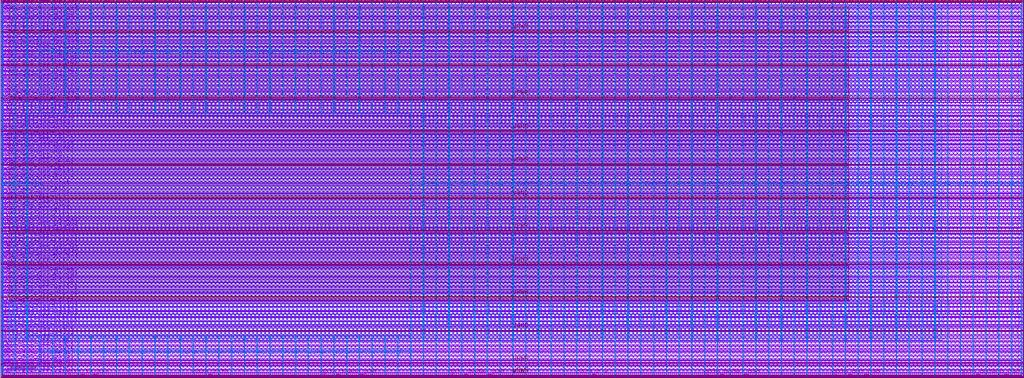
<source format=lef>
# Copyright 2020 The SkyWater PDK Authors
#
# Licensed under the Apache License, Version 2.0 (the "License");
# you may not use this file except in compliance with the License.
# You may obtain a copy of the License at
#
#     https://www.apache.org/licenses/LICENSE-2.0
#
# Unless required by applicable law or agreed to in writing, software
# distributed under the License is distributed on an "AS IS" BASIS,
# WITHOUT WARRANTIES OR CONDITIONS OF ANY KIND, either express or implied.
# See the License for the specific language governing permissions and
# limitations under the License.
#
# SPDX-License-Identifier: Apache-2.0

VERSION 5.7 ;

BUSBITCHARS "[]" ;
DIVIDERCHAR "/" ;

UNITS
  TIME NANOSECONDS 1 ;
  CAPACITANCE PICOFARADS 1 ;
  RESISTANCE OHMS 1 ;
  DATABASE MICRONS 1000 ;
END UNITS

MANUFACTURINGGRID 0.005 ;

PROPERTYDEFINITIONS
  LAYER LEF58_TYPE STRING ;
END PROPERTYDEFINITIONS

# High density, single height
SITE unithd
  SYMMETRY Y ;
  CLASS CORE ;
  SIZE 0.46 BY 2.72 ;
END unithd

# High density, double height
SITE unithddbl
  SYMMETRY Y ;
  CLASS CORE ;
  SIZE 0.46 BY 5.44 ;
END unithddbl

LAYER nwell
  TYPE MASTERSLICE ;
  PROPERTY LEF58_TYPE "TYPE NWELL ;" ;
END nwell

LAYER pwell
  TYPE MASTERSLICE ;
  PROPERTY LEF58_TYPE "TYPE PWELL ;" ;
END pwell

LAYER li1
  TYPE ROUTING ;
  DIRECTION VERTICAL ;

  PITCH 0.46 0.34 ;
  OFFSET 0.23 0.17 ;

  WIDTH 0.17 ;          # LI 1
  # SPACING  0.17 ;     # LI 2
  SPACINGTABLE
     PARALLELRUNLENGTH 0
     WIDTH 0 0.17 ;
  AREA 0.0561 ;         # LI 6
  THICKNESS 0.1 ;
  EDGECAPACITANCE 40.697E-6 ;
  CAPACITANCE CPERSQDIST 36.9866E-6 ;
  RESISTANCE RPERSQ 12.2 ;

  ANTENNAMODEL OXIDE1 ;
  ANTENNADIFFSIDEAREARATIO PWL ( ( 0 75 ) ( 0.0125 75 ) ( 0.0225 85.125 ) ( 22.5 10200 ) ) ;
END li1

LAYER mcon
  TYPE CUT ;

  WIDTH 0.17 ;                # Mcon 1
  SPACING 0.19 ;              # Mcon 2
  ENCLOSURE BELOW 0 0 ;       # Mcon 4
  ENCLOSURE ABOVE 0.03 0.06 ; # Met1 4 / Met1 5

  ANTENNADIFFAREARATIO PWL ( ( 0 3 ) ( 0.0125 3 ) ( 0.0225 3.405 ) ( 22.5 408 ) ) ;
  DCCURRENTDENSITY AVERAGE 0.36 ; # mA per via Iavg_max at Tj = 90oC

END mcon

LAYER met1
  TYPE ROUTING ;
  DIRECTION HORIZONTAL ;

  PITCH 0.34 ;
  OFFSET 0.17 ;

  WIDTH 0.14 ;                     # Met1 1
  # SPACING 0.14 ;                 # Met1 2
  # SPACING 0.28 RANGE 3.001 100 ; # Met1 3b
  SPACINGTABLE
     PARALLELRUNLENGTH 0
     WIDTH 0 0.14
     WIDTH 3 0.28 ;
  AREA 0.083 ;                     # Met1 6
  THICKNESS 0.35 ;
  MINENCLOSEDAREA 0.14 ;

  ANTENNAMODEL OXIDE1 ;
  ANTENNADIFFSIDEAREARATIO PWL ( ( 0 400 ) ( 0.0125 400 ) ( 0.0225 2609 ) ( 22.5 11600 ) ) ;

  EDGECAPACITANCE 40.567E-6 ;
  CAPACITANCE CPERSQDIST 25.7784E-6 ;
  DCCURRENTDENSITY AVERAGE 2.8 ; # mA/um Iavg_max at Tj = 90oC
  ACCURRENTDENSITY RMS 6.1 ; # mA/um Irms_max at Tj = 90oC
  MAXIMUMDENSITY 70 ;
  DENSITYCHECKWINDOW 700 700 ;
  DENSITYCHECKSTEP 70 ;

  RESISTANCE RPERSQ 0.125 ;
END met1

LAYER via
  TYPE CUT ;
  WIDTH 0.15 ;                  # Via 1a
  SPACING 0.17 ;                # Via 2
  ENCLOSURE BELOW 0.055 0.085 ; # Via 4a / Via 5a
  ENCLOSURE ABOVE 0.055 0.085 ; # Met2 4 / Met2 5

  ANTENNADIFFAREARATIO PWL ( ( 0 6 ) ( 0.0125 6 ) ( 0.0225 6.81 ) ( 22.5 816 ) ) ;
  DCCURRENTDENSITY AVERAGE 0.29 ; # mA per via Iavg_max at Tj = 90oC
END via

LAYER met2
  TYPE ROUTING ;
  DIRECTION VERTICAL ;

  PITCH 0.46 ;
  OFFSET 0.23 ;

  WIDTH 0.14 ;                        # Met2 1
  # SPACING  0.14 ;                   # Met2 2
  # SPACING  0.28 RANGE 3.001 100 ;   # Met2 3b
  SPACINGTABLE
     PARALLELRUNLENGTH 0
     WIDTH 0 0.14
     WIDTH 3 0.28 ;
  AREA 0.0676 ;                       # Met2 6
  THICKNESS 0.35 ;
  MINENCLOSEDAREA 0.14 ;

  EDGECAPACITANCE 37.759E-6 ;
  CAPACITANCE CPERSQDIST 16.9423E-6 ;
  RESISTANCE RPERSQ 0.125 ;
  DCCURRENTDENSITY AVERAGE 2.8 ; # mA/um Iavg_max at Tj = 90oC
  ACCURRENTDENSITY RMS 6.1 ; # mA/um Irms_max at Tj = 90oC

  ANTENNAMODEL OXIDE1 ;
  ANTENNADIFFSIDEAREARATIO PWL ( ( 0 400 ) ( 0.0125 400 ) ( 0.0225 2609 ) ( 22.5 11600 ) ) ;

  MAXIMUMDENSITY 70 ;
  DENSITYCHECKWINDOW 700 700 ;
  DENSITYCHECKSTEP 70 ;
END met2

# ******** Layer via2, type routing, number 44 **************
LAYER via2
  TYPE CUT ;
  WIDTH 0.2 ;                   # Via2 1
  SPACING 0.2 ;                 # Via2 2
  ENCLOSURE BELOW 0.04 0.085 ;  # Via2 4
  ENCLOSURE ABOVE 0.065 0.065 ; # Met3 4
  ANTENNADIFFAREARATIO PWL ( ( 0 6 ) ( 0.0125 6 ) ( 0.0225 6.81 ) ( 22.5 816 ) ) ;
  DCCURRENTDENSITY AVERAGE 0.48 ; # mA per via Iavg_max at Tj = 90oC
END via2

LAYER met3
  TYPE ROUTING ;
  DIRECTION HORIZONTAL ;

  PITCH 0.68 ;
  OFFSET 0.34 ;

  WIDTH 0.3 ;              # Met3 1
  # SPACING 0.3 ;          # Met3 2
  SPACINGTABLE
     PARALLELRUNLENGTH 0
     WIDTH 0 0.3
     WIDTH 3 0.4 ;
  AREA 0.24 ;              # Met3 6
  THICKNESS 0.8 ;

  EDGECAPACITANCE 40.989E-6 ;
  CAPACITANCE CPERSQDIST 12.3729E-6 ;
  RESISTANCE RPERSQ 0.047 ;
  DCCURRENTDENSITY AVERAGE 6.8 ; # mA/um Iavg_max at Tj = 90oC
  ACCURRENTDENSITY RMS 14.9 ; # mA/um Irms_max at Tj = 90oC

  ANTENNAMODEL OXIDE1 ;
  ANTENNADIFFSIDEAREARATIO PWL ( ( 0 400 ) ( 0.0125 400 ) ( 0.0225 2609 ) ( 22.5 11600 ) ) ;

  MAXIMUMDENSITY 70 ;
  DENSITYCHECKWINDOW 700 700 ;
  DENSITYCHECKSTEP 70 ;
END met3

LAYER via3
  TYPE CUT ;
  WIDTH 0.2 ;                   # Via3 1
  SPACING 0.2 ;                 # Via3 2
  ENCLOSURE BELOW 0.06 0.09 ;   # Via3 4 / Via3 5
  ENCLOSURE ABOVE 0.065 0.065 ; # Met4 3
  ANTENNADIFFAREARATIO PWL ( ( 0 6 ) ( 0.0125 6 ) ( 0.0225 6.81 ) ( 22.5 816 ) ) ;
  DCCURRENTDENSITY AVERAGE 0.48 ; # mA per via Iavg_max at Tj = 90oC
END via3

LAYER met4
  TYPE ROUTING ;
  DIRECTION VERTICAL ;

  PITCH 0.92 ;
  OFFSET 0.46 ;

  WIDTH 0.3 ;             # Met4 1
  # SPACING  0.3 ;             # Met4 2
  SPACINGTABLE
     PARALLELRUNLENGTH 0
     WIDTH 0 0.3
     WIDTH 3 0.4 ;
  AREA 0.24 ;            # Met4 4a

  THICKNESS 0.8 ;

  EDGECAPACITANCE 36.676E-6 ;
  CAPACITANCE CPERSQDIST 8.41537E-6 ;
  RESISTANCE RPERSQ 0.047 ;
  DCCURRENTDENSITY AVERAGE 6.8 ; # mA/um Iavg_max at Tj = 90oC
  ACCURRENTDENSITY RMS 14.9 ; # mA/um Irms_max at Tj = 90oC

  ANTENNAMODEL OXIDE1 ;
  ANTENNADIFFSIDEAREARATIO PWL ( ( 0 400 ) ( 0.0125 400 ) ( 0.0225 2609 ) ( 22.5 11600 ) ) ;

  MAXIMUMDENSITY 70 ;
  DENSITYCHECKWINDOW 700 700 ;
  DENSITYCHECKSTEP 70 ;
END met4

LAYER via4
  TYPE CUT ;

  WIDTH 0.8 ;                 # Via4 1
  SPACING 0.8 ;               # Via4 2
  ENCLOSURE BELOW 0.19 0.19 ; # Via4 4
  ENCLOSURE ABOVE 0.31 0.31 ; # Met5 3
  ANTENNADIFFAREARATIO PWL ( ( 0 6 ) ( 0.0125 6 ) ( 0.0225 6.81 ) ( 22.5 816 ) ) ;
  DCCURRENTDENSITY AVERAGE 2.49 ; # mA per via Iavg_max at Tj = 90oC
END via4

LAYER met5
  TYPE ROUTING ;
  DIRECTION HORIZONTAL ;

  PITCH 3.4 ;
  OFFSET 1.7 ;

  WIDTH 1.6 ;            # Met5 1
  #SPACING  1.6 ;        # Met5 2
  SPACINGTABLE
     PARALLELRUNLENGTH 0
     WIDTH 0 1.6 ;
  AREA 4 ;               # Met5 4

  THICKNESS 1.2 ;

  EDGECAPACITANCE 38.851E-6 ;
  CAPACITANCE CPERSQDIST 6.32063E-6 ;
  RESISTANCE RPERSQ 0.0285 ;
  DCCURRENTDENSITY AVERAGE 10.17 ; # mA/um Iavg_max at Tj = 90oC
  ACCURRENTDENSITY RMS 22.34 ; # mA/um Irms_max at Tj = 90oC

  ANTENNAMODEL OXIDE1 ;
  ANTENNADIFFSIDEAREARATIO PWL ( ( 0 400 ) ( 0.0125 400 ) ( 0.0225 2609 ) ( 22.5 11600 ) ) ;
END met5


### Routing via cells section   ###
# Plus via rule, metals are along the prefered direction
VIA L1M1_PR DEFAULT
  LAYER mcon ;
  RECT -0.085 -0.085 0.085 0.085 ;
  LAYER li1 ;
  RECT -0.085 -0.085 0.085 0.085 ;
  LAYER met1 ;
  RECT -0.145 -0.115 0.145 0.115 ;
END L1M1_PR

VIARULE L1M1_PR GENERATE
  LAYER li1 ;
  ENCLOSURE 0 0 ;
  LAYER met1 ;
  ENCLOSURE 0.06 0.03 ;
  LAYER mcon ;
  RECT -0.085 -0.085 0.085 0.085 ;
  SPACING 0.36 BY 0.36 ;
END L1M1_PR

# Plus via rule, metals are along the non prefered direction
VIA L1M1_PR_R DEFAULT
  LAYER mcon ;
  RECT -0.085 -0.085 0.085 0.085 ;
  LAYER li1 ;
  RECT -0.085 -0.085 0.085 0.085 ;
  LAYER met1 ;
  RECT -0.115 -0.145 0.115 0.145 ;
END L1M1_PR_R

VIARULE L1M1_PR_R GENERATE
  LAYER li1 ;
  ENCLOSURE 0 0 ;
  LAYER met1 ;
  ENCLOSURE 0.03 0.06 ;
  LAYER mcon ;
  RECT -0.085 -0.085 0.085 0.085 ;
  SPACING 0.36 BY 0.36 ;
END L1M1_PR_R

# Minus via rule, lower layer metal is along prefered direction
VIA L1M1_PR_M DEFAULT
  LAYER mcon ;
  RECT -0.085 -0.085 0.085 0.085 ;
  LAYER li1 ;
  RECT -0.085 -0.085 0.085 0.085 ;
  LAYER met1 ;
  RECT -0.115 -0.145 0.115 0.145 ;
END L1M1_PR_M

VIARULE L1M1_PR_M GENERATE
  LAYER li1 ;
  ENCLOSURE 0 0 ;
  LAYER met1 ;
  ENCLOSURE 0.03 0.06 ;
  LAYER mcon ;
  RECT -0.085 -0.085 0.085 0.085 ;
  SPACING 0.36 BY 0.36 ;
END L1M1_PR_M

# Minus via rule, upper layer metal is along prefered direction
VIA L1M1_PR_MR DEFAULT
  LAYER mcon ;
  RECT -0.085 -0.085 0.085 0.085 ;
  LAYER li1 ;
  RECT -0.085 -0.085 0.085 0.085 ;
  LAYER met1 ;
  RECT -0.145 -0.115 0.145 0.115 ;
END L1M1_PR_MR

VIARULE L1M1_PR_MR GENERATE
  LAYER li1 ;
  ENCLOSURE 0 0 ;
  LAYER met1 ;
  ENCLOSURE 0.06 0.03 ;
  LAYER mcon ;
  RECT -0.085 -0.085 0.085 0.085 ;
  SPACING 0.36 BY 0.36 ;
END L1M1_PR_MR

# Centered via rule, we really do not want to use it
VIA L1M1_PR_C DEFAULT
  LAYER mcon ;
  RECT -0.085 -0.085 0.085 0.085 ;
  LAYER li1 ;
  RECT -0.085 -0.085 0.085 0.085 ;
  LAYER met1 ;
  RECT -0.145 -0.145 0.145 0.145 ;
END L1M1_PR_C

VIARULE L1M1_PR_C GENERATE
  LAYER li1 ;
  ENCLOSURE 0 0 ;
  LAYER met1 ;
  ENCLOSURE 0.06 0.06 ;
  LAYER mcon ;
  RECT -0.085 -0.085 0.085 0.085 ;
  SPACING 0.36 BY 0.36 ;
END L1M1_PR_C

# Plus via rule, metals are along the prefered direction
VIA M1M2_PR DEFAULT
  LAYER via ;
  RECT -0.075 -0.075 0.075 0.075 ;
  LAYER met1 ;
  RECT -0.16 -0.13 0.16 0.13 ;
  LAYER met2 ;
  RECT -0.13 -0.16 0.13 0.16 ;
END M1M2_PR

VIARULE M1M2_PR GENERATE
  LAYER met1 ;
  ENCLOSURE 0.085 0.055 ;
  LAYER met2 ;
  ENCLOSURE 0.055 0.085 ;
  LAYER via ;
  RECT -0.075 -0.075 0.075 0.075 ;
  SPACING 0.32 BY 0.32 ;
END M1M2_PR

# Plus via rule, metals are along the non prefered direction
VIA M1M2_PR_R DEFAULT
  LAYER via ;
  RECT -0.075 -0.075 0.075 0.075 ;
  LAYER met1 ;
  RECT -0.13 -0.16 0.13 0.16 ;
  LAYER met2 ;
  RECT -0.16 -0.13 0.16 0.13 ;
END M1M2_PR_R

VIARULE M1M2_PR_R GENERATE
  LAYER met1 ;
  ENCLOSURE 0.055 0.085 ;
  LAYER met2 ;
  ENCLOSURE 0.085 0.055 ;
  LAYER via ;
  RECT -0.075 -0.075 0.075 0.075 ;
  SPACING 0.32 BY 0.32 ;
END M1M2_PR_R

# Minus via rule, lower layer metal is along prefered direction
VIA M1M2_PR_M DEFAULT
  LAYER via ;
  RECT -0.075 -0.075 0.075 0.075 ;
  LAYER met1 ;
  RECT -0.16 -0.13 0.16 0.13 ;
  LAYER met2 ;
  RECT -0.16 -0.13 0.16 0.13 ;
END M1M2_PR_M

VIARULE M1M2_PR_M GENERATE
  LAYER met1 ;
  ENCLOSURE 0.085 0.055 ;
  LAYER met2 ;
  ENCLOSURE 0.085 0.055 ;
  LAYER via ;
  RECT -0.075 -0.075 0.075 0.075 ;
  SPACING 0.32 BY 0.32 ;
END M1M2_PR_M

# Minus via rule, upper layer metal is along prefered direction
VIA M1M2_PR_MR DEFAULT
  LAYER via ;
  RECT -0.075 -0.075 0.075 0.075 ;
  LAYER met1 ;
  RECT -0.13 -0.16 0.13 0.16 ;
  LAYER met2 ;
  RECT -0.13 -0.16 0.13 0.16 ;
END M1M2_PR_MR

VIARULE M1M2_PR_MR GENERATE
  LAYER met1 ;
  ENCLOSURE 0.055 0.085 ;
  LAYER met2 ;
  ENCLOSURE 0.055 0.085 ;
  LAYER via ;
  RECT -0.075 -0.075 0.075 0.075 ;
  SPACING 0.32 BY 0.32 ;
END M1M2_PR_MR

# Centered via rule, we really do not want to use it
VIA M1M2_PR_C DEFAULT
  LAYER via ;
  RECT -0.075 -0.075 0.075 0.075 ;
  LAYER met1 ;
  RECT -0.16 -0.16 0.16 0.16 ;
  LAYER met2 ;
  RECT -0.16 -0.16 0.16 0.16 ;
END M1M2_PR_C

VIARULE M1M2_PR_C GENERATE
  LAYER met1 ;
  ENCLOSURE 0.085 0.085 ;
  LAYER met2 ;
  ENCLOSURE 0.085 0.085 ;
  LAYER via ;
  RECT -0.075 -0.075 0.075 0.075 ;
  SPACING 0.32 BY 0.32 ;
END M1M2_PR_C

# Plus via rule, metals are along the prefered direction
VIA M2M3_PR DEFAULT
  LAYER via2 ;
  RECT -0.1 -0.1 0.1 0.1 ;
  LAYER met2 ;
  RECT -0.14 -0.185 0.14 0.185 ;
  LAYER met3 ;
  RECT -0.165 -0.165 0.165 0.165 ;
END M2M3_PR

VIARULE M2M3_PR GENERATE
  LAYER met2 ;
  ENCLOSURE 0.04 0.085 ;
  LAYER met3 ;
  ENCLOSURE 0.065 0.065 ;
  LAYER via2 ;
  RECT -0.1 -0.1 0.1 0.1 ;
  SPACING 0.4 BY 0.4 ;
END M2M3_PR

# Plus via rule, metals are along the non prefered direction
VIA M2M3_PR_R DEFAULT
  LAYER via2 ;
  RECT -0.1 -0.1 0.1 0.1 ;
  LAYER met2 ;
  RECT -0.185 -0.14 0.185 0.14 ;
  LAYER met3 ;
  RECT -0.165 -0.165 0.165 0.165 ;
END M2M3_PR_R

VIARULE M2M3_PR_R GENERATE
  LAYER met2 ;
  ENCLOSURE 0.085 0.04 ;
  LAYER met3 ;
  ENCLOSURE 0.065 0.065 ;
  LAYER via2 ;
  RECT -0.1 -0.1 0.1 0.1 ;
  SPACING 0.4 BY 0.4 ;
END M2M3_PR_R

# Minus via rule, lower layer metal is along prefered direction
VIA M2M3_PR_M DEFAULT
  LAYER via2 ;
  RECT -0.1 -0.1 0.1 0.1 ;
  LAYER met2 ;
  RECT -0.14 -0.185 0.14 0.185 ;
  LAYER met3 ;
  RECT -0.165 -0.165 0.165 0.165 ;
END M2M3_PR_M

VIARULE M2M3_PR_M GENERATE
  LAYER met2 ;
  ENCLOSURE 0.04 0.085 ;
  LAYER met3 ;
  ENCLOSURE 0.065 0.065 ;
  LAYER via2 ;
  RECT -0.1 -0.1 0.1 0.1 ;
  SPACING 0.4 BY 0.4 ;
END M2M3_PR_M

# Minus via rule, upper layer metal is along prefered direction
VIA M2M3_PR_MR DEFAULT
  LAYER via2 ;
  RECT -0.1 -0.1 0.1 0.1 ;
  LAYER met2 ;
  RECT -0.185 -0.14 0.185 0.14 ;
  LAYER met3 ;
  RECT -0.165 -0.165 0.165 0.165 ;
END M2M3_PR_MR

VIARULE M2M3_PR_MR GENERATE
  LAYER met2 ;
  ENCLOSURE 0.085 0.04 ;
  LAYER met3 ;
  ENCLOSURE 0.065 0.065 ;
  LAYER via2 ;
  RECT -0.1 -0.1 0.1 0.1 ;
  SPACING 0.4 BY 0.4 ;
END M2M3_PR_MR

# Centered via rule, we really do not want to use it
VIA M2M3_PR_C DEFAULT
  LAYER via2 ;
  RECT -0.1 -0.1 0.1 0.1 ;
  LAYER met2 ;
  RECT -0.185 -0.185 0.185 0.185 ;
  LAYER met3 ;
  RECT -0.165 -0.165 0.165 0.165 ;
END M2M3_PR_C

VIARULE M2M3_PR_C GENERATE
  LAYER met2 ;
  ENCLOSURE 0.085 0.085 ;
  LAYER met3 ;
  ENCLOSURE 0.065 0.065 ;
  LAYER via2 ;
  RECT -0.1 -0.1 0.1 0.1 ;
  SPACING 0.4 BY 0.4 ;
END M2M3_PR_C

# Plus via rule, metals are along the prefered direction
VIA M3M4_PR DEFAULT
  LAYER via3 ;
  RECT -0.1 -0.1 0.1 0.1 ;
  LAYER met3 ;
  RECT -0.19 -0.16 0.19 0.16 ;
  LAYER met4 ;
  RECT -0.165 -0.165 0.165 0.165 ;
END M3M4_PR

VIARULE M3M4_PR GENERATE
  LAYER met3 ;
  ENCLOSURE 0.09 0.06 ;
  LAYER met4 ;
  ENCLOSURE 0.065 0.065 ;
  LAYER via3 ;
  RECT -0.1 -0.1 0.1 0.1 ;
  SPACING 0.4 BY 0.4 ;
END M3M4_PR

# Plus via rule, metals are along the non prefered direction
VIA M3M4_PR_R DEFAULT
  LAYER via3 ;
  RECT -0.1 -0.1 0.1 0.1 ;
  LAYER met3 ;
  RECT -0.16 -0.19 0.16 0.19 ;
  LAYER met4 ;
  RECT -0.165 -0.165 0.165 0.165 ;
END M3M4_PR_R

VIARULE M3M4_PR_R GENERATE
  LAYER met3 ;
  ENCLOSURE 0.06 0.09 ;
  LAYER met4 ;
  ENCLOSURE 0.065 0.065 ;
  LAYER via3 ;
  RECT -0.1 -0.1 0.1 0.1 ;
  SPACING 0.4 BY 0.4 ;
END M3M4_PR_R

# Minus via rule, lower layer metal is along prefered direction
VIA M3M4_PR_M DEFAULT
  LAYER via3 ;
  RECT -0.1 -0.1 0.1 0.1 ;
  LAYER met3 ;
  RECT -0.19 -0.16 0.19 0.16 ;
  LAYER met4 ;
  RECT -0.165 -0.165 0.165 0.165 ;
END M3M4_PR_M

VIARULE M3M4_PR_M GENERATE
  LAYER met3 ;
  ENCLOSURE 0.09 0.06 ;
  LAYER met4 ;
  ENCLOSURE 0.065 0.065 ;
  LAYER via3 ;
  RECT -0.1 -0.1 0.1 0.1 ;
  SPACING 0.4 BY 0.4 ;
END M3M4_PR_M

# Minus via rule, upper layer metal is along prefered direction
VIA M3M4_PR_MR DEFAULT
  LAYER via3 ;
  RECT -0.1 -0.1 0.1 0.1 ;
  LAYER met3 ;
  RECT -0.16 -0.19 0.16 0.19 ;
  LAYER met4 ;
  RECT -0.165 -0.165 0.165 0.165 ;
END M3M4_PR_MR

VIARULE M3M4_PR_MR GENERATE
  LAYER met3 ;
  ENCLOSURE 0.06 0.09 ;
  LAYER met4 ;
  ENCLOSURE 0.065 0.065 ;
  LAYER via3 ;
  RECT -0.1 -0.1 0.1 0.1 ;
  SPACING 0.4 BY 0.4 ;
END M3M4_PR_MR

# Centered via rule, we really do not want to use it
VIA M3M4_PR_C DEFAULT
  LAYER via3 ;
  RECT -0.1 -0.1 0.1 0.1 ;
  LAYER met3 ;
  RECT -0.19 -0.19 0.19 0.19 ;
  LAYER met4 ;
  RECT -0.165 -0.165 0.165 0.165 ;
END M3M4_PR_C

VIARULE M3M4_PR_C GENERATE
  LAYER met3 ;
  ENCLOSURE 0.09 0.09 ;
  LAYER met4 ;
  ENCLOSURE 0.065 0.065 ;
  LAYER via3 ;
  RECT -0.1 -0.1 0.1 0.1 ;
  SPACING 0.4 BY 0.4 ;
END M3M4_PR_C

# Plus via rule, metals are along the prefered direction
VIA M4M5_PR DEFAULT
  LAYER via4 ;
  RECT -0.4 -0.4 0.4 0.4 ;
  LAYER met4 ;
  RECT -0.59 -0.59 0.59 0.59 ;
  LAYER met5 ;
  RECT -0.71 -0.71 0.71 0.71 ;
END M4M5_PR

VIARULE M4M5_PR GENERATE
  LAYER met4 ;
  ENCLOSURE 0.19 0.19 ;
  LAYER met5 ;
  ENCLOSURE 0.31 0.31 ;
  LAYER via4 ;
  RECT -0.4 -0.4 0.4 0.4 ;
  SPACING 1.6 BY 1.6 ;
END M4M5_PR

# Plus via rule, metals are along the non prefered direction
VIA M4M5_PR_R DEFAULT
  LAYER via4 ;
  RECT -0.4 -0.4 0.4 0.4 ;
  LAYER met4 ;
  RECT -0.59 -0.59 0.59 0.59 ;
  LAYER met5 ;
  RECT -0.71 -0.71 0.71 0.71 ;
END M4M5_PR_R

VIARULE M4M5_PR_R GENERATE
  LAYER met4 ;
  ENCLOSURE 0.19 0.19 ;
  LAYER met5 ;
  ENCLOSURE 0.31 0.31 ;
  LAYER via4 ;
  RECT -0.4 -0.4 0.4 0.4 ;
  SPACING 1.6 BY 1.6 ;
END M4M5_PR_R

# Minus via rule, lower layer metal is along prefered direction
VIA M4M5_PR_M DEFAULT
  LAYER via4 ;
  RECT -0.4 -0.4 0.4 0.4 ;
  LAYER met4 ;
  RECT -0.59 -0.59 0.59 0.59 ;
  LAYER met5 ;
  RECT -0.71 -0.71 0.71 0.71 ;
END M4M5_PR_M

VIARULE M4M5_PR_M GENERATE
  LAYER met4 ;
  ENCLOSURE 0.19 0.19 ;
  LAYER met5 ;
  ENCLOSURE 0.31 0.31 ;
  LAYER via4 ;
  RECT -0.4 -0.4 0.4 0.4 ;
  SPACING 1.6 BY 1.6 ;
END M4M5_PR_M

# Minus via rule, upper layer metal is along prefered direction
VIA M4M5_PR_MR DEFAULT
  LAYER via4 ;
  RECT -0.4 -0.4 0.4 0.4 ;
  LAYER met4 ;
  RECT -0.59 -0.59 0.59 0.59 ;
  LAYER met5 ;
  RECT -0.71 -0.71 0.71 0.71 ;
END M4M5_PR_MR

VIARULE M4M5_PR_MR GENERATE
  LAYER met4 ;
  ENCLOSURE 0.19 0.19 ;
  LAYER met5 ;
  ENCLOSURE 0.31 0.31 ;
  LAYER via4 ;
  RECT -0.4 -0.4 0.4 0.4 ;
  SPACING 1.6 BY 1.6 ;
END M4M5_PR_MR

# Centered via rule, we really do not want to use it
VIA M4M5_PR_C DEFAULT
  LAYER via4 ;
  RECT -0.4 -0.4 0.4 0.4 ;
  LAYER met4 ;
  RECT -0.59 -0.59 0.59 0.59 ;
  LAYER met5 ;
  RECT -0.71 -0.71 0.71 0.71 ;
END M4M5_PR_C

VIARULE M4M5_PR_C GENERATE
  LAYER met4 ;
  ENCLOSURE 0.19 0.19 ;
  LAYER met5 ;
  ENCLOSURE 0.31 0.31 ;
  LAYER via4 ;
  RECT -0.4 -0.4 0.4 0.4 ;
  SPACING 1.6 BY 1.6 ;
END M4M5_PR_C
###  end of single via cells   ###


MACRO sky130_fd_sc_hd__o31a_4
  CLASS CORE ;
  FOREIGN sky130_fd_sc_hd__o31a_4 ;
  ORIGIN 0.000 0.000 ;
  SIZE 6.440 BY 2.720 ;
  SYMMETRY X Y R90 ;
  SITE unithd ;
  PIN A1
    DIRECTION INPUT ;
    USE SIGNAL ;
    ANTENNAGATEAREA 0.495000 ;
    PORT
      LAYER li1 ;
        RECT 5.140 1.055 5.470 1.360 ;
    END
  END A1
  PIN A2
    DIRECTION INPUT ;
    USE SIGNAL ;
    ANTENNAGATEAREA 0.495000 ;
    PORT
      LAYER li1 ;
        RECT 4.680 1.530 6.355 1.700 ;
        RECT 4.680 1.360 4.970 1.530 ;
        RECT 4.265 1.055 4.970 1.360 ;
        RECT 5.640 1.055 6.355 1.530 ;
    END
  END A2
  PIN A3
    DIRECTION INPUT ;
    USE SIGNAL ;
    ANTENNAGATEAREA 0.495000 ;
    PORT
      LAYER li1 ;
        RECT 3.765 1.055 4.095 1.360 ;
    END
  END A3
  PIN B1
    DIRECTION INPUT ;
    USE SIGNAL ;
    ANTENNAGATEAREA 0.495000 ;
    PORT
      LAYER li1 ;
        RECT 2.780 1.355 3.150 1.695 ;
        RECT 2.780 1.055 3.575 1.355 ;
    END
  END B1
  PIN VGND
    DIRECTION INOUT ;
    USE GROUND ;
    SHAPE ABUTMENT ;
    PORT
      LAYER met1 ;
        RECT 0.000 -0.240 6.440 0.240 ;
    END
    PORT
      LAYER li1 ;
        RECT 0.085 0.085 0.510 0.545 ;
        RECT 1.065 0.085 1.395 0.485 ;
        RECT 1.935 0.085 2.250 0.885 ;
        RECT 3.760 0.085 4.090 0.445 ;
        RECT 4.600 0.085 4.930 0.445 ;
        RECT 5.440 0.085 5.770 0.445 ;
        RECT 0.000 -0.085 6.440 0.085 ;
      LAYER mcon ;
        RECT 0.145 -0.085 0.315 0.085 ;
        RECT 0.605 -0.085 0.775 0.085 ;
        RECT 1.065 -0.085 1.235 0.085 ;
        RECT 1.525 -0.085 1.695 0.085 ;
        RECT 1.985 -0.085 2.155 0.085 ;
        RECT 2.445 -0.085 2.615 0.085 ;
        RECT 2.905 -0.085 3.075 0.085 ;
        RECT 3.365 -0.085 3.535 0.085 ;
        RECT 3.825 -0.085 3.995 0.085 ;
        RECT 4.285 -0.085 4.455 0.085 ;
        RECT 4.745 -0.085 4.915 0.085 ;
        RECT 5.205 -0.085 5.375 0.085 ;
        RECT 5.665 -0.085 5.835 0.085 ;
        RECT 6.125 -0.085 6.295 0.085 ;
    END
  END VGND
  PIN VNB
    DIRECTION INOUT ;
    USE GROUND ;
    PORT
      LAYER pwell ;
        RECT 0.120 0.105 6.280 1.015 ;
        RECT 0.125 -0.085 0.295 0.105 ;
    END
  END VNB
  PIN VPB
    DIRECTION INOUT ;
    USE POWER ;
    PORT
      LAYER nwell ;
        RECT -0.190 1.305 6.630 2.910 ;
    END
  END VPB
  PIN VPWR
    DIRECTION INOUT ;
    USE POWER ;
    SHAPE ABUTMENT ;
    PORT
      LAYER met1 ;
        RECT 0.000 2.480 6.440 2.960 ;
    END
    PORT
      LAYER li1 ;
        RECT 0.000 2.635 6.440 2.805 ;
        RECT 0.085 1.835 0.510 2.635 ;
        RECT 1.065 1.835 1.395 2.635 ;
        RECT 1.920 1.460 2.250 2.635 ;
        RECT 2.780 2.240 3.110 2.635 ;
        RECT 5.020 2.240 5.350 2.635 ;
      LAYER mcon ;
        RECT 0.145 2.635 0.315 2.805 ;
        RECT 0.605 2.635 0.775 2.805 ;
        RECT 1.065 2.635 1.235 2.805 ;
        RECT 1.525 2.635 1.695 2.805 ;
        RECT 1.985 2.635 2.155 2.805 ;
        RECT 2.445 2.635 2.615 2.805 ;
        RECT 2.905 2.635 3.075 2.805 ;
        RECT 3.365 2.635 3.535 2.805 ;
        RECT 3.825 2.635 3.995 2.805 ;
        RECT 4.285 2.635 4.455 2.805 ;
        RECT 4.745 2.635 4.915 2.805 ;
        RECT 5.205 2.635 5.375 2.805 ;
        RECT 5.665 2.635 5.835 2.805 ;
        RECT 6.125 2.635 6.295 2.805 ;
    END
  END VPWR
  PIN X
    DIRECTION OUTPUT ;
    USE SIGNAL ;
    ANTENNADIFFAREA 0.891000 ;
    PORT
      LAYER li1 ;
        RECT 0.680 1.665 0.895 2.465 ;
        RECT 1.565 1.665 1.750 2.465 ;
        RECT 0.085 1.460 1.750 1.665 ;
        RECT 0.085 0.885 0.735 1.460 ;
        RECT 0.085 0.715 1.765 0.885 ;
        RECT 0.680 0.655 1.765 0.715 ;
        RECT 0.680 0.255 0.895 0.655 ;
        RECT 1.565 0.255 1.765 0.655 ;
    END
  END X
  OBS
      LAYER li1 ;
        RECT 2.440 2.070 2.610 2.465 ;
        RECT 3.760 2.070 4.090 2.465 ;
        RECT 2.440 1.870 4.090 2.070 ;
        RECT 2.440 1.290 2.610 1.870 ;
        RECT 4.260 1.700 4.510 2.465 ;
        RECT 4.680 2.070 4.850 2.465 ;
        RECT 5.520 2.070 5.720 2.465 ;
        RECT 4.680 1.870 5.720 2.070 ;
        RECT 5.890 1.870 6.355 2.465 ;
        RECT 3.320 1.530 4.510 1.700 ;
        RECT 0.905 1.055 2.610 1.290 ;
        RECT 2.440 0.885 2.610 1.055 ;
        RECT 2.440 0.635 3.210 0.885 ;
        RECT 3.380 0.635 6.355 0.885 ;
        RECT 3.380 0.465 3.570 0.635 ;
        RECT 2.440 0.255 3.570 0.465 ;
        RECT 4.260 0.255 4.430 0.635 ;
        RECT 5.100 0.255 5.270 0.635 ;
        RECT 5.940 0.255 6.355 0.635 ;
      LAYER mcon ;
        RECT 4.285 2.125 4.455 2.295 ;
        RECT 6.125 2.125 6.295 2.295 ;
      LAYER met1 ;
        RECT 4.225 2.280 4.515 2.325 ;
        RECT 6.065 2.280 6.355 2.325 ;
        RECT 4.225 2.140 6.355 2.280 ;
        RECT 4.225 2.095 4.515 2.140 ;
        RECT 6.065 2.095 6.355 2.140 ;
  END
END sky130_fd_sc_hd__o31a_4
MACRO sky130_fd_sc_hd__o21bai_4
  CLASS CORE ;
  FOREIGN sky130_fd_sc_hd__o21bai_4 ;
  ORIGIN 0.000 0.000 ;
  SIZE 6.900 BY 2.720 ;
  SYMMETRY X Y R90 ;
  SITE unithd ;
  PIN A1
    DIRECTION INPUT ;
    USE SIGNAL ;
    ANTENNAGATEAREA 0.990000 ;
    PORT
      LAYER li1 ;
        RECT 6.585 1.285 6.810 2.455 ;
        RECT 4.645 1.075 6.810 1.285 ;
    END
  END A1
  PIN A2
    DIRECTION INPUT ;
    USE SIGNAL ;
    ANTENNAGATEAREA 0.990000 ;
    PORT
      LAYER li1 ;
        RECT 3.065 1.075 4.475 1.275 ;
    END
  END A2
  PIN B1_N
    DIRECTION INPUT ;
    USE SIGNAL ;
    ANTENNAGATEAREA 0.247500 ;
    PORT
      LAYER li1 ;
        RECT 0.085 1.075 0.555 1.285 ;
    END
  END B1_N
  PIN VGND
    DIRECTION INOUT ;
    USE GROUND ;
    SHAPE ABUTMENT ;
    PORT
      LAYER met1 ;
        RECT 0.000 -0.240 6.900 0.240 ;
    END
    PORT
      LAYER li1 ;
        RECT 0.225 0.085 0.395 0.895 ;
        RECT 3.265 0.085 3.435 0.555 ;
        RECT 4.105 0.085 4.275 0.555 ;
        RECT 4.945 0.085 5.115 0.555 ;
        RECT 5.785 0.085 5.955 0.555 ;
        RECT 0.000 -0.085 6.900 0.085 ;
      LAYER mcon ;
        RECT 0.145 -0.085 0.315 0.085 ;
        RECT 0.605 -0.085 0.775 0.085 ;
        RECT 1.065 -0.085 1.235 0.085 ;
        RECT 1.525 -0.085 1.695 0.085 ;
        RECT 1.985 -0.085 2.155 0.085 ;
        RECT 2.445 -0.085 2.615 0.085 ;
        RECT 2.905 -0.085 3.075 0.085 ;
        RECT 3.365 -0.085 3.535 0.085 ;
        RECT 3.825 -0.085 3.995 0.085 ;
        RECT 4.285 -0.085 4.455 0.085 ;
        RECT 4.745 -0.085 4.915 0.085 ;
        RECT 5.205 -0.085 5.375 0.085 ;
        RECT 5.665 -0.085 5.835 0.085 ;
        RECT 6.125 -0.085 6.295 0.085 ;
        RECT 6.585 -0.085 6.755 0.085 ;
    END
  END VGND
  PIN VNB
    DIRECTION INOUT ;
    USE GROUND ;
    PORT
      LAYER pwell ;
        RECT 0.035 0.105 6.545 1.015 ;
        RECT 0.145 -0.085 0.315 0.105 ;
    END
  END VNB
  PIN VPB
    DIRECTION INOUT ;
    USE POWER ;
    PORT
      LAYER nwell ;
        RECT -0.190 1.305 7.090 2.910 ;
    END
  END VPB
  PIN VPWR
    DIRECTION INOUT ;
    USE POWER ;
    SHAPE ABUTMENT ;
    PORT
      LAYER met1 ;
        RECT 0.000 2.480 6.900 2.960 ;
    END
    PORT
      LAYER li1 ;
        RECT 0.000 2.635 6.900 2.805 ;
        RECT 0.645 1.795 0.855 2.635 ;
        RECT 1.445 1.795 1.695 2.635 ;
        RECT 2.285 1.795 2.535 2.635 ;
        RECT 4.905 1.795 5.155 2.635 ;
        RECT 5.745 1.795 5.995 2.635 ;
      LAYER mcon ;
        RECT 0.145 2.635 0.315 2.805 ;
        RECT 0.605 2.635 0.775 2.805 ;
        RECT 1.065 2.635 1.235 2.805 ;
        RECT 1.525 2.635 1.695 2.805 ;
        RECT 1.985 2.635 2.155 2.805 ;
        RECT 2.445 2.635 2.615 2.805 ;
        RECT 2.905 2.635 3.075 2.805 ;
        RECT 3.365 2.635 3.535 2.805 ;
        RECT 3.825 2.635 3.995 2.805 ;
        RECT 4.285 2.635 4.455 2.805 ;
        RECT 4.745 2.635 4.915 2.805 ;
        RECT 5.205 2.635 5.375 2.805 ;
        RECT 5.665 2.635 5.835 2.805 ;
        RECT 6.125 2.635 6.295 2.805 ;
        RECT 6.585 2.635 6.755 2.805 ;
    END
  END VPWR
  PIN Y
    DIRECTION OUTPUT ;
    USE SIGNAL ;
    ANTENNADIFFAREA 1.431000 ;
    PORT
      LAYER li1 ;
        RECT 1.065 1.625 1.275 2.465 ;
        RECT 1.865 1.625 2.115 2.465 ;
        RECT 3.225 1.625 3.475 2.125 ;
        RECT 4.065 1.625 4.315 2.125 ;
        RECT 1.065 1.455 4.315 1.625 ;
        RECT 2.445 1.445 4.315 1.455 ;
        RECT 2.445 1.075 2.895 1.445 ;
        RECT 2.445 0.815 2.675 1.075 ;
        RECT 1.420 0.645 2.675 0.815 ;
    END
  END Y
  OBS
      LAYER li1 ;
        RECT 0.145 1.625 0.475 2.435 ;
        RECT 2.775 2.295 4.735 2.465 ;
        RECT 2.775 1.795 3.055 2.295 ;
        RECT 3.645 1.795 3.895 2.295 ;
        RECT 4.485 1.625 4.735 2.295 ;
        RECT 5.325 1.625 5.575 2.465 ;
        RECT 6.165 1.625 6.415 2.465 ;
        RECT 0.145 1.455 0.895 1.625 ;
        RECT 4.485 1.455 6.415 1.625 ;
        RECT 0.725 1.285 0.895 1.455 ;
        RECT 0.725 1.075 2.275 1.285 ;
        RECT 0.725 0.895 0.895 1.075 ;
        RECT 0.565 0.290 0.895 0.895 ;
        RECT 2.845 0.725 6.455 0.905 ;
        RECT 2.845 0.475 3.095 0.725 ;
        RECT 1.080 0.305 3.095 0.475 ;
        RECT 3.605 0.255 3.935 0.725 ;
        RECT 4.445 0.255 4.775 0.725 ;
        RECT 5.285 0.255 5.615 0.725 ;
        RECT 6.125 0.255 6.455 0.725 ;
  END
END sky130_fd_sc_hd__o21bai_4
MACRO sky130_fd_sc_hd__probe_p_8
  CLASS CORE ;
  FOREIGN sky130_fd_sc_hd__probe_p_8 ;
  ORIGIN 0.000 0.000 ;
  SIZE 5.520 BY 2.720 ;
  SYMMETRY X Y R90 ;
  SITE unithd ;
  PIN A
    DIRECTION INPUT ;
    USE SIGNAL ;
    ANTENNAGATEAREA 0.742500 ;
    PORT
      LAYER li1 ;
        RECT 0.140 1.075 1.240 1.275 ;
    END
  END A
  PIN VGND
    DIRECTION INOUT ;
    USE GROUND ;
    SHAPE ABUTMENT ;
    PORT
      LAYER met1 ;
        RECT 0.000 -0.240 5.520 0.240 ;
    END
    PORT
      LAYER li1 ;
        RECT 0.515 0.085 0.845 0.565 ;
        RECT 1.355 0.085 1.685 0.565 ;
        RECT 2.195 0.085 2.525 0.565 ;
        RECT 3.035 0.085 3.365 0.565 ;
        RECT 3.875 0.085 4.205 0.565 ;
        RECT 4.715 0.085 5.045 0.885 ;
        RECT 0.000 -0.085 5.520 0.085 ;
      LAYER mcon ;
        RECT 0.145 -0.085 0.315 0.085 ;
        RECT 0.605 -0.085 0.775 0.085 ;
        RECT 1.065 -0.085 1.235 0.085 ;
        RECT 1.525 -0.085 1.695 0.085 ;
        RECT 1.985 -0.085 2.155 0.085 ;
        RECT 2.445 -0.085 2.615 0.085 ;
        RECT 2.905 -0.085 3.075 0.085 ;
        RECT 3.365 -0.085 3.535 0.085 ;
        RECT 3.825 -0.085 3.995 0.085 ;
        RECT 4.285 -0.085 4.455 0.085 ;
        RECT 4.745 -0.085 4.915 0.085 ;
        RECT 5.205 -0.085 5.375 0.085 ;
    END
  END VGND
  PIN VNB
    DIRECTION INOUT ;
    USE GROUND ;
    PORT
      LAYER pwell ;
        RECT 0.005 0.105 5.135 1.015 ;
        RECT 0.150 -0.085 0.320 0.105 ;
    END
  END VNB
  PIN VPB
    DIRECTION INOUT ;
    USE POWER ;
    PORT
      LAYER nwell ;
        RECT -0.190 1.305 5.710 2.910 ;
    END
  END VPB
  PIN VPWR
    DIRECTION INOUT ;
    USE POWER ;
    SHAPE ABUTMENT ;
    PORT
      LAYER met1 ;
        RECT 0.000 2.480 5.520 2.960 ;
    END
    PORT
      LAYER li1 ;
        RECT 0.000 2.635 5.520 2.805 ;
        RECT 0.595 1.835 0.765 2.635 ;
        RECT 1.435 1.835 1.605 2.635 ;
        RECT 2.195 1.835 2.525 2.635 ;
        RECT 3.035 1.835 3.365 2.635 ;
        RECT 3.875 1.835 4.205 2.635 ;
        RECT 4.715 1.485 5.045 2.635 ;
      LAYER mcon ;
        RECT 0.145 2.635 0.315 2.805 ;
        RECT 0.605 2.635 0.775 2.805 ;
        RECT 1.065 2.635 1.235 2.805 ;
        RECT 1.525 2.635 1.695 2.805 ;
        RECT 1.985 2.635 2.155 2.805 ;
        RECT 2.445 2.635 2.615 2.805 ;
        RECT 2.905 2.635 3.075 2.805 ;
        RECT 3.365 2.635 3.535 2.805 ;
        RECT 3.825 2.635 3.995 2.805 ;
        RECT 4.285 2.635 4.455 2.805 ;
        RECT 4.745 2.635 4.915 2.805 ;
        RECT 5.205 2.635 5.375 2.805 ;
    END
  END VPWR
  PIN X
    DIRECTION OUTPUT ;
    USE SIGNAL ;
    ANTENNADIFFAREA 1.782000 ;
    PORT
      LAYER met5 ;
        RECT 1.250 0.560 4.270 2.160 ;
    END
    PORT
      LAYER met4 ;
        RECT 1.370 0.680 4.150 1.860 ;
      LAYER via4 ;
        RECT 2.970 0.680 4.150 1.860 ;
    END
    PORT
      LAYER met3 ;
        RECT 3.395 1.025 4.175 1.355 ;
      LAYER via3 ;
        RECT 3.425 1.030 3.745 1.350 ;
        RECT 3.825 1.030 4.145 1.350 ;
    END
    PORT
      LAYER met2 ;
        RECT 3.445 1.005 4.125 1.375 ;
      LAYER via2 ;
        RECT 3.445 1.050 3.725 1.330 ;
        RECT 3.845 1.050 4.125 1.330 ;
    END
    PORT
      LAYER met1 ;
        RECT 3.465 1.305 4.105 1.320 ;
        RECT 3.465 1.075 4.910 1.305 ;
        RECT 3.465 1.060 4.105 1.075 ;
      LAYER via ;
        RECT 3.495 1.060 3.755 1.320 ;
        RECT 3.815 1.060 4.075 1.320 ;
    END
    PORT
      LAYER li1 ;
        RECT 1.855 1.615 2.025 2.465 ;
        RECT 2.695 1.615 2.865 2.465 ;
        RECT 3.535 1.615 3.705 2.465 ;
        RECT 4.375 1.615 4.545 2.465 ;
        RECT 1.855 1.445 4.545 1.615 ;
        RECT 4.290 1.315 4.545 1.445 ;
        RECT 4.290 1.055 4.885 1.315 ;
        RECT 4.290 0.905 4.545 1.055 ;
        RECT 1.855 0.735 4.545 0.905 ;
        RECT 1.855 0.255 2.025 0.735 ;
        RECT 2.695 0.255 2.865 0.735 ;
        RECT 3.535 0.255 3.705 0.735 ;
        RECT 4.375 0.255 4.545 0.735 ;
      LAYER mcon ;
        RECT 4.320 1.105 4.490 1.275 ;
        RECT 4.680 1.105 4.850 1.275 ;
    END
  END X
  OBS
      LAYER li1 ;
        RECT 0.095 1.615 0.425 2.465 ;
        RECT 0.935 1.615 1.265 2.465 ;
        RECT 0.095 1.445 1.595 1.615 ;
        RECT 1.420 1.245 1.595 1.445 ;
        RECT 1.420 1.075 4.045 1.245 ;
        RECT 1.420 0.905 1.595 1.075 ;
        RECT 0.175 0.735 1.595 0.905 ;
        RECT 0.175 0.255 0.345 0.735 ;
        RECT 1.015 0.260 1.185 0.735 ;
  END
END sky130_fd_sc_hd__probe_p_8
MACRO sky130_fd_sc_hd__conb_1
  CLASS CORE ;
  FOREIGN sky130_fd_sc_hd__conb_1 ;
  ORIGIN 0.000 0.000 ;
  SIZE 1.380 BY 2.720 ;
  SYMMETRY X Y R90 ;
  SITE unithd ;
  PIN VGND
    DIRECTION INOUT ;
    USE GROUND ;
    SHAPE ABUTMENT ;
    PORT
      LAYER met1 ;
        RECT 0.000 -0.240 1.380 0.240 ;
    END
    PORT
      LAYER li1 ;
        RECT 0.775 0.085 1.115 0.745 ;
        RECT 0.000 -0.085 1.380 0.085 ;
      LAYER mcon ;
        RECT 0.145 -0.085 0.315 0.085 ;
        RECT 0.605 -0.085 0.775 0.085 ;
        RECT 1.065 -0.085 1.235 0.085 ;
    END
  END VGND
  PIN VNB
    DIRECTION INOUT ;
    USE GROUND ;
    PORT
      LAYER pwell ;
        RECT 0.145 -0.085 0.315 0.085 ;
    END
  END VNB
  PIN VPB
    DIRECTION INOUT ;
    USE POWER ;
    PORT
      LAYER nwell ;
        RECT -0.190 1.305 1.570 2.910 ;
    END
  END VPB
  PIN VPWR
    DIRECTION INOUT ;
    USE POWER ;
    SHAPE ABUTMENT ;
    PORT
      LAYER met1 ;
        RECT 0.000 2.480 1.380 2.960 ;
    END
    PORT
      LAYER li1 ;
        RECT 0.000 2.635 1.380 2.805 ;
        RECT 0.275 1.910 0.605 2.635 ;
      LAYER mcon ;
        RECT 0.145 2.635 0.315 2.805 ;
        RECT 0.605 2.635 0.775 2.805 ;
        RECT 1.065 2.635 1.235 2.805 ;
    END
  END VPWR
  PIN HI
    DIRECTION OUTPUT ;
    USE SIGNAL ;
    PORT
      LAYER li1 ;
        RECT 0.085 0.255 0.605 1.740 ;
    END
  END HI
  PIN LO
    DIRECTION OUTPUT ;
    USE SIGNAL ;
    PORT
      LAYER li1 ;
        RECT 0.775 0.915 1.295 2.465 ;
    END
  END LO
END sky130_fd_sc_hd__conb_1
MACRO sky130_fd_sc_hd__lpflow_inputiso0p_1
  CLASS CORE ;
  FOREIGN sky130_fd_sc_hd__lpflow_inputiso0p_1 ;
  ORIGIN 0.000 0.000 ;
  SIZE 2.760 BY 2.720 ;
  SYMMETRY X Y R90 ;
  SITE unithd ;
  PIN A
    DIRECTION INPUT ;
    USE SIGNAL ;
    ANTENNAGATEAREA 0.126000 ;
    PORT
      LAYER li1 ;
        RECT 1.480 1.645 2.175 1.955 ;
    END
  END A
  PIN SLEEP
    DIRECTION INPUT ;
    USE SIGNAL ;
    ANTENNAGATEAREA 0.126000 ;
    PORT
      LAYER li1 ;
        RECT 0.145 0.765 0.445 1.615 ;
    END
  END SLEEP
  PIN VGND
    DIRECTION INOUT ;
    USE GROUND ;
    SHAPE ABUTMENT ;
    PORT
      LAYER met1 ;
        RECT 0.000 -0.240 2.760 0.240 ;
    END
    PORT
      LAYER li1 ;
        RECT 0.090 0.085 0.425 0.590 ;
        RECT 1.850 0.085 2.245 0.580 ;
        RECT 0.000 -0.085 2.760 0.085 ;
      LAYER mcon ;
        RECT 0.145 -0.085 0.315 0.085 ;
        RECT 0.605 -0.085 0.775 0.085 ;
        RECT 1.065 -0.085 1.235 0.085 ;
        RECT 1.525 -0.085 1.695 0.085 ;
        RECT 1.985 -0.085 2.155 0.085 ;
        RECT 2.445 -0.085 2.615 0.085 ;
    END
  END VGND
  PIN VNB
    DIRECTION INOUT ;
    USE GROUND ;
    PORT
      LAYER pwell ;
        RECT 1.825 0.785 2.755 1.015 ;
        RECT 0.005 0.105 2.755 0.785 ;
        RECT 0.145 -0.085 0.315 0.105 ;
    END
  END VNB
  PIN VPB
    DIRECTION INOUT ;
    USE POWER ;
    PORT
      LAYER nwell ;
        RECT -0.190 1.305 2.950 2.910 ;
    END
  END VPB
  PIN VPWR
    DIRECTION INOUT ;
    USE POWER ;
    SHAPE ABUTMENT ;
    PORT
      LAYER met1 ;
        RECT 0.000 2.480 2.760 2.960 ;
    END
    PORT
      LAYER li1 ;
        RECT 0.000 2.635 2.760 2.805 ;
        RECT 0.515 2.185 0.845 2.635 ;
        RECT 1.485 2.165 2.170 2.635 ;
      LAYER mcon ;
        RECT 0.145 2.635 0.315 2.805 ;
        RECT 0.605 2.635 0.775 2.805 ;
        RECT 1.065 2.635 1.235 2.805 ;
        RECT 1.525 2.635 1.695 2.805 ;
        RECT 1.985 2.635 2.155 2.805 ;
        RECT 2.445 2.635 2.615 2.805 ;
    END
  END VPWR
  PIN X
    DIRECTION OUTPUT ;
    USE SIGNAL ;
    ANTENNADIFFAREA 0.429000 ;
    PORT
      LAYER li1 ;
        RECT 2.350 1.580 2.655 2.365 ;
        RECT 2.480 0.775 2.655 1.580 ;
        RECT 2.415 0.255 2.655 0.775 ;
    END
  END X
  OBS
      LAYER li1 ;
        RECT 0.175 2.015 0.345 2.445 ;
        RECT 0.175 1.785 0.850 2.015 ;
        RECT 0.615 1.135 0.850 1.785 ;
        RECT 1.020 1.475 1.305 2.420 ;
        RECT 1.020 1.325 1.880 1.475 ;
        RECT 1.020 1.305 2.305 1.325 ;
        RECT 0.615 0.805 1.150 1.135 ;
        RECT 1.320 0.945 2.305 1.305 ;
        RECT 0.615 0.655 0.835 0.805 ;
        RECT 0.595 0.280 0.835 0.655 ;
        RECT 1.320 0.610 1.490 0.945 ;
        RECT 1.115 0.415 1.490 0.610 ;
        RECT 1.115 0.270 1.285 0.415 ;
  END
END sky130_fd_sc_hd__lpflow_inputiso0p_1
MACRO sky130_fd_sc_hd__mux2i_1
  CLASS CORE ;
  FOREIGN sky130_fd_sc_hd__mux2i_1 ;
  ORIGIN 0.000 0.000 ;
  SIZE 3.680 BY 2.720 ;
  SYMMETRY X Y R90 ;
  SITE unithd ;
  PIN A0
    DIRECTION INPUT ;
    USE SIGNAL ;
    ANTENNAGATEAREA 0.247500 ;
    PORT
      LAYER li1 ;
        RECT 0.085 1.060 0.420 1.285 ;
    END
  END A0
  PIN A1
    DIRECTION INPUT ;
    USE SIGNAL ;
    ANTENNAGATEAREA 0.247500 ;
    PORT
      LAYER li1 ;
        RECT 1.035 1.445 1.235 2.110 ;
        RECT 1.035 1.325 1.205 1.445 ;
        RECT 0.955 1.155 1.205 1.325 ;
        RECT 0.955 0.995 1.125 1.155 ;
    END
  END A1
  PIN S
    DIRECTION INPUT ;
    USE SIGNAL ;
    ANTENNAGATEAREA 0.495000 ;
    PORT
      LAYER li1 ;
        RECT 3.260 0.760 3.595 1.620 ;
    END
  END S
  PIN VGND
    DIRECTION INOUT ;
    USE GROUND ;
    SHAPE ABUTMENT ;
    PORT
      LAYER met1 ;
        RECT 0.000 -0.240 3.680 0.240 ;
    END
    PORT
      LAYER li1 ;
        RECT 1.975 0.085 2.145 0.545 ;
        RECT 3.335 0.085 3.555 0.545 ;
        RECT 0.000 -0.085 3.680 0.085 ;
      LAYER mcon ;
        RECT 0.145 -0.085 0.315 0.085 ;
        RECT 0.605 -0.085 0.775 0.085 ;
        RECT 1.065 -0.085 1.235 0.085 ;
        RECT 1.525 -0.085 1.695 0.085 ;
        RECT 1.985 -0.085 2.155 0.085 ;
        RECT 2.445 -0.085 2.615 0.085 ;
        RECT 2.905 -0.085 3.075 0.085 ;
        RECT 3.365 -0.085 3.535 0.085 ;
    END
  END VGND
  PIN VNB
    DIRECTION INOUT ;
    USE GROUND ;
    PORT
      LAYER pwell ;
        RECT 0.005 0.105 3.675 1.015 ;
        RECT 0.145 -0.085 0.315 0.105 ;
    END
  END VNB
  PIN VPB
    DIRECTION INOUT ;
    USE POWER ;
    PORT
      LAYER nwell ;
        RECT -0.190 1.305 3.870 2.910 ;
    END
  END VPB
  PIN VPWR
    DIRECTION INOUT ;
    USE POWER ;
    SHAPE ABUTMENT ;
    PORT
      LAYER met1 ;
        RECT 0.000 2.480 3.680 2.960 ;
    END
    PORT
      LAYER li1 ;
        RECT 0.000 2.635 3.680 2.805 ;
        RECT 1.745 1.835 1.975 2.635 ;
        RECT 3.295 1.835 3.590 2.635 ;
      LAYER mcon ;
        RECT 0.145 2.635 0.315 2.805 ;
        RECT 0.605 2.635 0.775 2.805 ;
        RECT 1.065 2.635 1.235 2.805 ;
        RECT 1.525 2.635 1.695 2.805 ;
        RECT 1.985 2.635 2.155 2.805 ;
        RECT 2.445 2.635 2.615 2.805 ;
        RECT 2.905 2.635 3.075 2.805 ;
        RECT 3.365 2.635 3.535 2.805 ;
    END
  END VPWR
  PIN Y
    DIRECTION OUTPUT ;
    USE SIGNAL ;
    ANTENNADIFFAREA 0.480500 ;
    PORT
      LAYER li1 ;
        RECT 0.590 1.455 0.840 2.125 ;
        RECT 0.590 0.595 0.780 1.455 ;
    END
  END Y
  OBS
      LAYER li1 ;
        RECT 0.120 2.295 1.575 2.465 ;
        RECT 0.120 1.455 0.420 2.295 ;
        RECT 1.405 1.650 1.575 2.295 ;
        RECT 2.285 1.650 2.615 2.465 ;
        RECT 1.405 1.480 2.615 1.650 ;
        RECT 2.860 1.310 3.085 2.465 ;
        RECT 1.385 1.075 3.085 1.310 ;
        RECT 0.085 0.465 0.345 0.885 ;
        RECT 1.295 0.825 2.620 0.885 ;
        RECT 0.955 0.715 2.620 0.825 ;
        RECT 0.955 0.655 1.520 0.715 ;
        RECT 0.085 0.425 0.440 0.465 ;
        RECT 0.965 0.425 1.805 0.465 ;
        RECT 0.085 0.255 1.805 0.425 ;
        RECT 2.385 0.255 2.620 0.715 ;
        RECT 2.800 0.485 3.085 1.075 ;
        RECT 2.800 0.255 3.165 0.485 ;
  END
END sky130_fd_sc_hd__mux2i_1
MACRO sky130_fd_sc_hd__sdfstp_1
  CLASS CORE ;
  FOREIGN sky130_fd_sc_hd__sdfstp_1 ;
  ORIGIN 0.000 0.000 ;
  SIZE 12.420 BY 2.720 ;
  SYMMETRY X Y R90 ;
  SITE unithd ;
  PIN CLK
    DIRECTION INPUT ;
    USE CLOCK ;
    ANTENNAGATEAREA 0.159000 ;
    PORT
      LAYER li1 ;
        RECT 2.905 1.615 3.085 1.960 ;
        RECT 2.905 1.055 3.565 1.615 ;
        RECT 2.905 0.725 3.100 1.055 ;
    END
  END CLK
  PIN D
    DIRECTION INPUT ;
    USE SIGNAL ;
    ANTENNAGATEAREA 0.159000 ;
    PORT
      LAYER li1 ;
        RECT 1.050 0.765 1.335 1.675 ;
    END
  END D
  PIN SCD
    DIRECTION INPUT ;
    USE SIGNAL ;
    ANTENNAGATEAREA 0.159000 ;
    PORT
      LAYER li1 ;
        RECT 0.085 0.765 0.340 1.675 ;
    END
  END SCD
  PIN SCE
    DIRECTION INPUT ;
    USE SIGNAL ;
    ANTENNAGATEAREA 0.318000 ;
    PORT
      LAYER met1 ;
        RECT 0.545 1.260 0.835 1.305 ;
        RECT 2.385 1.260 2.675 1.305 ;
        RECT 0.545 1.120 2.675 1.260 ;
        RECT 0.545 1.075 0.835 1.120 ;
        RECT 2.385 1.075 2.675 1.120 ;
    END
    PORT
      LAYER li1 ;
        RECT 2.370 1.075 2.700 1.600 ;
      LAYER mcon ;
        RECT 2.445 1.105 2.615 1.275 ;
    END
    PORT
      LAYER li1 ;
        RECT 0.540 0.765 0.820 1.675 ;
      LAYER mcon ;
        RECT 0.605 1.105 0.775 1.275 ;
    END
  END SCE
  PIN SET_B
    DIRECTION INPUT ;
    USE SIGNAL ;
    ANTENNAGATEAREA 0.252000 ;
    PORT
      LAYER met1 ;
        RECT 6.580 1.600 6.870 1.645 ;
        RECT 8.880 1.600 9.170 1.645 ;
        RECT 6.580 1.460 9.170 1.600 ;
        RECT 6.580 1.415 6.870 1.460 ;
        RECT 8.880 1.415 9.170 1.460 ;
    END
    PORT
      LAYER li1 ;
        RECT 8.880 1.545 9.945 1.725 ;
        RECT 8.880 1.425 9.135 1.545 ;
      LAYER mcon ;
        RECT 8.940 1.445 9.110 1.615 ;
    END
    PORT
      LAYER li1 ;
        RECT 6.640 1.445 7.065 1.765 ;
    END
  END SET_B
  PIN VGND
    DIRECTION INOUT ;
    USE GROUND ;
    SHAPE ABUTMENT ;
    PORT
      LAYER met1 ;
        RECT 0.000 -0.240 12.420 0.240 ;
    END
    PORT
      LAYER li1 ;
        RECT 0.085 0.085 0.700 0.595 ;
        RECT 1.825 0.085 2.090 0.545 ;
        RECT 2.690 0.085 3.100 0.555 ;
        RECT 3.625 0.085 3.955 0.545 ;
        RECT 5.610 0.085 6.095 0.465 ;
        RECT 6.705 0.085 7.715 0.805 ;
        RECT 10.115 0.085 10.365 0.545 ;
        RECT 11.515 0.085 11.825 0.825 ;
        RECT 0.000 -0.085 12.420 0.085 ;
      LAYER mcon ;
        RECT 0.145 -0.085 0.315 0.085 ;
        RECT 0.605 -0.085 0.775 0.085 ;
        RECT 1.065 -0.085 1.235 0.085 ;
        RECT 1.525 -0.085 1.695 0.085 ;
        RECT 1.985 -0.085 2.155 0.085 ;
        RECT 2.445 -0.085 2.615 0.085 ;
        RECT 2.905 -0.085 3.075 0.085 ;
        RECT 3.365 -0.085 3.535 0.085 ;
        RECT 3.825 -0.085 3.995 0.085 ;
        RECT 4.285 -0.085 4.455 0.085 ;
        RECT 4.745 -0.085 4.915 0.085 ;
        RECT 5.205 -0.085 5.375 0.085 ;
        RECT 5.665 -0.085 5.835 0.085 ;
        RECT 6.125 -0.085 6.295 0.085 ;
        RECT 6.585 -0.085 6.755 0.085 ;
        RECT 7.045 -0.085 7.215 0.085 ;
        RECT 7.505 -0.085 7.675 0.085 ;
        RECT 7.965 -0.085 8.135 0.085 ;
        RECT 8.425 -0.085 8.595 0.085 ;
        RECT 8.885 -0.085 9.055 0.085 ;
        RECT 9.345 -0.085 9.515 0.085 ;
        RECT 9.805 -0.085 9.975 0.085 ;
        RECT 10.265 -0.085 10.435 0.085 ;
        RECT 10.725 -0.085 10.895 0.085 ;
        RECT 11.185 -0.085 11.355 0.085 ;
        RECT 11.645 -0.085 11.815 0.085 ;
        RECT 12.105 -0.085 12.275 0.085 ;
    END
  END VGND
  PIN VNB
    DIRECTION INOUT ;
    USE GROUND ;
    PORT
      LAYER pwell ;
        RECT 7.040 0.785 8.845 1.005 ;
        RECT 11.495 0.785 12.415 1.015 ;
        RECT 0.005 0.105 12.415 0.785 ;
        RECT 0.145 -0.085 0.315 0.105 ;
    END
  END VNB
  PIN VPB
    DIRECTION INOUT ;
    USE POWER ;
    PORT
      LAYER nwell ;
        RECT -0.190 1.305 12.610 2.910 ;
    END
  END VPB
  PIN VPWR
    DIRECTION INOUT ;
    USE POWER ;
    SHAPE ABUTMENT ;
    PORT
      LAYER met1 ;
        RECT 0.000 2.480 12.420 2.960 ;
    END
    PORT
      LAYER li1 ;
        RECT 0.000 2.635 12.420 2.805 ;
        RECT 0.515 2.195 0.785 2.635 ;
        RECT 2.690 2.140 2.985 2.635 ;
        RECT 3.595 2.275 3.925 2.635 ;
        RECT 5.945 2.275 6.330 2.635 ;
        RECT 7.060 2.125 8.015 2.635 ;
        RECT 9.160 2.235 9.490 2.635 ;
        RECT 10.155 2.235 10.485 2.635 ;
        RECT 11.515 1.790 11.825 2.635 ;
      LAYER mcon ;
        RECT 0.145 2.635 0.315 2.805 ;
        RECT 0.605 2.635 0.775 2.805 ;
        RECT 1.065 2.635 1.235 2.805 ;
        RECT 1.525 2.635 1.695 2.805 ;
        RECT 1.985 2.635 2.155 2.805 ;
        RECT 2.445 2.635 2.615 2.805 ;
        RECT 2.905 2.635 3.075 2.805 ;
        RECT 3.365 2.635 3.535 2.805 ;
        RECT 3.825 2.635 3.995 2.805 ;
        RECT 4.285 2.635 4.455 2.805 ;
        RECT 4.745 2.635 4.915 2.805 ;
        RECT 5.205 2.635 5.375 2.805 ;
        RECT 5.665 2.635 5.835 2.805 ;
        RECT 6.125 2.635 6.295 2.805 ;
        RECT 6.585 2.635 6.755 2.805 ;
        RECT 7.045 2.635 7.215 2.805 ;
        RECT 7.505 2.635 7.675 2.805 ;
        RECT 7.965 2.635 8.135 2.805 ;
        RECT 8.425 2.635 8.595 2.805 ;
        RECT 8.885 2.635 9.055 2.805 ;
        RECT 9.345 2.635 9.515 2.805 ;
        RECT 9.805 2.635 9.975 2.805 ;
        RECT 10.265 2.635 10.435 2.805 ;
        RECT 10.725 2.635 10.895 2.805 ;
        RECT 11.185 2.635 11.355 2.805 ;
        RECT 11.645 2.635 11.815 2.805 ;
        RECT 12.105 2.635 12.275 2.805 ;
    END
  END VPWR
  PIN Q
    DIRECTION OUTPUT ;
    USE SIGNAL ;
    ANTENNADIFFAREA 0.429000 ;
    PORT
      LAYER li1 ;
        RECT 11.995 1.495 12.335 2.450 ;
        RECT 12.145 0.825 12.335 1.495 ;
        RECT 11.995 0.275 12.335 0.825 ;
    END
  END Q
  OBS
      LAYER li1 ;
        RECT 0.085 2.025 0.345 2.465 ;
        RECT 0.955 2.255 2.045 2.465 ;
        RECT 0.955 2.025 1.125 2.255 ;
        RECT 2.270 2.085 2.520 2.465 ;
        RECT 0.085 1.845 1.125 2.025 ;
        RECT 1.295 1.845 1.695 2.085 ;
        RECT 1.505 0.710 1.695 1.845 ;
        RECT 1.865 1.770 2.520 2.085 ;
        RECT 3.255 2.000 3.425 2.325 ;
        RECT 4.095 2.135 4.440 2.465 ;
        RECT 3.255 1.990 3.985 2.000 ;
        RECT 3.255 1.830 3.995 1.990 ;
        RECT 1.865 0.905 2.200 1.770 ;
        RECT 1.865 0.715 2.520 0.905 ;
        RECT 3.735 0.885 3.995 1.830 ;
        RECT 1.505 0.705 1.675 0.710 ;
        RECT 1.495 0.665 1.675 0.705 ;
        RECT 1.475 0.660 1.675 0.665 ;
        RECT 1.475 0.645 1.670 0.660 ;
        RECT 1.460 0.635 1.665 0.645 ;
        RECT 1.445 0.630 1.665 0.635 ;
        RECT 1.440 0.620 1.665 0.630 ;
        RECT 1.430 0.615 1.660 0.620 ;
        RECT 1.420 0.610 1.660 0.615 ;
        RECT 1.405 0.605 1.660 0.610 ;
        RECT 1.395 0.600 1.660 0.605 ;
        RECT 1.380 0.595 1.660 0.600 ;
        RECT 0.870 0.575 1.650 0.595 ;
        RECT 0.870 0.555 1.640 0.575 ;
        RECT 0.870 0.255 1.625 0.555 ;
        RECT 2.260 0.255 2.520 0.715 ;
        RECT 3.270 0.715 3.995 0.885 ;
        RECT 4.165 1.420 4.440 2.135 ;
        RECT 4.615 1.615 4.830 2.465 ;
        RECT 5.035 2.135 5.755 2.465 ;
        RECT 4.615 1.590 4.915 1.615 ;
        RECT 4.660 1.445 4.915 1.590 ;
        RECT 5.205 1.575 5.415 1.955 ;
        RECT 4.165 1.090 4.490 1.420 ;
        RECT 3.270 0.255 3.455 0.715 ;
        RECT 4.165 0.585 4.335 1.090 ;
        RECT 4.660 0.920 4.830 1.445 ;
        RECT 5.585 1.395 5.755 2.135 ;
        RECT 6.605 2.105 6.820 2.450 ;
        RECT 8.185 2.125 8.990 2.460 ;
        RECT 5.925 1.935 6.820 2.105 ;
        RECT 8.820 2.065 8.990 2.125 ;
        RECT 9.660 2.065 9.965 2.450 ;
        RECT 5.925 1.575 6.095 1.935 ;
        RECT 7.235 1.670 8.135 1.955 ;
        RECT 5.085 1.275 6.475 1.395 ;
        RECT 7.355 1.275 7.715 1.325 ;
        RECT 4.125 0.255 4.335 0.585 ;
        RECT 4.505 0.255 4.830 0.920 ;
        RECT 5.000 1.225 7.715 1.275 ;
        RECT 5.000 0.255 5.440 1.225 ;
        RECT 5.645 0.805 5.975 1.015 ;
        RECT 6.305 0.975 7.715 1.225 ;
        RECT 7.885 0.905 8.135 1.670 ;
        RECT 8.425 1.075 8.650 1.905 ;
        RECT 8.820 1.895 10.485 2.065 ;
        RECT 10.155 1.605 10.485 1.895 ;
        RECT 10.655 1.365 10.915 2.465 ;
        RECT 8.820 0.905 9.105 1.255 ;
        RECT 5.645 0.635 6.535 0.805 ;
        RECT 7.885 0.720 9.105 0.905 ;
        RECT 9.320 1.195 10.915 1.365 ;
        RECT 9.320 0.855 9.530 1.195 ;
        RECT 9.710 0.785 10.515 1.015 ;
        RECT 6.285 0.255 6.535 0.635 ;
        RECT 9.710 0.545 9.910 0.785 ;
        RECT 10.685 0.585 10.915 1.195 ;
        RECT 8.465 0.275 9.910 0.545 ;
        RECT 10.575 0.255 10.915 0.585 ;
        RECT 11.085 1.325 11.345 2.465 ;
        RECT 11.085 0.995 11.975 1.325 ;
        RECT 11.085 0.255 11.345 0.995 ;
      LAYER mcon ;
        RECT 1.525 1.445 1.695 1.615 ;
        RECT 3.825 1.785 3.995 1.955 ;
        RECT 5.205 1.785 5.375 1.955 ;
        RECT 4.745 1.445 4.915 1.615 ;
        RECT 4.285 1.105 4.455 1.275 ;
        RECT 7.560 1.785 7.730 1.955 ;
        RECT 8.480 1.105 8.650 1.275 ;
      LAYER met1 ;
        RECT 3.765 1.940 4.055 1.985 ;
        RECT 5.145 1.940 5.435 1.985 ;
        RECT 7.500 1.940 7.790 1.985 ;
        RECT 3.765 1.800 7.790 1.940 ;
        RECT 3.765 1.755 4.055 1.800 ;
        RECT 5.145 1.755 5.435 1.800 ;
        RECT 7.500 1.755 7.790 1.800 ;
        RECT 1.465 1.600 1.755 1.645 ;
        RECT 4.685 1.600 4.975 1.645 ;
        RECT 1.465 1.460 4.975 1.600 ;
        RECT 1.465 1.415 1.755 1.460 ;
        RECT 4.685 1.415 4.975 1.460 ;
        RECT 4.225 1.260 4.515 1.305 ;
        RECT 8.420 1.260 8.710 1.305 ;
        RECT 4.225 1.120 8.710 1.260 ;
        RECT 4.225 1.075 4.515 1.120 ;
        RECT 8.420 1.075 8.710 1.120 ;
  END
END sky130_fd_sc_hd__sdfstp_1
MACRO sky130_fd_sc_hd__a32o_2
  CLASS CORE ;
  FOREIGN sky130_fd_sc_hd__a32o_2 ;
  ORIGIN 0.000 0.000 ;
  SIZE 4.140 BY 2.720 ;
  SYMMETRY X Y R90 ;
  SITE unithd ;
  PIN A1
    DIRECTION INPUT ;
    USE SIGNAL ;
    ANTENNAGATEAREA 0.247500 ;
    PORT
      LAYER li1 ;
        RECT 2.685 0.955 2.985 1.325 ;
        RECT 2.755 0.610 2.985 0.955 ;
        RECT 2.755 0.415 3.105 0.610 ;
    END
  END A1
  PIN A2
    DIRECTION INPUT ;
    USE SIGNAL ;
    ANTENNAGATEAREA 0.247500 ;
    PORT
      LAYER li1 ;
        RECT 3.305 1.325 3.545 1.625 ;
        RECT 3.165 0.995 3.545 1.325 ;
        RECT 3.305 0.425 3.545 0.995 ;
    END
  END A2
  PIN A3
    DIRECTION INPUT ;
    USE SIGNAL ;
    ANTENNAGATEAREA 0.247500 ;
    PORT
      LAYER li1 ;
        RECT 3.815 0.995 4.055 1.630 ;
    END
  END A3
  PIN B1
    DIRECTION INPUT ;
    USE SIGNAL ;
    ANTENNAGATEAREA 0.247500 ;
    PORT
      LAYER li1 ;
        RECT 2.345 1.445 2.550 1.615 ;
        RECT 2.345 1.245 2.515 1.445 ;
        RECT 2.085 1.075 2.515 1.245 ;
    END
  END B1
  PIN B2
    DIRECTION INPUT ;
    USE SIGNAL ;
    ANTENNAGATEAREA 0.247500 ;
    PORT
      LAYER li1 ;
        RECT 1.115 0.745 1.530 1.275 ;
    END
  END B2
  PIN VGND
    DIRECTION INOUT ;
    USE GROUND ;
    SHAPE ABUTMENT ;
    PORT
      LAYER met1 ;
        RECT 0.000 -0.240 4.140 0.240 ;
    END
    PORT
      LAYER li1 ;
        RECT 0.090 0.085 0.425 0.465 ;
        RECT 0.935 0.085 1.640 0.445 ;
        RECT 3.715 0.085 4.050 0.805 ;
        RECT 0.000 -0.085 4.140 0.085 ;
      LAYER mcon ;
        RECT 0.145 -0.085 0.315 0.085 ;
        RECT 0.605 -0.085 0.775 0.085 ;
        RECT 1.065 -0.085 1.235 0.085 ;
        RECT 1.525 -0.085 1.695 0.085 ;
        RECT 1.985 -0.085 2.155 0.085 ;
        RECT 2.445 -0.085 2.615 0.085 ;
        RECT 2.905 -0.085 3.075 0.085 ;
        RECT 3.365 -0.085 3.535 0.085 ;
        RECT 3.825 -0.085 3.995 0.085 ;
    END
  END VGND
  PIN VNB
    DIRECTION INOUT ;
    USE GROUND ;
    PORT
      LAYER pwell ;
        RECT 0.005 0.105 4.135 1.015 ;
        RECT 0.150 -0.085 0.320 0.105 ;
    END
  END VNB
  PIN VPB
    DIRECTION INOUT ;
    USE POWER ;
    PORT
      LAYER nwell ;
        RECT -0.190 1.305 4.330 2.910 ;
    END
  END VPB
  PIN VPWR
    DIRECTION INOUT ;
    USE POWER ;
    SHAPE ABUTMENT ;
    PORT
      LAYER met1 ;
        RECT 0.000 2.480 4.140 2.960 ;
    END
    PORT
      LAYER li1 ;
        RECT 0.000 2.635 4.140 2.805 ;
        RECT 0.515 2.125 0.845 2.635 ;
        RECT 2.715 2.140 3.045 2.635 ;
        RECT 3.715 1.915 4.050 2.635 ;
      LAYER mcon ;
        RECT 0.145 2.635 0.315 2.805 ;
        RECT 0.605 2.635 0.775 2.805 ;
        RECT 1.065 2.635 1.235 2.805 ;
        RECT 1.525 2.635 1.695 2.805 ;
        RECT 1.985 2.635 2.155 2.805 ;
        RECT 2.445 2.635 2.615 2.805 ;
        RECT 2.905 2.635 3.075 2.805 ;
        RECT 3.365 2.635 3.535 2.805 ;
        RECT 3.825 2.635 3.995 2.805 ;
    END
  END VPWR
  PIN X
    DIRECTION OUTPUT ;
    USE SIGNAL ;
    ANTENNADIFFAREA 0.695500 ;
    PORT
      LAYER li1 ;
        RECT 0.135 1.955 0.345 2.465 ;
        RECT 1.015 1.955 1.185 2.465 ;
        RECT 0.135 1.785 1.185 1.955 ;
        RECT 0.135 0.825 0.345 1.785 ;
        RECT 0.135 0.655 0.845 0.825 ;
    END
  END X
  OBS
      LAYER li1 ;
        RECT 1.535 2.295 2.545 2.465 ;
        RECT 1.535 1.785 1.705 2.295 ;
        RECT 1.875 1.945 2.205 2.115 ;
        RECT 2.375 1.965 2.545 2.295 ;
        RECT 3.375 1.965 3.545 2.465 ;
        RECT 1.875 1.615 2.125 1.945 ;
        RECT 2.375 1.795 3.545 1.965 ;
        RECT 0.535 1.445 2.125 1.615 ;
        RECT 0.535 0.995 0.705 1.445 ;
        RECT 1.700 0.785 1.890 1.445 ;
        RECT 1.700 0.615 2.585 0.785 ;
        RECT 2.255 0.275 2.585 0.615 ;
  END
END sky130_fd_sc_hd__a32o_2
MACRO sky130_fd_sc_hd__a2111oi_0
  CLASS CORE ;
  FOREIGN sky130_fd_sc_hd__a2111oi_0 ;
  ORIGIN 0.000 0.000 ;
  SIZE 3.220 BY 2.720 ;
  SYMMETRY X Y R90 ;
  SITE unithd ;
  PIN A1
    DIRECTION INPUT ;
    USE SIGNAL ;
    ANTENNAGATEAREA 0.159000 ;
    PORT
      LAYER li1 ;
        RECT 2.355 1.400 2.625 1.735 ;
        RECT 2.035 1.070 2.625 1.400 ;
        RECT 2.355 0.660 2.625 1.070 ;
    END
  END A1
  PIN A2
    DIRECTION INPUT ;
    USE SIGNAL ;
    ANTENNAGATEAREA 0.159000 ;
    PORT
      LAYER li1 ;
        RECT 2.795 0.650 3.135 1.735 ;
    END
  END A2
  PIN B1
    DIRECTION INPUT ;
    USE SIGNAL ;
    ANTENNAGATEAREA 0.159000 ;
    PORT
      LAYER li1 ;
        RECT 1.495 1.055 1.845 1.735 ;
    END
  END B1
  PIN C1
    DIRECTION INPUT ;
    USE SIGNAL ;
    ANTENNAGATEAREA 0.159000 ;
    PORT
      LAYER li1 ;
        RECT 0.955 1.055 1.325 2.360 ;
    END
  END C1
  PIN D1
    DIRECTION INPUT ;
    USE SIGNAL ;
    ANTENNAGATEAREA 0.159000 ;
    PORT
      LAYER li1 ;
        RECT 0.085 0.730 0.435 1.655 ;
    END
  END D1
  PIN VGND
    DIRECTION INOUT ;
    USE GROUND ;
    SHAPE ABUTMENT ;
    PORT
      LAYER met1 ;
        RECT 0.000 -0.240 3.220 0.240 ;
    END
    PORT
      LAYER li1 ;
        RECT 0.285 0.085 0.615 0.465 ;
        RECT 1.210 0.085 1.540 0.445 ;
        RECT 2.470 0.085 2.800 0.480 ;
        RECT 0.000 -0.085 3.220 0.085 ;
      LAYER mcon ;
        RECT 0.145 -0.085 0.315 0.085 ;
        RECT 0.605 -0.085 0.775 0.085 ;
        RECT 1.065 -0.085 1.235 0.085 ;
        RECT 1.525 -0.085 1.695 0.085 ;
        RECT 1.985 -0.085 2.155 0.085 ;
        RECT 2.445 -0.085 2.615 0.085 ;
        RECT 2.905 -0.085 3.075 0.085 ;
    END
  END VGND
  PIN VNB
    DIRECTION INOUT ;
    USE GROUND ;
    PORT
      LAYER pwell ;
        RECT 0.195 0.105 2.910 0.785 ;
        RECT 0.195 0.085 0.315 0.105 ;
        RECT 0.145 -0.085 0.315 0.085 ;
    END
  END VNB
  PIN VPB
    DIRECTION INOUT ;
    USE POWER ;
    PORT
      LAYER nwell ;
        RECT -0.190 1.305 3.410 2.910 ;
    END
  END VPB
  PIN VPWR
    DIRECTION INOUT ;
    USE POWER ;
    SHAPE ABUTMENT ;
    PORT
      LAYER met1 ;
        RECT 0.000 2.480 3.220 2.960 ;
    END
    PORT
      LAYER li1 ;
        RECT 0.000 2.635 3.220 2.805 ;
        RECT 2.040 2.255 2.370 2.635 ;
      LAYER mcon ;
        RECT 0.145 2.635 0.315 2.805 ;
        RECT 0.605 2.635 0.775 2.805 ;
        RECT 1.065 2.635 1.235 2.805 ;
        RECT 1.525 2.635 1.695 2.805 ;
        RECT 1.985 2.635 2.155 2.805 ;
        RECT 2.445 2.635 2.615 2.805 ;
        RECT 2.905 2.635 3.075 2.805 ;
    END
  END VPWR
  PIN Y
    DIRECTION OUTPUT ;
    USE SIGNAL ;
    ANTENNADIFFAREA 0.424000 ;
    PORT
      LAYER li1 ;
        RECT 0.360 1.825 0.785 2.465 ;
        RECT 0.605 0.885 0.785 1.825 ;
        RECT 0.605 0.635 2.040 0.885 ;
        RECT 0.785 0.615 2.040 0.635 ;
        RECT 0.785 0.255 1.040 0.615 ;
        RECT 1.710 0.280 2.040 0.615 ;
    END
  END Y
  OBS
      LAYER li1 ;
        RECT 1.540 2.085 1.870 2.465 ;
        RECT 2.540 2.085 2.870 2.465 ;
        RECT 1.540 1.905 2.870 2.085 ;
  END
END sky130_fd_sc_hd__a2111oi_0
MACRO sky130_fd_sc_hd__a32o_1
  CLASS CORE ;
  FOREIGN sky130_fd_sc_hd__a32o_1 ;
  ORIGIN 0.000 0.000 ;
  SIZE 3.680 BY 2.720 ;
  SYMMETRY X Y R90 ;
  SITE unithd ;
  PIN A1
    DIRECTION INPUT ;
    USE SIGNAL ;
    ANTENNAGATEAREA 0.247500 ;
    PORT
      LAYER li1 ;
        RECT 1.990 0.665 2.280 1.325 ;
    END
  END A1
  PIN A2
    DIRECTION INPUT ;
    USE SIGNAL ;
    ANTENNAGATEAREA 0.247500 ;
    PORT
      LAYER li1 ;
        RECT 1.530 0.665 1.800 1.325 ;
    END
  END A2
  PIN A3
    DIRECTION INPUT ;
    USE SIGNAL ;
    ANTENNAGATEAREA 0.247500 ;
    PORT
      LAYER li1 ;
        RECT 1.070 0.995 1.320 1.325 ;
    END
  END A3
  PIN B1
    DIRECTION INPUT ;
    USE SIGNAL ;
    ANTENNAGATEAREA 0.247500 ;
    PORT
      LAYER li1 ;
        RECT 2.450 0.660 2.870 1.325 ;
    END
  END B1
  PIN B2
    DIRECTION INPUT ;
    USE SIGNAL ;
    ANTENNAGATEAREA 0.247500 ;
    PORT
      LAYER li1 ;
        RECT 3.325 1.325 3.530 1.615 ;
        RECT 3.180 0.995 3.530 1.325 ;
    END
  END B2
  PIN VGND
    DIRECTION INOUT ;
    USE GROUND ;
    SHAPE ABUTMENT ;
    PORT
      LAYER met1 ;
        RECT 0.000 -0.240 3.680 0.240 ;
    END
    PORT
      LAYER li1 ;
        RECT 0.595 0.085 0.925 0.485 ;
        RECT 3.255 0.085 3.585 0.805 ;
        RECT 0.000 -0.085 3.680 0.085 ;
      LAYER mcon ;
        RECT 0.145 -0.085 0.315 0.085 ;
        RECT 0.605 -0.085 0.775 0.085 ;
        RECT 1.065 -0.085 1.235 0.085 ;
        RECT 1.525 -0.085 1.695 0.085 ;
        RECT 1.985 -0.085 2.155 0.085 ;
        RECT 2.445 -0.085 2.615 0.085 ;
        RECT 2.905 -0.085 3.075 0.085 ;
        RECT 3.365 -0.085 3.535 0.085 ;
    END
  END VGND
  PIN VNB
    DIRECTION INOUT ;
    USE GROUND ;
    PORT
      LAYER pwell ;
        RECT 0.005 0.105 3.675 1.015 ;
        RECT 0.150 -0.085 0.320 0.105 ;
    END
  END VNB
  PIN VPB
    DIRECTION INOUT ;
    USE POWER ;
    PORT
      LAYER nwell ;
        RECT -0.190 1.305 3.870 2.910 ;
    END
  END VPB
  PIN VPWR
    DIRECTION INOUT ;
    USE POWER ;
    SHAPE ABUTMENT ;
    PORT
      LAYER met1 ;
        RECT 0.000 2.480 3.680 2.960 ;
    END
    PORT
      LAYER li1 ;
        RECT 0.000 2.635 3.680 2.805 ;
        RECT 0.675 1.835 1.005 2.635 ;
        RECT 1.790 2.215 2.120 2.635 ;
      LAYER mcon ;
        RECT 0.145 2.635 0.315 2.805 ;
        RECT 0.605 2.635 0.775 2.805 ;
        RECT 1.065 2.635 1.235 2.805 ;
        RECT 1.525 2.635 1.695 2.805 ;
        RECT 1.985 2.635 2.155 2.805 ;
        RECT 2.445 2.635 2.615 2.805 ;
        RECT 2.905 2.635 3.075 2.805 ;
        RECT 3.365 2.635 3.535 2.805 ;
    END
  END VPWR
  PIN X
    DIRECTION OUTPUT ;
    USE SIGNAL ;
    ANTENNADIFFAREA 0.544500 ;
    PORT
      LAYER li1 ;
        RECT 0.090 1.915 0.425 2.425 ;
        RECT 0.090 0.560 0.345 1.915 ;
        RECT 0.090 0.300 0.425 0.560 ;
    END
  END X
  OBS
      LAYER li1 ;
        RECT 1.250 2.045 1.535 2.465 ;
        RECT 2.345 2.295 3.505 2.465 ;
        RECT 2.345 2.045 2.675 2.295 ;
        RECT 1.250 1.875 2.675 2.045 ;
        RECT 2.905 1.665 3.075 2.125 ;
        RECT 3.335 1.795 3.505 2.295 ;
        RECT 0.705 1.495 3.075 1.665 ;
        RECT 0.705 1.325 0.875 1.495 ;
        RECT 0.570 0.995 0.875 1.325 ;
        RECT 0.705 0.825 0.875 0.995 ;
        RECT 0.705 0.655 1.265 0.825 ;
        RECT 1.095 0.485 1.265 0.655 ;
        RECT 1.095 0.315 2.710 0.485 ;
  END
END sky130_fd_sc_hd__a32o_1
MACRO sky130_fd_sc_hd__a311o_1
  CLASS CORE ;
  FOREIGN sky130_fd_sc_hd__a311o_1 ;
  ORIGIN 0.000 0.000 ;
  SIZE 3.680 BY 2.720 ;
  SYMMETRY X Y R90 ;
  SITE unithd ;
  PIN A1
    DIRECTION INPUT ;
    USE SIGNAL ;
    ANTENNAGATEAREA 0.247500 ;
    PORT
      LAYER li1 ;
        RECT 1.965 0.995 2.310 1.325 ;
        RECT 1.965 0.765 2.155 0.995 ;
    END
  END A1
  PIN A2
    DIRECTION INPUT ;
    USE SIGNAL ;
    ANTENNAGATEAREA 0.247500 ;
    PORT
      LAYER li1 ;
        RECT 1.510 0.750 1.705 1.325 ;
    END
  END A2
  PIN A3
    DIRECTION INPUT ;
    USE SIGNAL ;
    ANTENNAGATEAREA 0.247500 ;
    PORT
      LAYER li1 ;
        RECT 0.905 0.995 1.240 1.325 ;
    END
  END A3
  PIN B1
    DIRECTION INPUT ;
    USE SIGNAL ;
    ANTENNAGATEAREA 0.247500 ;
    PORT
      LAYER li1 ;
        RECT 2.620 0.995 3.095 1.325 ;
    END
  END B1
  PIN C1
    DIRECTION INPUT ;
    USE SIGNAL ;
    ANTENNAGATEAREA 0.247500 ;
    PORT
      LAYER li1 ;
        RECT 3.350 0.995 3.535 1.325 ;
    END
  END C1
  PIN VGND
    DIRECTION INOUT ;
    USE GROUND ;
    SHAPE ABUTMENT ;
    PORT
      LAYER met1 ;
        RECT 0.000 -0.240 3.680 0.240 ;
    END
    PORT
      LAYER li1 ;
        RECT 0.590 0.085 0.920 0.465 ;
        RECT 2.765 0.085 3.095 0.485 ;
        RECT 0.000 -0.085 3.680 0.085 ;
      LAYER mcon ;
        RECT 0.145 -0.085 0.315 0.085 ;
        RECT 0.605 -0.085 0.775 0.085 ;
        RECT 1.065 -0.085 1.235 0.085 ;
        RECT 1.525 -0.085 1.695 0.085 ;
        RECT 1.985 -0.085 2.155 0.085 ;
        RECT 2.445 -0.085 2.615 0.085 ;
        RECT 2.905 -0.085 3.075 0.085 ;
        RECT 3.365 -0.085 3.535 0.085 ;
    END
  END VGND
  PIN VNB
    DIRECTION INOUT ;
    USE GROUND ;
    PORT
      LAYER pwell ;
        RECT 0.005 0.105 3.675 1.015 ;
        RECT 0.145 -0.085 0.315 0.105 ;
    END
  END VNB
  PIN VPB
    DIRECTION INOUT ;
    USE POWER ;
    PORT
      LAYER nwell ;
        RECT -0.190 1.305 3.870 2.910 ;
    END
  END VPB
  PIN VPWR
    DIRECTION INOUT ;
    USE POWER ;
    SHAPE ABUTMENT ;
    PORT
      LAYER met1 ;
        RECT 0.000 2.480 3.680 2.960 ;
    END
    PORT
      LAYER li1 ;
        RECT 0.000 2.635 3.680 2.805 ;
        RECT 0.595 2.175 0.840 2.635 ;
        RECT 1.455 2.255 2.125 2.635 ;
      LAYER mcon ;
        RECT 0.145 2.635 0.315 2.805 ;
        RECT 0.605 2.635 0.775 2.805 ;
        RECT 1.065 2.635 1.235 2.805 ;
        RECT 1.525 2.635 1.695 2.805 ;
        RECT 1.985 2.635 2.155 2.805 ;
        RECT 2.445 2.635 2.615 2.805 ;
        RECT 2.905 2.635 3.075 2.805 ;
        RECT 3.365 2.635 3.535 2.805 ;
    END
  END VPWR
  PIN X
    DIRECTION OUTPUT ;
    USE SIGNAL ;
    ANTENNADIFFAREA 0.454000 ;
    PORT
      LAYER li1 ;
        RECT 0.085 1.785 0.425 2.425 ;
        RECT 0.085 0.670 0.255 1.785 ;
        RECT 0.085 0.255 0.395 0.670 ;
    END
  END X
  OBS
      LAYER li1 ;
        RECT 1.015 2.005 1.265 2.465 ;
        RECT 2.325 2.005 2.575 2.465 ;
        RECT 1.015 1.835 2.575 2.005 ;
        RECT 3.335 1.665 3.505 2.465 ;
        RECT 0.565 1.495 3.505 1.665 ;
        RECT 0.565 1.325 0.735 1.495 ;
        RECT 0.425 0.995 0.735 1.325 ;
        RECT 0.565 0.825 0.735 0.995 ;
        RECT 0.565 0.655 1.260 0.825 ;
        RECT 1.090 0.425 1.260 0.655 ;
        RECT 2.325 0.655 3.505 0.825 ;
        RECT 2.325 0.425 2.495 0.655 ;
        RECT 1.090 0.255 2.495 0.425 ;
        RECT 3.335 0.255 3.505 0.655 ;
  END
END sky130_fd_sc_hd__a311o_1
MACRO sky130_fd_sc_hd__tapvpwrvgnd_1
  CLASS CORE WELLTAP ;
  FOREIGN sky130_fd_sc_hd__tapvpwrvgnd_1 ;
  ORIGIN 0.000 0.000 ;
  SIZE 0.460 BY 2.720 ;
  SYMMETRY X Y R90 ;
  SITE unithd ;
  PIN VGND
    DIRECTION INOUT ;
    USE GROUND ;
    SHAPE ABUTMENT ;
    PORT
      LAYER pwell ;
        RECT 0.015 0.190 0.445 0.975 ;
      LAYER met1 ;
        RECT 0.000 -0.240 0.460 0.240 ;
    END
    PORT
      LAYER li1 ;
        RECT 0.085 0.085 0.375 0.810 ;
        RECT 0.000 -0.085 0.460 0.085 ;
      LAYER mcon ;
        RECT 0.145 -0.085 0.315 0.085 ;
    END
  END VGND
  PIN VPWR
    DIRECTION INOUT ;
    USE POWER ;
    SHAPE ABUTMENT ;
    PORT
      LAYER nwell ;
        RECT -0.190 1.305 0.650 2.910 ;
      LAYER met1 ;
        RECT 0.000 2.480 0.460 2.960 ;
    END
    PORT
      LAYER li1 ;
        RECT 0.000 2.635 0.460 2.805 ;
        RECT 0.085 1.470 0.375 2.635 ;
      LAYER mcon ;
        RECT 0.145 2.635 0.315 2.805 ;
    END
  END VPWR
END sky130_fd_sc_hd__tapvpwrvgnd_1
MACRO sky130_fd_sc_hd__sdfxtp_4
  CLASS CORE ;
  FOREIGN sky130_fd_sc_hd__sdfxtp_4 ;
  ORIGIN 0.000 0.000 ;
  SIZE 11.040 BY 2.720 ;
  SYMMETRY X Y R90 ;
  SITE unithd ;
  PIN CLK
    DIRECTION INPUT ;
    USE CLOCK ;
    ANTENNAGATEAREA 0.159000 ;
    PORT
      LAYER li1 ;
        RECT 0.095 0.975 0.445 1.625 ;
    END
  END CLK
  PIN D
    DIRECTION INPUT ;
    USE SIGNAL ;
    ANTENNAGATEAREA 0.159000 ;
    PORT
      LAYER li1 ;
        RECT 2.460 1.355 2.795 1.685 ;
    END
  END D
  PIN SCD
    DIRECTION INPUT ;
    USE SIGNAL ;
    ANTENNAGATEAREA 0.159000 ;
    PORT
      LAYER li1 ;
        RECT 3.535 1.035 4.025 1.655 ;
    END
  END SCD
  PIN SCE
    DIRECTION INPUT ;
    USE SIGNAL ;
    ANTENNAGATEAREA 0.318000 ;
    PORT
      LAYER li1 ;
        RECT 1.780 0.785 1.950 1.685 ;
        RECT 3.085 0.785 3.255 1.115 ;
        RECT 1.780 0.615 3.255 0.785 ;
        RECT 2.475 0.305 2.650 0.615 ;
    END
  END SCE
  PIN VGND
    DIRECTION INOUT ;
    USE GROUND ;
    SHAPE ABUTMENT ;
    PORT
      LAYER met1 ;
        RECT 0.000 -0.240 11.040 0.240 ;
    END
    PORT
      LAYER li1 ;
        RECT 0.515 0.085 0.845 0.465 ;
        RECT 1.975 0.085 2.305 0.445 ;
        RECT 3.765 0.085 3.965 0.525 ;
        RECT 5.725 0.085 6.095 0.585 ;
        RECT 7.750 0.085 8.120 0.615 ;
        RECT 8.925 0.085 9.095 0.695 ;
        RECT 9.795 0.085 9.965 0.565 ;
        RECT 10.635 0.085 10.805 0.565 ;
        RECT 0.000 -0.085 11.040 0.085 ;
      LAYER mcon ;
        RECT 0.145 -0.085 0.315 0.085 ;
        RECT 0.605 -0.085 0.775 0.085 ;
        RECT 1.065 -0.085 1.235 0.085 ;
        RECT 1.525 -0.085 1.695 0.085 ;
        RECT 1.985 -0.085 2.155 0.085 ;
        RECT 2.445 -0.085 2.615 0.085 ;
        RECT 2.905 -0.085 3.075 0.085 ;
        RECT 3.365 -0.085 3.535 0.085 ;
        RECT 3.825 -0.085 3.995 0.085 ;
        RECT 4.285 -0.085 4.455 0.085 ;
        RECT 4.745 -0.085 4.915 0.085 ;
        RECT 5.205 -0.085 5.375 0.085 ;
        RECT 5.665 -0.085 5.835 0.085 ;
        RECT 6.125 -0.085 6.295 0.085 ;
        RECT 6.585 -0.085 6.755 0.085 ;
        RECT 7.045 -0.085 7.215 0.085 ;
        RECT 7.505 -0.085 7.675 0.085 ;
        RECT 7.965 -0.085 8.135 0.085 ;
        RECT 8.425 -0.085 8.595 0.085 ;
        RECT 8.885 -0.085 9.055 0.085 ;
        RECT 9.345 -0.085 9.515 0.085 ;
        RECT 9.805 -0.085 9.975 0.085 ;
        RECT 10.265 -0.085 10.435 0.085 ;
        RECT 10.725 -0.085 10.895 0.085 ;
    END
  END VGND
  PIN VNB
    DIRECTION INOUT ;
    USE GROUND ;
    PORT
      LAYER pwell ;
        RECT 5.875 0.785 6.785 1.005 ;
        RECT 8.300 0.785 10.980 1.015 ;
        RECT 0.005 0.725 4.125 0.785 ;
        RECT 5.145 0.725 10.980 0.785 ;
        RECT 0.005 0.105 10.980 0.725 ;
        RECT 0.145 -0.085 0.315 0.105 ;
    END
  END VNB
  PIN VPB
    DIRECTION INOUT ;
    USE POWER ;
    PORT
      LAYER nwell ;
        RECT -0.190 1.305 11.230 2.910 ;
    END
  END VPB
  PIN VPWR
    DIRECTION INOUT ;
    USE POWER ;
    SHAPE ABUTMENT ;
    PORT
      LAYER met1 ;
        RECT 0.000 2.480 11.040 2.960 ;
    END
    PORT
      LAYER li1 ;
        RECT 0.000 2.635 11.040 2.805 ;
        RECT 0.520 2.135 0.850 2.635 ;
        RECT 1.880 2.245 2.210 2.635 ;
        RECT 3.760 2.165 3.930 2.635 ;
        RECT 5.935 1.835 6.105 2.635 ;
        RECT 7.815 2.135 8.120 2.635 ;
        RECT 8.925 1.625 9.105 2.635 ;
        RECT 9.795 1.845 9.965 2.635 ;
        RECT 10.635 1.845 10.805 2.635 ;
      LAYER mcon ;
        RECT 0.145 2.635 0.315 2.805 ;
        RECT 0.605 2.635 0.775 2.805 ;
        RECT 1.065 2.635 1.235 2.805 ;
        RECT 1.525 2.635 1.695 2.805 ;
        RECT 1.985 2.635 2.155 2.805 ;
        RECT 2.445 2.635 2.615 2.805 ;
        RECT 2.905 2.635 3.075 2.805 ;
        RECT 3.365 2.635 3.535 2.805 ;
        RECT 3.825 2.635 3.995 2.805 ;
        RECT 4.285 2.635 4.455 2.805 ;
        RECT 4.745 2.635 4.915 2.805 ;
        RECT 5.205 2.635 5.375 2.805 ;
        RECT 5.665 2.635 5.835 2.805 ;
        RECT 6.125 2.635 6.295 2.805 ;
        RECT 6.585 2.635 6.755 2.805 ;
        RECT 7.045 2.635 7.215 2.805 ;
        RECT 7.505 2.635 7.675 2.805 ;
        RECT 7.965 2.635 8.135 2.805 ;
        RECT 8.425 2.635 8.595 2.805 ;
        RECT 8.885 2.635 9.055 2.805 ;
        RECT 9.345 2.635 9.515 2.805 ;
        RECT 9.805 2.635 9.975 2.805 ;
        RECT 10.265 2.635 10.435 2.805 ;
        RECT 10.725 2.635 10.895 2.805 ;
    END
  END VPWR
  PIN Q
    DIRECTION OUTPUT ;
    USE SIGNAL ;
    ANTENNADIFFAREA 0.891000 ;
    PORT
      LAYER li1 ;
        RECT 9.285 1.675 9.615 2.395 ;
        RECT 10.135 1.675 10.465 2.395 ;
        RECT 9.285 1.505 10.955 1.675 ;
        RECT 10.655 0.905 10.955 1.505 ;
        RECT 9.285 0.735 10.955 0.905 ;
        RECT 9.285 0.305 9.615 0.735 ;
        RECT 10.135 0.305 10.465 0.735 ;
    END
  END Q
  OBS
      LAYER li1 ;
        RECT 0.180 1.965 0.350 2.465 ;
        RECT 0.180 1.795 0.845 1.965 ;
        RECT 0.615 0.970 0.845 1.795 ;
        RECT 0.615 0.805 0.810 0.970 ;
        RECT 0.175 0.635 0.810 0.805 ;
        RECT 1.020 0.715 1.245 2.465 ;
        RECT 0.175 0.345 0.345 0.635 ;
        RECT 1.015 0.345 1.245 0.715 ;
        RECT 1.435 2.075 1.710 2.445 ;
        RECT 2.695 2.245 3.590 2.415 ;
        RECT 1.435 1.860 3.250 2.075 ;
        RECT 1.435 0.445 1.605 1.860 ;
        RECT 2.120 1.125 2.290 1.860 ;
        RECT 3.080 1.685 3.250 1.860 ;
        RECT 3.420 1.995 3.590 2.245 ;
        RECT 4.215 2.065 4.450 2.440 ;
        RECT 4.695 2.190 5.765 2.360 ;
        RECT 4.215 1.995 4.385 2.065 ;
        RECT 3.420 1.825 4.385 1.995 ;
        RECT 3.080 1.355 3.275 1.685 ;
        RECT 2.120 0.955 2.465 1.125 ;
        RECT 4.215 0.865 4.385 1.825 ;
        RECT 3.425 0.695 4.385 0.865 ;
        RECT 4.555 1.035 4.795 1.905 ;
        RECT 4.985 1.655 5.425 2.010 ;
        RECT 5.595 1.575 5.765 2.190 ;
        RECT 6.275 2.135 6.525 2.465 ;
        RECT 6.750 2.165 7.635 2.335 ;
        RECT 5.595 1.485 6.105 1.575 ;
        RECT 5.305 1.315 6.105 1.485 ;
        RECT 4.555 0.705 5.135 1.035 ;
        RECT 3.425 0.445 3.595 0.695 ;
        RECT 1.435 0.275 1.805 0.445 ;
        RECT 2.820 0.275 3.595 0.445 ;
        RECT 4.215 0.535 4.385 0.695 ;
        RECT 5.305 0.535 5.475 1.315 ;
        RECT 5.935 1.245 6.105 1.315 ;
        RECT 5.645 1.065 5.815 1.095 ;
        RECT 6.275 1.065 6.445 2.135 ;
        RECT 6.615 1.245 6.805 1.965 ;
        RECT 6.975 1.575 7.295 1.905 ;
        RECT 5.645 0.765 6.445 1.065 ;
        RECT 6.975 1.035 7.165 1.575 ;
        RECT 7.465 1.405 7.635 2.165 ;
        RECT 8.470 1.905 8.755 2.455 ;
        RECT 7.805 1.575 8.755 1.905 ;
        RECT 4.215 0.365 4.565 0.535 ;
        RECT 4.735 0.365 5.475 0.535 ;
        RECT 6.275 0.535 6.445 0.765 ;
        RECT 6.615 0.705 7.165 1.035 ;
        RECT 7.335 1.325 7.635 1.405 ;
        RECT 8.570 1.325 8.755 1.575 ;
        RECT 7.335 0.995 8.400 1.325 ;
        RECT 8.570 1.075 10.485 1.325 ;
        RECT 7.335 0.535 7.505 0.995 ;
        RECT 8.570 0.825 8.750 1.075 ;
        RECT 6.275 0.365 6.735 0.535 ;
        RECT 6.965 0.365 7.505 0.535 ;
        RECT 8.390 0.300 8.750 0.825 ;
      LAYER mcon ;
        RECT 0.615 1.785 0.785 1.955 ;
        RECT 1.055 0.765 1.225 0.935 ;
        RECT 5.215 1.785 5.385 1.955 ;
        RECT 4.755 0.765 4.925 0.935 ;
        RECT 6.625 1.785 6.795 1.955 ;
        RECT 6.625 0.765 6.795 0.935 ;
      LAYER met1 ;
        RECT 0.555 1.940 0.845 1.985 ;
        RECT 5.155 1.940 5.445 1.985 ;
        RECT 6.565 1.940 6.855 1.985 ;
        RECT 0.555 1.800 6.855 1.940 ;
        RECT 0.555 1.755 0.845 1.800 ;
        RECT 5.155 1.755 5.445 1.800 ;
        RECT 6.565 1.755 6.855 1.800 ;
        RECT 0.995 0.920 1.285 0.965 ;
        RECT 4.695 0.920 4.985 0.965 ;
        RECT 6.565 0.920 6.855 0.965 ;
        RECT 0.995 0.780 6.855 0.920 ;
        RECT 0.995 0.735 1.285 0.780 ;
        RECT 4.695 0.735 4.985 0.780 ;
        RECT 6.565 0.735 6.855 0.780 ;
  END
END sky130_fd_sc_hd__sdfxtp_4
MACRO sky130_fd_sc_hd__o2111a_4
  CLASS CORE ;
  FOREIGN sky130_fd_sc_hd__o2111a_4 ;
  ORIGIN 0.000 0.000 ;
  SIZE 7.360 BY 2.720 ;
  SYMMETRY X Y R90 ;
  SITE unithd ;
  PIN A1
    DIRECTION INPUT ;
    USE SIGNAL ;
    ANTENNAGATEAREA 0.495000 ;
    PORT
      LAYER li1 ;
        RECT 4.130 1.245 4.485 1.320 ;
        RECT 3.890 1.075 4.485 1.245 ;
    END
  END A1
  PIN A2
    DIRECTION INPUT ;
    USE SIGNAL ;
    ANTENNAGATEAREA 0.495000 ;
    PORT
      LAYER li1 ;
        RECT 3.305 1.490 4.825 1.660 ;
        RECT 3.305 1.320 3.600 1.490 ;
        RECT 3.145 1.245 3.600 1.320 ;
        RECT 3.135 1.075 3.600 1.245 ;
        RECT 4.655 1.320 4.825 1.490 ;
        RECT 4.655 1.075 4.985 1.320 ;
    END
  END A2
  PIN B1
    DIRECTION INPUT ;
    USE SIGNAL ;
    ANTENNAGATEAREA 0.495000 ;
    PORT
      LAYER li1 ;
        RECT 1.775 1.075 2.215 1.320 ;
    END
  END B1
  PIN C1
    DIRECTION INPUT ;
    USE SIGNAL ;
    ANTENNAGATEAREA 0.495000 ;
    PORT
      LAYER li1 ;
        RECT 1.150 1.490 2.660 1.660 ;
        RECT 1.150 0.995 1.395 1.490 ;
        RECT 2.445 1.320 2.660 1.490 ;
        RECT 2.445 1.080 2.820 1.320 ;
        RECT 2.490 1.075 2.820 1.080 ;
    END
  END C1
  PIN D1
    DIRECTION INPUT ;
    USE SIGNAL ;
    ANTENNAGATEAREA 0.495000 ;
    PORT
      LAYER li1 ;
        RECT 0.120 0.995 0.340 1.655 ;
    END
  END D1
  PIN VGND
    DIRECTION INOUT ;
    USE GROUND ;
    SHAPE ABUTMENT ;
    PORT
      LAYER met1 ;
        RECT 0.000 -0.240 7.360 0.240 ;
    END
    PORT
      LAYER li1 ;
        RECT 3.110 0.085 3.440 0.485 ;
        RECT 3.995 0.085 4.365 0.485 ;
        RECT 5.035 0.085 5.300 0.545 ;
        RECT 6.075 0.085 6.375 0.525 ;
        RECT 6.915 0.085 7.275 0.525 ;
        RECT 0.000 -0.085 7.360 0.085 ;
      LAYER mcon ;
        RECT 0.145 -0.085 0.315 0.085 ;
        RECT 0.605 -0.085 0.775 0.085 ;
        RECT 1.065 -0.085 1.235 0.085 ;
        RECT 1.525 -0.085 1.695 0.085 ;
        RECT 1.985 -0.085 2.155 0.085 ;
        RECT 2.445 -0.085 2.615 0.085 ;
        RECT 2.905 -0.085 3.075 0.085 ;
        RECT 3.365 -0.085 3.535 0.085 ;
        RECT 3.825 -0.085 3.995 0.085 ;
        RECT 4.285 -0.085 4.455 0.085 ;
        RECT 4.745 -0.085 4.915 0.085 ;
        RECT 5.205 -0.085 5.375 0.085 ;
        RECT 5.665 -0.085 5.835 0.085 ;
        RECT 6.125 -0.085 6.295 0.085 ;
        RECT 6.585 -0.085 6.755 0.085 ;
        RECT 7.045 -0.085 7.215 0.085 ;
    END
  END VGND
  PIN VNB
    DIRECTION INOUT ;
    USE GROUND ;
    PORT
      LAYER pwell ;
        RECT 0.005 0.105 7.355 1.015 ;
        RECT 0.145 -0.085 0.315 0.105 ;
    END
  END VNB
  PIN VPB
    DIRECTION INOUT ;
    USE POWER ;
    PORT
      LAYER nwell ;
        RECT -0.190 1.305 7.550 2.910 ;
    END
  END VPB
  PIN VPWR
    DIRECTION INOUT ;
    USE POWER ;
    SHAPE ABUTMENT ;
    PORT
      LAYER met1 ;
        RECT 0.000 2.480 7.360 2.960 ;
    END
    PORT
      LAYER li1 ;
        RECT 0.000 2.635 7.360 2.805 ;
        RECT 0.515 2.175 0.845 2.635 ;
        RECT 1.400 2.175 1.625 2.635 ;
        RECT 2.195 2.175 2.525 2.635 ;
        RECT 3.805 2.180 4.135 2.635 ;
        RECT 5.245 2.170 5.585 2.635 ;
        RECT 6.095 1.835 6.415 2.635 ;
        RECT 6.945 1.835 7.270 2.635 ;
      LAYER mcon ;
        RECT 0.145 2.635 0.315 2.805 ;
        RECT 0.605 2.635 0.775 2.805 ;
        RECT 1.065 2.635 1.235 2.805 ;
        RECT 1.525 2.635 1.695 2.805 ;
        RECT 1.985 2.635 2.155 2.805 ;
        RECT 2.445 2.635 2.615 2.805 ;
        RECT 2.905 2.635 3.075 2.805 ;
        RECT 3.365 2.635 3.535 2.805 ;
        RECT 3.825 2.635 3.995 2.805 ;
        RECT 4.285 2.635 4.455 2.805 ;
        RECT 4.745 2.635 4.915 2.805 ;
        RECT 5.205 2.635 5.375 2.805 ;
        RECT 5.665 2.635 5.835 2.805 ;
        RECT 6.125 2.635 6.295 2.805 ;
        RECT 6.585 2.635 6.755 2.805 ;
        RECT 7.045 2.635 7.215 2.805 ;
    END
  END VPWR
  PIN X
    DIRECTION OUTPUT ;
    USE SIGNAL ;
    ANTENNADIFFAREA 0.962500 ;
    PORT
      LAYER li1 ;
        RECT 5.755 1.665 5.925 2.465 ;
        RECT 6.585 1.665 6.775 2.465 ;
        RECT 5.755 1.495 7.275 1.665 ;
        RECT 7.005 0.865 7.275 1.495 ;
        RECT 5.650 0.695 7.275 0.865 ;
        RECT 5.650 0.255 5.875 0.695 ;
        RECT 6.545 0.255 6.745 0.695 ;
    END
  END X
  OBS
      LAYER li1 ;
        RECT 0.090 2.005 0.345 2.465 ;
        RECT 1.015 2.005 1.230 2.465 ;
        RECT 1.795 2.005 2.025 2.465 ;
        RECT 2.695 2.005 3.285 2.465 ;
        RECT 4.775 2.005 5.065 2.465 ;
        RECT 0.090 2.000 5.065 2.005 ;
        RECT 0.090 1.835 5.550 2.000 ;
        RECT 0.515 1.830 5.550 1.835 ;
        RECT 0.100 0.485 0.345 0.825 ;
        RECT 0.515 0.655 0.860 1.830 ;
        RECT 5.380 1.320 5.550 1.830 ;
        RECT 5.380 1.075 6.760 1.320 ;
        RECT 1.720 0.655 4.795 0.885 ;
        RECT 0.100 0.255 2.940 0.485 ;
        RECT 3.610 0.255 3.825 0.655 ;
        RECT 4.535 0.255 4.795 0.655 ;
  END
END sky130_fd_sc_hd__o2111a_4
MACRO sky130_fd_sc_hd__dlclkp_1
  CLASS CORE ;
  FOREIGN sky130_fd_sc_hd__dlclkp_1 ;
  ORIGIN 0.000 0.000 ;
  SIZE 6.440 BY 2.720 ;
  SYMMETRY X Y R90 ;
  SITE unithd ;
  PIN CLK
    DIRECTION INPUT ;
    USE CLOCK ;
    ANTENNAGATEAREA 0.318000 ;
    PORT
      LAYER met1 ;
        RECT 0.085 1.260 0.380 1.305 ;
        RECT 5.150 1.260 5.440 1.305 ;
        RECT 0.085 1.120 5.440 1.260 ;
        RECT 0.085 1.075 0.380 1.120 ;
        RECT 5.150 1.075 5.440 1.120 ;
    END
    PORT
      LAYER li1 ;
        RECT 5.190 1.105 5.510 1.435 ;
      LAYER mcon ;
        RECT 5.210 1.105 5.380 1.275 ;
    END
    PORT
      LAYER li1 ;
        RECT 0.085 0.985 0.330 1.625 ;
      LAYER mcon ;
        RECT 0.145 1.105 0.315 1.275 ;
    END
  END CLK
  PIN GATE
    DIRECTION INPUT ;
    USE SIGNAL ;
    ANTENNAGATEAREA 0.159000 ;
    PORT
      LAYER li1 ;
        RECT 1.525 1.435 2.185 1.685 ;
        RECT 1.985 0.385 2.185 1.435 ;
    END
  END GATE
  PIN VGND
    DIRECTION INOUT ;
    USE GROUND ;
    SHAPE ABUTMENT ;
    PORT
      LAYER met1 ;
        RECT 0.000 -0.240 6.440 0.240 ;
    END
    PORT
      LAYER li1 ;
        RECT 0.515 0.085 0.845 0.445 ;
        RECT 1.480 0.085 1.810 0.905 ;
        RECT 3.895 0.085 4.145 0.610 ;
        RECT 5.670 0.085 5.840 0.545 ;
        RECT 0.000 -0.085 6.440 0.085 ;
      LAYER mcon ;
        RECT 0.145 -0.085 0.315 0.085 ;
        RECT 0.605 -0.085 0.775 0.085 ;
        RECT 1.065 -0.085 1.235 0.085 ;
        RECT 1.525 -0.085 1.695 0.085 ;
        RECT 1.985 -0.085 2.155 0.085 ;
        RECT 2.445 -0.085 2.615 0.085 ;
        RECT 2.905 -0.085 3.075 0.085 ;
        RECT 3.365 -0.085 3.535 0.085 ;
        RECT 3.825 -0.085 3.995 0.085 ;
        RECT 4.285 -0.085 4.455 0.085 ;
        RECT 4.745 -0.085 4.915 0.085 ;
        RECT 5.205 -0.085 5.375 0.085 ;
        RECT 5.665 -0.085 5.835 0.085 ;
        RECT 6.125 -0.085 6.295 0.085 ;
    END
  END VGND
  PIN VNB
    DIRECTION INOUT ;
    USE GROUND ;
    PORT
      LAYER pwell ;
        RECT 1.395 0.880 2.435 1.145 ;
        RECT 3.675 0.880 4.660 1.015 ;
        RECT 1.395 0.785 4.660 0.880 ;
        RECT 5.515 0.785 6.435 1.015 ;
        RECT 0.005 0.200 6.435 0.785 ;
        RECT 0.005 0.105 1.355 0.200 ;
        RECT 2.580 0.105 6.435 0.200 ;
        RECT 0.150 -0.085 0.320 0.105 ;
    END
  END VNB
  PIN VPB
    DIRECTION INOUT ;
    USE POWER ;
    PORT
      LAYER nwell ;
        RECT -0.190 1.355 6.630 2.910 ;
        RECT -0.190 1.305 0.995 1.355 ;
        RECT 2.620 1.305 6.630 1.355 ;
    END
  END VPB
  PIN VPWR
    DIRECTION INOUT ;
    USE POWER ;
    SHAPE ABUTMENT ;
    PORT
      LAYER met1 ;
        RECT 0.000 2.480 6.440 2.960 ;
    END
    PORT
      LAYER li1 ;
        RECT 0.000 2.635 6.440 2.805 ;
        RECT 0.515 2.135 0.845 2.635 ;
        RECT 1.450 2.195 1.815 2.635 ;
        RECT 3.395 2.135 3.695 2.635 ;
        RECT 4.310 2.010 4.595 2.635 ;
        RECT 5.570 2.130 5.920 2.635 ;
      LAYER mcon ;
        RECT 0.145 2.635 0.315 2.805 ;
        RECT 0.605 2.635 0.775 2.805 ;
        RECT 1.065 2.635 1.235 2.805 ;
        RECT 1.525 2.635 1.695 2.805 ;
        RECT 1.985 2.635 2.155 2.805 ;
        RECT 2.445 2.635 2.615 2.805 ;
        RECT 2.905 2.635 3.075 2.805 ;
        RECT 3.365 2.635 3.535 2.805 ;
        RECT 3.825 2.635 3.995 2.805 ;
        RECT 4.285 2.635 4.455 2.805 ;
        RECT 4.745 2.635 4.915 2.805 ;
        RECT 5.205 2.635 5.375 2.805 ;
        RECT 5.665 2.635 5.835 2.805 ;
        RECT 6.125 2.635 6.295 2.805 ;
    END
  END VPWR
  PIN GCLK
    DIRECTION OUTPUT ;
    USE SIGNAL ;
    ANTENNADIFFAREA 0.429000 ;
    PORT
      LAYER li1 ;
        RECT 6.090 1.495 6.355 2.455 ;
        RECT 6.170 0.595 6.355 1.495 ;
        RECT 6.055 0.255 6.355 0.595 ;
    END
  END GCLK
  OBS
      LAYER li1 ;
        RECT 0.175 1.965 0.345 2.465 ;
        RECT 1.015 2.025 1.240 2.465 ;
        RECT 2.475 2.255 3.225 2.425 ;
        RECT 0.175 1.795 0.780 1.965 ;
        RECT 0.610 1.390 0.780 1.795 ;
        RECT 1.015 1.855 2.590 2.025 ;
        RECT 0.610 1.060 0.840 1.390 ;
        RECT 0.610 0.785 0.780 1.060 ;
        RECT 0.175 0.615 0.780 0.785 ;
        RECT 0.175 0.260 0.345 0.615 ;
        RECT 1.015 0.260 1.280 1.855 ;
        RECT 2.390 0.985 2.590 1.855 ;
        RECT 3.055 1.325 3.225 2.255 ;
        RECT 3.910 1.865 4.130 2.435 ;
        RECT 3.430 1.840 4.130 1.865 ;
        RECT 5.005 1.895 5.335 2.465 ;
        RECT 3.430 1.535 4.710 1.840 ;
        RECT 5.005 1.725 5.920 1.895 ;
        RECT 4.345 1.325 4.710 1.535 ;
        RECT 5.750 1.325 5.920 1.725 ;
        RECT 3.055 1.155 4.175 1.325 ;
        RECT 3.555 0.995 4.175 1.155 ;
        RECT 4.345 0.995 4.740 1.325 ;
        RECT 2.390 0.815 3.220 0.985 ;
        RECT 3.555 0.560 3.725 0.995 ;
        RECT 4.345 0.615 4.580 0.995 ;
        RECT 5.750 0.935 6.000 1.325 ;
        RECT 4.935 0.765 6.000 0.935 ;
        RECT 4.935 0.620 5.155 0.765 ;
        RECT 2.790 0.390 3.725 0.560 ;
        RECT 4.320 0.255 4.580 0.615 ;
        RECT 4.840 0.290 5.155 0.620 ;
  END
END sky130_fd_sc_hd__dlclkp_1
MACRO sky130_fd_sc_hd__mux4_1
  CLASS CORE ;
  FOREIGN sky130_fd_sc_hd__mux4_1 ;
  ORIGIN 0.000 0.000 ;
  SIZE 9.660 BY 2.720 ;
  SYMMETRY X Y R90 ;
  SITE unithd ;
  PIN A0
    DIRECTION INPUT ;
    USE SIGNAL ;
    ANTENNAGATEAREA 0.126000 ;
    PORT
      LAYER li1 ;
        RECT 0.805 0.995 1.240 1.615 ;
    END
  END A0
  PIN A1
    DIRECTION INPUT ;
    USE SIGNAL ;
    ANTENNAGATEAREA 0.126000 ;
    PORT
      LAYER li1 ;
        RECT 0.150 0.995 0.495 1.615 ;
    END
  END A1
  PIN A2
    DIRECTION INPUT ;
    USE SIGNAL ;
    ANTENNAGATEAREA 0.126000 ;
    PORT
      LAYER li1 ;
        RECT 5.250 1.055 5.580 1.675 ;
    END
  END A2
  PIN A3
    DIRECTION INPUT ;
    USE SIGNAL ;
    ANTENNAGATEAREA 0.126000 ;
    PORT
      LAYER li1 ;
        RECT 4.800 1.055 5.045 1.675 ;
    END
  END A3
  PIN S0
    DIRECTION INPUT ;
    USE SIGNAL ;
    ANTENNAGATEAREA 0.378000 ;
    PORT
      LAYER li1 ;
        RECT 3.265 0.995 3.565 1.995 ;
    END
  END S0
  PIN S1
    DIRECTION INPUT ;
    USE SIGNAL ;
    ANTENNAGATEAREA 0.252000 ;
    PORT
      LAYER li1 ;
        RECT 6.055 0.995 6.345 1.675 ;
    END
  END S1
  PIN VGND
    DIRECTION INOUT ;
    USE GROUND ;
    SHAPE ABUTMENT ;
    PORT
      LAYER met1 ;
        RECT 0.000 -0.240 9.660 0.240 ;
    END
    PORT
      LAYER li1 ;
        RECT 0.515 0.085 0.845 0.465 ;
        RECT 2.800 0.085 3.090 0.805 ;
        RECT 5.150 0.085 5.320 0.545 ;
        RECT 6.010 0.085 6.340 0.465 ;
        RECT 8.895 0.085 9.065 0.545 ;
        RECT 0.000 -0.085 9.660 0.085 ;
      LAYER mcon ;
        RECT 0.145 -0.085 0.315 0.085 ;
        RECT 0.605 -0.085 0.775 0.085 ;
        RECT 1.065 -0.085 1.235 0.085 ;
        RECT 1.525 -0.085 1.695 0.085 ;
        RECT 1.985 -0.085 2.155 0.085 ;
        RECT 2.445 -0.085 2.615 0.085 ;
        RECT 2.905 -0.085 3.075 0.085 ;
        RECT 3.365 -0.085 3.535 0.085 ;
        RECT 3.825 -0.085 3.995 0.085 ;
        RECT 4.285 -0.085 4.455 0.085 ;
        RECT 4.745 -0.085 4.915 0.085 ;
        RECT 5.205 -0.085 5.375 0.085 ;
        RECT 5.665 -0.085 5.835 0.085 ;
        RECT 6.125 -0.085 6.295 0.085 ;
        RECT 6.585 -0.085 6.755 0.085 ;
        RECT 7.045 -0.085 7.215 0.085 ;
        RECT 7.505 -0.085 7.675 0.085 ;
        RECT 7.965 -0.085 8.135 0.085 ;
        RECT 8.425 -0.085 8.595 0.085 ;
        RECT 8.885 -0.085 9.055 0.085 ;
        RECT 9.345 -0.085 9.515 0.085 ;
    END
  END VGND
  PIN VNB
    DIRECTION INOUT ;
    USE GROUND ;
    PORT
      LAYER pwell ;
        RECT 3.210 1.000 4.560 1.035 ;
        RECT 2.270 0.955 4.560 1.000 ;
        RECT 1.330 0.785 4.560 0.955 ;
        RECT 7.635 1.015 8.555 1.035 ;
        RECT 7.635 0.785 9.655 1.015 ;
        RECT 0.005 0.355 9.655 0.785 ;
        RECT 0.005 0.320 3.200 0.355 ;
        RECT 0.005 0.275 2.260 0.320 ;
        RECT 0.005 0.105 1.765 0.275 ;
        RECT 4.560 0.105 9.655 0.355 ;
        RECT 0.145 -0.085 0.315 0.105 ;
    END
  END VNB
  PIN VPB
    DIRECTION INOUT ;
    USE POWER ;
    PORT
      LAYER nwell ;
        RECT -0.190 1.305 9.850 2.910 ;
    END
  END VPB
  PIN VPWR
    DIRECTION INOUT ;
    USE POWER ;
    SHAPE ABUTMENT ;
    PORT
      LAYER met1 ;
        RECT 0.000 2.480 9.660 2.960 ;
    END
    PORT
      LAYER li1 ;
        RECT 0.000 2.635 9.660 2.805 ;
        RECT 0.515 2.255 0.845 2.635 ;
        RECT 3.235 2.255 3.565 2.635 ;
        RECT 5.060 2.255 5.390 2.635 ;
        RECT 5.980 2.255 6.330 2.635 ;
        RECT 8.815 2.255 9.145 2.635 ;
      LAYER mcon ;
        RECT 0.145 2.635 0.315 2.805 ;
        RECT 0.605 2.635 0.775 2.805 ;
        RECT 1.065 2.635 1.235 2.805 ;
        RECT 1.525 2.635 1.695 2.805 ;
        RECT 1.985 2.635 2.155 2.805 ;
        RECT 2.445 2.635 2.615 2.805 ;
        RECT 2.905 2.635 3.075 2.805 ;
        RECT 3.365 2.635 3.535 2.805 ;
        RECT 3.825 2.635 3.995 2.805 ;
        RECT 4.285 2.635 4.455 2.805 ;
        RECT 4.745 2.635 4.915 2.805 ;
        RECT 5.205 2.635 5.375 2.805 ;
        RECT 5.665 2.635 5.835 2.805 ;
        RECT 6.125 2.635 6.295 2.805 ;
        RECT 6.585 2.635 6.755 2.805 ;
        RECT 7.045 2.635 7.215 2.805 ;
        RECT 7.505 2.635 7.675 2.805 ;
        RECT 7.965 2.635 8.135 2.805 ;
        RECT 8.425 2.635 8.595 2.805 ;
        RECT 8.885 2.635 9.055 2.805 ;
        RECT 9.345 2.635 9.515 2.805 ;
    END
  END VPWR
  PIN X
    DIRECTION OUTPUT ;
    USE SIGNAL ;
    ANTENNADIFFAREA 0.429000 ;
    PORT
      LAYER li1 ;
        RECT 9.315 0.255 9.575 2.465 ;
    END
  END X
  OBS
      LAYER li1 ;
        RECT 0.175 1.965 0.345 2.465 ;
        RECT 1.015 2.295 2.545 2.465 ;
        RECT 1.015 2.135 1.185 2.295 ;
        RECT 1.535 1.965 1.705 2.125 ;
        RECT 0.175 1.795 1.705 1.965 ;
        RECT 1.875 1.955 2.205 2.125 ;
        RECT 1.875 1.625 2.045 1.955 ;
        RECT 2.375 1.795 2.545 2.295 ;
        RECT 2.715 1.625 3.065 2.465 ;
        RECT 3.825 2.295 4.835 2.465 ;
        RECT 3.825 1.785 3.995 2.295 ;
        RECT 1.410 1.455 2.045 1.625 ;
        RECT 1.410 0.935 1.580 1.455 ;
        RECT 2.260 1.395 3.065 1.625 ;
        RECT 4.165 1.615 4.495 2.125 ;
        RECT 4.665 2.085 4.835 2.295 ;
        RECT 5.560 2.085 5.730 2.465 ;
        RECT 6.500 2.135 6.685 2.465 ;
        RECT 4.665 1.915 5.730 2.085 ;
        RECT 3.735 1.445 4.495 1.615 ;
        RECT 2.260 1.285 2.620 1.395 ;
        RECT 2.080 1.105 2.620 1.285 ;
        RECT 0.175 0.635 1.185 0.805 ;
        RECT 0.175 0.260 0.345 0.635 ;
        RECT 1.015 0.425 1.185 0.635 ;
        RECT 1.410 0.765 1.700 0.935 ;
        RECT 1.410 0.595 1.750 0.765 ;
        RECT 1.920 0.425 2.090 0.760 ;
        RECT 2.260 0.430 2.620 1.105 ;
        RECT 3.735 0.920 3.905 1.445 ;
        RECT 6.515 1.275 6.685 2.135 ;
        RECT 6.980 2.135 7.190 2.465 ;
        RECT 7.360 2.295 8.645 2.465 ;
        RECT 7.360 2.255 7.690 2.295 ;
        RECT 4.290 1.265 4.460 1.275 ;
        RECT 4.075 1.105 4.460 1.265 ;
        RECT 6.515 1.105 6.805 1.275 ;
        RECT 4.075 1.095 4.405 1.105 ;
        RECT 3.735 0.845 4.050 0.920 ;
        RECT 1.015 0.255 2.090 0.425 ;
        RECT 3.380 0.425 3.550 0.795 ;
        RECT 3.720 0.595 4.050 0.845 ;
        RECT 4.220 0.885 4.390 0.925 ;
        RECT 4.220 0.715 5.740 0.885 ;
        RECT 4.220 0.595 4.390 0.715 ;
        RECT 4.625 0.425 4.980 0.465 ;
        RECT 3.380 0.255 4.980 0.425 ;
        RECT 5.495 0.295 5.740 0.715 ;
        RECT 6.515 0.655 6.685 1.105 ;
        RECT 6.980 0.935 7.150 2.135 ;
        RECT 7.845 1.985 8.175 2.125 ;
        RECT 7.390 1.755 8.175 1.985 ;
        RECT 8.475 1.835 8.645 2.295 ;
        RECT 6.980 0.765 7.220 0.935 ;
        RECT 6.510 0.325 6.685 0.655 ;
        RECT 7.390 0.585 7.560 1.755 ;
        RECT 8.475 1.665 9.125 1.835 ;
        RECT 8.190 1.105 8.645 1.275 ;
        RECT 7.970 0.925 8.380 0.935 ;
        RECT 7.970 0.765 8.385 0.925 ;
        RECT 8.955 0.885 9.125 1.665 ;
        RECT 8.210 0.595 8.385 0.765 ;
        RECT 8.555 0.715 9.125 0.885 ;
        RECT 7.030 0.415 7.560 0.585 ;
        RECT 7.730 0.425 7.900 0.585 ;
        RECT 8.555 0.425 8.725 0.715 ;
        RECT 7.030 0.255 7.200 0.415 ;
        RECT 7.730 0.255 8.725 0.425 ;
      LAYER mcon ;
        RECT 4.325 1.785 4.495 1.955 ;
        RECT 2.450 1.105 2.620 1.275 ;
        RECT 1.530 0.765 1.700 0.935 ;
        RECT 4.290 1.105 4.460 1.275 ;
        RECT 6.635 1.105 6.805 1.275 ;
        RECT 7.555 1.785 7.725 1.955 ;
        RECT 7.050 0.765 7.220 0.935 ;
        RECT 8.475 1.105 8.645 1.275 ;
      LAYER met1 ;
        RECT 4.265 1.940 4.555 1.985 ;
        RECT 7.495 1.940 7.785 1.985 ;
        RECT 4.265 1.800 7.785 1.940 ;
        RECT 4.265 1.755 4.555 1.800 ;
        RECT 7.495 1.755 7.785 1.800 ;
        RECT 2.390 1.260 2.680 1.305 ;
        RECT 4.230 1.260 4.520 1.305 ;
        RECT 2.390 1.120 4.520 1.260 ;
        RECT 2.390 1.075 2.680 1.120 ;
        RECT 4.230 1.075 4.520 1.120 ;
        RECT 6.575 1.260 6.865 1.305 ;
        RECT 8.415 1.260 8.705 1.305 ;
        RECT 6.575 1.120 8.705 1.260 ;
        RECT 6.575 1.075 6.865 1.120 ;
        RECT 8.415 1.075 8.705 1.120 ;
        RECT 1.470 0.920 1.760 0.965 ;
        RECT 6.990 0.920 7.280 0.965 ;
        RECT 7.910 0.920 8.200 0.965 ;
        RECT 1.470 0.780 8.200 0.920 ;
        RECT 1.470 0.735 1.760 0.780 ;
        RECT 6.990 0.735 7.280 0.780 ;
        RECT 7.910 0.735 8.200 0.780 ;
  END
END sky130_fd_sc_hd__mux4_1
MACRO sky130_fd_sc_hd__dlymetal6s4s_1
  CLASS CORE ;
  FOREIGN sky130_fd_sc_hd__dlymetal6s4s_1 ;
  ORIGIN 0.000 0.000 ;
  SIZE 4.600 BY 2.720 ;
  SYMMETRY X Y R90 ;
  SITE unithd ;
  PIN A
    DIRECTION INPUT ;
    USE SIGNAL ;
    ANTENNAGATEAREA 0.126000 ;
    PORT
      LAYER li1 ;
        RECT 0.085 0.995 0.570 1.700 ;
    END
  END A
  PIN VGND
    DIRECTION INOUT ;
    USE GROUND ;
    SHAPE ABUTMENT ;
    PORT
      LAYER met1 ;
        RECT 0.000 -0.240 4.600 0.240 ;
    END
    PORT
      LAYER li1 ;
        RECT 0.690 0.085 1.075 0.485 ;
        RECT 2.105 0.085 2.490 0.485 ;
        RECT 3.700 0.085 4.085 0.485 ;
        RECT 0.000 -0.085 4.600 0.085 ;
      LAYER mcon ;
        RECT 0.145 -0.085 0.315 0.085 ;
        RECT 0.605 -0.085 0.775 0.085 ;
        RECT 1.065 -0.085 1.235 0.085 ;
        RECT 1.525 -0.085 1.695 0.085 ;
        RECT 1.985 -0.085 2.155 0.085 ;
        RECT 2.445 -0.085 2.615 0.085 ;
        RECT 2.905 -0.085 3.075 0.085 ;
        RECT 3.365 -0.085 3.535 0.085 ;
        RECT 3.825 -0.085 3.995 0.085 ;
        RECT 4.285 -0.085 4.455 0.085 ;
    END
  END VGND
  PIN VNB
    DIRECTION INOUT ;
    USE GROUND ;
    PORT
      LAYER pwell ;
        RECT 0.665 0.785 4.595 1.015 ;
        RECT 0.180 0.105 4.595 0.785 ;
        RECT 0.180 0.085 0.290 0.105 ;
        RECT 0.120 -0.085 0.290 0.085 ;
    END
  END VNB
  PIN VPB
    DIRECTION INOUT ;
    USE POWER ;
    PORT
      LAYER nwell ;
        RECT -0.190 1.305 4.790 2.910 ;
    END
  END VPB
  PIN VPWR
    DIRECTION INOUT ;
    USE POWER ;
    SHAPE ABUTMENT ;
    PORT
      LAYER met1 ;
        RECT 0.000 2.480 4.600 2.960 ;
    END
    PORT
      LAYER li1 ;
        RECT 0.000 2.635 4.600 2.805 ;
        RECT 0.690 2.210 1.075 2.635 ;
        RECT 2.105 2.210 2.490 2.635 ;
        RECT 3.700 2.210 4.085 2.635 ;
      LAYER mcon ;
        RECT 0.145 2.635 0.315 2.805 ;
        RECT 0.605 2.635 0.775 2.805 ;
        RECT 1.065 2.635 1.235 2.805 ;
        RECT 1.525 2.635 1.695 2.805 ;
        RECT 1.985 2.635 2.155 2.805 ;
        RECT 2.445 2.635 2.615 2.805 ;
        RECT 2.905 2.635 3.075 2.805 ;
        RECT 3.365 2.635 3.535 2.805 ;
        RECT 3.825 2.635 3.995 2.805 ;
        RECT 4.285 2.635 4.455 2.805 ;
    END
  END VPWR
  PIN X
    DIRECTION OUTPUT ;
    USE SIGNAL ;
    ANTENNAGATEAREA 0.126000 ;
    ANTENNADIFFAREA 0.429000 ;
    PORT
      LAYER li1 ;
        RECT 2.660 1.675 3.105 2.465 ;
        RECT 2.660 1.495 3.565 1.675 ;
        RECT 2.735 0.995 3.565 1.495 ;
        RECT 2.735 0.825 3.105 0.995 ;
        RECT 2.660 0.255 3.105 0.825 ;
    END
  END X
  OBS
      LAYER li1 ;
        RECT 0.085 2.040 0.520 2.465 ;
        RECT 0.085 1.870 1.075 2.040 ;
        RECT 0.740 1.325 1.075 1.870 ;
        RECT 1.245 1.675 1.515 2.465 ;
        RECT 1.685 2.040 1.935 2.465 ;
        RECT 3.275 2.040 3.530 2.465 ;
        RECT 1.685 1.845 2.490 2.040 ;
        RECT 3.275 1.845 4.085 2.040 ;
        RECT 1.245 1.495 1.970 1.675 ;
        RECT 0.740 0.995 1.150 1.325 ;
        RECT 1.320 0.995 1.970 1.495 ;
        RECT 2.140 1.325 2.490 1.845 ;
        RECT 3.735 1.325 4.085 1.845 ;
        RECT 4.255 1.495 4.515 2.465 ;
        RECT 2.140 0.995 2.565 1.325 ;
        RECT 3.735 0.995 4.160 1.325 ;
        RECT 0.740 0.825 1.075 0.995 ;
        RECT 1.320 0.825 1.515 0.995 ;
        RECT 2.140 0.825 2.490 0.995 ;
        RECT 3.735 0.825 4.085 0.995 ;
        RECT 4.330 0.825 4.515 1.495 ;
        RECT 0.085 0.655 1.075 0.825 ;
        RECT 0.085 0.255 0.520 0.655 ;
        RECT 1.245 0.255 1.515 0.825 ;
        RECT 1.685 0.655 2.490 0.825 ;
        RECT 3.275 0.655 4.085 0.825 ;
        RECT 1.685 0.255 1.935 0.655 ;
        RECT 3.275 0.255 3.530 0.655 ;
        RECT 4.255 0.255 4.515 0.825 ;
  END
END sky130_fd_sc_hd__dlymetal6s4s_1
MACRO sky130_fd_sc_hd__xor3_1
  CLASS CORE ;
  FOREIGN sky130_fd_sc_hd__xor3_1 ;
  ORIGIN 0.000 0.000 ;
  SIZE 8.740 BY 2.720 ;
  SYMMETRY X Y R90 ;
  SITE unithd ;
  PIN A
    DIRECTION INPUT ;
    USE SIGNAL ;
    ANTENNAGATEAREA 0.246000 ;
    PORT
      LAYER li1 ;
        RECT 7.505 1.075 7.915 1.325 ;
    END
  END A
  PIN B
    DIRECTION INPUT ;
    USE SIGNAL ;
    ANTENNAGATEAREA 0.661500 ;
    PORT
      LAYER li1 ;
        RECT 6.685 1.445 7.265 1.615 ;
        RECT 6.685 0.995 6.855 1.445 ;
    END
  END B
  PIN C
    DIRECTION INPUT ;
    USE SIGNAL ;
    ANTENNAGATEAREA 0.381000 ;
    PORT
      LAYER li1 ;
        RECT 1.860 0.995 2.495 1.325 ;
    END
  END C
  PIN VGND
    DIRECTION INOUT ;
    USE GROUND ;
    SHAPE ABUTMENT ;
    PORT
      LAYER met1 ;
        RECT 0.000 -0.240 8.740 0.240 ;
    END
    PORT
      LAYER li1 ;
        RECT 0.760 0.085 1.010 0.525 ;
        RECT 3.930 0.085 4.100 0.865 ;
        RECT 7.935 0.085 8.105 0.565 ;
        RECT 0.000 -0.085 8.740 0.085 ;
      LAYER mcon ;
        RECT 0.145 -0.085 0.315 0.085 ;
        RECT 0.605 -0.085 0.775 0.085 ;
        RECT 1.065 -0.085 1.235 0.085 ;
        RECT 1.525 -0.085 1.695 0.085 ;
        RECT 1.985 -0.085 2.155 0.085 ;
        RECT 2.445 -0.085 2.615 0.085 ;
        RECT 2.905 -0.085 3.075 0.085 ;
        RECT 3.365 -0.085 3.535 0.085 ;
        RECT 3.825 -0.085 3.995 0.085 ;
        RECT 4.285 -0.085 4.455 0.085 ;
        RECT 4.745 -0.085 4.915 0.085 ;
        RECT 5.205 -0.085 5.375 0.085 ;
        RECT 5.665 -0.085 5.835 0.085 ;
        RECT 6.125 -0.085 6.295 0.085 ;
        RECT 6.585 -0.085 6.755 0.085 ;
        RECT 7.045 -0.085 7.215 0.085 ;
        RECT 7.505 -0.085 7.675 0.085 ;
        RECT 7.965 -0.085 8.135 0.085 ;
        RECT 8.425 -0.085 8.595 0.085 ;
    END
  END VGND
  PIN VNB
    DIRECTION INOUT ;
    USE GROUND ;
    PORT
      LAYER pwell ;
        RECT 0.170 1.005 7.165 1.015 ;
        RECT 0.170 0.115 8.720 1.005 ;
        RECT 0.170 0.105 1.235 0.115 ;
        RECT 3.720 0.105 4.680 0.115 ;
        RECT 6.740 0.105 8.720 0.115 ;
        RECT 0.170 0.085 0.315 0.105 ;
        RECT 0.145 -0.085 0.315 0.085 ;
    END
  END VNB
  PIN VPB
    DIRECTION INOUT ;
    USE POWER ;
    PORT
      LAYER nwell ;
        RECT -0.190 1.305 8.930 2.910 ;
    END
  END VPB
  PIN VPWR
    DIRECTION INOUT ;
    USE POWER ;
    SHAPE ABUTMENT ;
    PORT
      LAYER met1 ;
        RECT 0.000 2.480 8.740 2.960 ;
    END
    PORT
      LAYER li1 ;
        RECT 0.000 2.635 8.740 2.805 ;
        RECT 0.780 2.215 1.115 2.635 ;
        RECT 3.685 2.235 4.015 2.635 ;
        RECT 7.855 2.275 8.190 2.635 ;
      LAYER mcon ;
        RECT 0.145 2.635 0.315 2.805 ;
        RECT 0.605 2.635 0.775 2.805 ;
        RECT 1.065 2.635 1.235 2.805 ;
        RECT 1.525 2.635 1.695 2.805 ;
        RECT 1.985 2.635 2.155 2.805 ;
        RECT 2.445 2.635 2.615 2.805 ;
        RECT 2.905 2.635 3.075 2.805 ;
        RECT 3.365 2.635 3.535 2.805 ;
        RECT 3.825 2.635 3.995 2.805 ;
        RECT 4.285 2.635 4.455 2.805 ;
        RECT 4.745 2.635 4.915 2.805 ;
        RECT 5.205 2.635 5.375 2.805 ;
        RECT 5.665 2.635 5.835 2.805 ;
        RECT 6.125 2.635 6.295 2.805 ;
        RECT 6.585 2.635 6.755 2.805 ;
        RECT 7.045 2.635 7.215 2.805 ;
        RECT 7.505 2.635 7.675 2.805 ;
        RECT 7.965 2.635 8.135 2.805 ;
        RECT 8.425 2.635 8.595 2.805 ;
    END
  END VPWR
  PIN X
    DIRECTION OUTPUT ;
    USE SIGNAL ;
    ANTENNADIFFAREA 0.449000 ;
    PORT
      LAYER li1 ;
        RECT 0.085 1.440 0.610 2.465 ;
        RECT 0.085 0.925 0.400 1.440 ;
        RECT 0.085 0.350 0.590 0.925 ;
    END
  END X
  OBS
      LAYER li1 ;
        RECT 1.300 2.235 2.895 2.405 ;
        RECT 3.110 2.235 3.515 2.405 ;
        RECT 1.300 2.045 1.470 2.235 ;
        RECT 3.345 2.065 3.515 2.235 ;
        RECT 4.350 2.275 7.445 2.445 ;
        RECT 4.350 2.065 4.520 2.275 ;
        RECT 0.780 1.875 1.470 2.045 ;
        RECT 1.870 1.895 3.175 2.065 ;
        RECT 3.345 1.895 4.520 2.065 ;
        RECT 0.780 1.325 0.950 1.875 ;
        RECT 1.185 1.535 2.835 1.705 ;
        RECT 0.750 0.995 0.950 1.325 ;
        RECT 0.780 0.865 0.950 0.995 ;
        RECT 0.780 0.695 1.350 0.865 ;
        RECT 1.180 0.425 1.350 0.695 ;
        RECT 1.520 0.595 1.690 1.535 ;
        RECT 2.665 1.325 2.835 1.535 ;
        RECT 3.005 1.695 3.175 1.895 ;
        RECT 3.005 1.525 3.535 1.695 ;
        RECT 3.250 1.375 3.535 1.525 ;
        RECT 2.665 0.995 2.940 1.325 ;
        RECT 1.970 0.655 3.080 0.825 ;
        RECT 2.390 0.425 2.740 0.455 ;
        RECT 1.180 0.255 2.740 0.425 ;
        RECT 2.910 0.425 3.080 0.655 ;
        RECT 3.250 0.595 3.420 1.375 ;
        RECT 3.705 1.205 3.875 1.895 ;
        RECT 4.105 1.445 4.520 1.715 ;
        RECT 3.590 1.035 3.875 1.205 ;
        RECT 3.590 0.425 3.760 1.035 ;
        RECT 2.910 0.255 3.760 0.425 ;
        RECT 4.280 0.415 4.520 1.445 ;
        RECT 4.695 0.595 4.865 2.105 ;
        RECT 5.035 0.890 5.205 2.275 ;
        RECT 8.360 2.105 8.655 2.465 ;
        RECT 5.395 1.615 5.810 2.045 ;
        RECT 6.345 1.935 8.655 2.105 ;
        RECT 5.395 1.445 6.175 1.615 ;
        RECT 5.410 0.995 5.835 1.270 ;
        RECT 5.035 0.825 5.255 0.890 ;
        RECT 5.035 0.720 5.450 0.825 ;
        RECT 5.085 0.655 5.450 0.720 ;
        RECT 4.695 0.485 4.915 0.595 ;
        RECT 4.695 0.265 5.110 0.485 ;
        RECT 5.280 0.320 5.450 0.655 ;
        RECT 5.620 0.630 5.835 0.995 ;
        RECT 6.005 0.425 6.175 1.445 ;
        RECT 6.345 0.595 6.515 1.935 ;
        RECT 8.170 1.875 8.655 1.935 ;
        RECT 7.435 1.495 8.255 1.705 ;
        RECT 8.085 1.325 8.255 1.495 ;
        RECT 7.025 0.945 7.335 1.275 ;
        RECT 8.085 0.995 8.315 1.325 ;
        RECT 7.025 0.730 7.230 0.945 ;
        RECT 8.085 0.905 8.255 0.995 ;
        RECT 7.515 0.750 8.255 0.905 ;
        RECT 7.475 0.735 8.255 0.750 ;
        RECT 6.685 0.425 7.150 0.465 ;
        RECT 6.005 0.255 7.150 0.425 ;
        RECT 7.475 0.295 7.765 0.735 ;
        RECT 8.485 0.585 8.655 1.875 ;
        RECT 8.355 0.255 8.655 0.585 ;
      LAYER mcon ;
        RECT 3.365 1.445 3.535 1.615 ;
        RECT 4.285 0.765 4.455 0.935 ;
        RECT 5.665 1.445 5.835 1.615 ;
        RECT 4.745 0.425 4.915 0.595 ;
        RECT 5.665 0.765 5.835 0.935 ;
        RECT 7.045 0.765 7.215 0.935 ;
        RECT 7.505 0.425 7.675 0.595 ;
      LAYER met1 ;
        RECT 3.305 1.600 3.595 1.645 ;
        RECT 5.605 1.600 5.895 1.645 ;
        RECT 3.305 1.460 5.895 1.600 ;
        RECT 3.305 1.415 3.595 1.460 ;
        RECT 5.605 1.415 5.895 1.460 ;
        RECT 4.225 0.920 4.515 0.965 ;
        RECT 5.605 0.920 5.895 0.965 ;
        RECT 6.985 0.920 7.275 0.965 ;
        RECT 4.225 0.780 7.275 0.920 ;
        RECT 4.225 0.735 4.515 0.780 ;
        RECT 5.605 0.735 5.895 0.780 ;
        RECT 6.985 0.735 7.275 0.780 ;
        RECT 4.685 0.580 4.975 0.625 ;
        RECT 7.445 0.580 7.735 0.625 ;
        RECT 4.685 0.440 7.735 0.580 ;
        RECT 4.685 0.395 4.975 0.440 ;
        RECT 7.445 0.395 7.735 0.440 ;
  END
END sky130_fd_sc_hd__xor3_1
MACRO sky130_fd_sc_hd__clkdlybuf4s50_1
  CLASS CORE ;
  FOREIGN sky130_fd_sc_hd__clkdlybuf4s50_1 ;
  ORIGIN 0.000 0.000 ;
  SIZE 3.680 BY 2.720 ;
  SYMMETRY X Y R90 ;
  SITE unithd ;
  PIN A
    DIRECTION INPUT ;
    USE SIGNAL ;
    ANTENNAGATEAREA 0.213000 ;
    PORT
      LAYER li1 ;
        RECT 0.085 1.075 0.535 1.290 ;
    END
  END A
  PIN VGND
    DIRECTION INOUT ;
    USE GROUND ;
    SHAPE ABUTMENT ;
    PORT
      LAYER met1 ;
        RECT 0.000 -0.240 3.680 0.240 ;
    END
    PORT
      LAYER li1 ;
        RECT 0.585 0.085 0.915 0.565 ;
        RECT 2.690 0.085 3.020 0.600 ;
        RECT 0.000 -0.085 3.680 0.085 ;
      LAYER mcon ;
        RECT 0.145 -0.085 0.315 0.085 ;
        RECT 0.605 -0.085 0.775 0.085 ;
        RECT 1.065 -0.085 1.235 0.085 ;
        RECT 1.525 -0.085 1.695 0.085 ;
        RECT 1.985 -0.085 2.155 0.085 ;
        RECT 2.445 -0.085 2.615 0.085 ;
        RECT 2.905 -0.085 3.075 0.085 ;
        RECT 3.365 -0.085 3.535 0.085 ;
    END
  END VGND
  PIN VNB
    DIRECTION INOUT ;
    USE GROUND ;
    PORT
      LAYER pwell ;
        RECT 0.535 0.785 3.095 1.015 ;
        RECT 0.005 0.105 3.675 0.785 ;
        RECT 0.150 -0.085 0.320 0.105 ;
    END
  END VNB
  PIN VPB
    DIRECTION INOUT ;
    USE POWER ;
    PORT
      LAYER nwell ;
        RECT -0.190 1.305 3.870 2.910 ;
    END
  END VPB
  PIN VPWR
    DIRECTION INOUT ;
    USE POWER ;
    SHAPE ABUTMENT ;
    PORT
      LAYER met1 ;
        RECT 0.000 2.480 3.680 2.960 ;
    END
    PORT
      LAYER li1 ;
        RECT 0.000 2.635 3.680 2.805 ;
        RECT 0.600 1.800 0.930 2.635 ;
        RECT 2.690 1.835 3.020 2.635 ;
      LAYER mcon ;
        RECT 0.145 2.635 0.315 2.805 ;
        RECT 0.605 2.635 0.775 2.805 ;
        RECT 1.065 2.635 1.235 2.805 ;
        RECT 1.525 2.635 1.695 2.805 ;
        RECT 1.985 2.635 2.155 2.805 ;
        RECT 2.445 2.635 2.615 2.805 ;
        RECT 2.905 2.635 3.075 2.805 ;
        RECT 3.365 2.635 3.535 2.805 ;
    END
  END VPWR
  PIN X
    DIRECTION OUTPUT ;
    USE SIGNAL ;
    ANTENNADIFFAREA 0.504100 ;
    PORT
      LAYER li1 ;
        RECT 3.190 1.690 3.595 2.465 ;
        RECT 3.345 0.640 3.595 1.690 ;
        RECT 3.190 0.255 3.595 0.640 ;
    END
  END X
  OBS
      LAYER li1 ;
        RECT 0.085 1.630 0.430 2.465 ;
        RECT 0.085 1.460 1.055 1.630 ;
        RECT 0.705 1.315 1.055 1.460 ;
        RECT 1.380 1.320 1.730 2.465 ;
        RECT 1.990 1.665 2.240 2.465 ;
        RECT 1.990 1.495 2.580 1.665 ;
        RECT 2.410 1.325 2.580 1.495 ;
        RECT 0.705 1.025 1.135 1.315 ;
        RECT 1.380 1.070 2.240 1.320 ;
        RECT 0.705 0.905 1.055 1.025 ;
        RECT 0.085 0.735 1.055 0.905 ;
        RECT 0.085 0.255 0.415 0.735 ;
        RECT 1.380 0.255 1.730 1.070 ;
        RECT 2.410 0.995 3.175 1.325 ;
        RECT 2.410 0.900 2.580 0.995 ;
        RECT 1.990 0.730 2.580 0.900 ;
        RECT 1.990 0.255 2.240 0.730 ;
  END
END sky130_fd_sc_hd__clkdlybuf4s50_1
MACRO sky130_fd_sc_hd__xnor2_1
  CLASS CORE ;
  FOREIGN sky130_fd_sc_hd__xnor2_1 ;
  ORIGIN 0.000 0.000 ;
  SIZE 3.220 BY 2.720 ;
  SYMMETRY X Y R90 ;
  SITE unithd ;
  PIN A
    DIRECTION INPUT ;
    USE SIGNAL ;
    ANTENNAGATEAREA 0.495000 ;
    PORT
      LAYER li1 ;
        RECT 0.930 1.075 1.625 1.275 ;
    END
  END A
  PIN B
    DIRECTION INPUT ;
    USE SIGNAL ;
    ANTENNAGATEAREA 0.495000 ;
    PORT
      LAYER li1 ;
        RECT 0.425 1.445 1.965 1.615 ;
        RECT 0.425 0.995 0.670 1.445 ;
        RECT 1.795 1.245 1.965 1.445 ;
        RECT 1.795 1.075 2.395 1.245 ;
    END
  END B
  PIN VGND
    DIRECTION INOUT ;
    USE GROUND ;
    SHAPE ABUTMENT ;
    PORT
      LAYER met1 ;
        RECT 0.000 -0.240 3.220 0.240 ;
    END
    PORT
      LAYER li1 ;
        RECT 1.055 0.085 1.225 0.905 ;
        RECT 1.895 0.085 2.245 0.475 ;
        RECT 0.000 -0.085 3.220 0.085 ;
      LAYER mcon ;
        RECT 0.145 -0.085 0.315 0.085 ;
        RECT 0.605 -0.085 0.775 0.085 ;
        RECT 1.065 -0.085 1.235 0.085 ;
        RECT 1.525 -0.085 1.695 0.085 ;
        RECT 1.985 -0.085 2.155 0.085 ;
        RECT 2.445 -0.085 2.615 0.085 ;
        RECT 2.905 -0.085 3.075 0.085 ;
    END
  END VGND
  PIN VNB
    DIRECTION INOUT ;
    USE GROUND ;
    PORT
      LAYER pwell ;
        RECT 0.105 0.105 3.215 1.015 ;
        RECT 0.145 -0.085 0.315 0.105 ;
    END
  END VNB
  PIN VPB
    DIRECTION INOUT ;
    USE POWER ;
    PORT
      LAYER nwell ;
        RECT -0.190 1.305 3.410 2.910 ;
    END
  END VPB
  PIN VPWR
    DIRECTION INOUT ;
    USE POWER ;
    SHAPE ABUTMENT ;
    PORT
      LAYER met1 ;
        RECT 0.000 2.480 3.220 2.960 ;
    END
    PORT
      LAYER li1 ;
        RECT 0.000 2.635 3.220 2.805 ;
        RECT 0.085 2.125 0.385 2.635 ;
        RECT 1.055 2.125 1.685 2.635 ;
        RECT 2.815 2.125 3.115 2.635 ;
      LAYER mcon ;
        RECT 0.145 2.635 0.315 2.805 ;
        RECT 0.605 2.635 0.775 2.805 ;
        RECT 1.065 2.635 1.235 2.805 ;
        RECT 1.525 2.635 1.695 2.805 ;
        RECT 1.985 2.635 2.155 2.805 ;
        RECT 2.445 2.635 2.615 2.805 ;
        RECT 2.905 2.635 3.075 2.805 ;
    END
  END VPWR
  PIN Y
    DIRECTION OUTPUT ;
    USE SIGNAL ;
    ANTENNADIFFAREA 0.525000 ;
    PORT
      LAYER li1 ;
        RECT 2.265 2.125 2.645 2.295 ;
        RECT 2.475 1.955 2.645 2.125 ;
        RECT 2.475 1.755 3.135 1.955 ;
        RECT 2.965 0.825 3.135 1.755 ;
        RECT 2.815 0.345 3.135 0.825 ;
    END
  END Y
  OBS
      LAYER li1 ;
        RECT 0.555 1.955 0.885 2.465 ;
        RECT 0.085 1.785 2.305 1.955 ;
        RECT 0.085 0.825 0.255 1.785 ;
        RECT 2.135 1.585 2.305 1.785 ;
        RECT 2.135 1.415 2.795 1.585 ;
        RECT 2.625 0.995 2.795 1.415 ;
        RECT 1.395 0.825 2.305 0.905 ;
        RECT 0.085 0.280 0.550 0.825 ;
        RECT 1.395 0.735 2.645 0.825 ;
        RECT 1.395 0.255 1.725 0.735 ;
        RECT 2.135 0.655 2.645 0.735 ;
        RECT 2.415 0.255 2.645 0.655 ;
  END
END sky130_fd_sc_hd__xnor2_1
MACRO sky130_fd_sc_hd__sdfxbp_1
  CLASS CORE ;
  FOREIGN sky130_fd_sc_hd__sdfxbp_1 ;
  ORIGIN 0.000 0.000 ;
  SIZE 11.040 BY 2.720 ;
  SYMMETRY X Y R90 ;
  SITE unithd ;
  PIN CLK
    DIRECTION INPUT ;
    USE CLOCK ;
    ANTENNAGATEAREA 0.159000 ;
    PORT
      LAYER li1 ;
        RECT 0.095 0.975 0.445 1.625 ;
    END
  END CLK
  PIN D
    DIRECTION INPUT ;
    USE SIGNAL ;
    ANTENNAGATEAREA 0.159000 ;
    PORT
      LAYER li1 ;
        RECT 2.440 1.355 2.775 1.685 ;
    END
  END D
  PIN SCD
    DIRECTION INPUT ;
    USE SIGNAL ;
    ANTENNAGATEAREA 0.159000 ;
    PORT
      LAYER li1 ;
        RECT 3.515 1.055 3.995 1.655 ;
    END
  END SCD
  PIN SCE
    DIRECTION INPUT ;
    USE SIGNAL ;
    ANTENNAGATEAREA 0.318000 ;
    PORT
      LAYER li1 ;
        RECT 1.760 0.880 1.930 1.685 ;
        RECT 1.760 0.875 1.940 0.880 ;
        RECT 1.760 0.870 1.945 0.875 ;
        RECT 1.760 0.860 1.950 0.870 ;
        RECT 1.760 0.855 1.955 0.860 ;
        RECT 1.760 0.850 1.960 0.855 ;
        RECT 1.760 0.840 1.965 0.850 ;
        RECT 1.760 0.835 1.970 0.840 ;
        RECT 1.760 0.820 1.975 0.835 ;
        RECT 1.760 0.810 1.990 0.820 ;
        RECT 1.760 0.785 2.010 0.810 ;
        RECT 3.065 0.785 3.235 1.115 ;
        RECT 1.760 0.750 3.235 0.785 ;
        RECT 1.790 0.735 3.235 0.750 ;
        RECT 1.805 0.725 3.235 0.735 ;
        RECT 1.820 0.715 3.235 0.725 ;
        RECT 1.830 0.705 3.235 0.715 ;
        RECT 1.840 0.690 3.235 0.705 ;
        RECT 1.860 0.655 3.235 0.690 ;
        RECT 1.875 0.615 3.235 0.655 ;
        RECT 2.455 0.305 2.630 0.615 ;
    END
  END SCE
  PIN VGND
    DIRECTION INOUT ;
    USE GROUND ;
    SHAPE ABUTMENT ;
    PORT
      LAYER met1 ;
        RECT 0.000 -0.240 11.040 0.240 ;
    END
    PORT
      LAYER li1 ;
        RECT 0.515 0.085 0.845 0.465 ;
        RECT 1.955 0.085 2.285 0.445 ;
        RECT 3.745 0.085 3.945 0.545 ;
        RECT 5.675 0.085 6.045 0.585 ;
        RECT 7.700 0.085 8.070 0.615 ;
        RECT 8.840 0.085 9.010 0.695 ;
        RECT 10.185 0.085 10.515 0.805 ;
        RECT 0.000 -0.085 11.040 0.085 ;
      LAYER mcon ;
        RECT 0.145 -0.085 0.315 0.085 ;
        RECT 0.605 -0.085 0.775 0.085 ;
        RECT 1.065 -0.085 1.235 0.085 ;
        RECT 1.525 -0.085 1.695 0.085 ;
        RECT 1.985 -0.085 2.155 0.085 ;
        RECT 2.445 -0.085 2.615 0.085 ;
        RECT 2.905 -0.085 3.075 0.085 ;
        RECT 3.365 -0.085 3.535 0.085 ;
        RECT 3.825 -0.085 3.995 0.085 ;
        RECT 4.285 -0.085 4.455 0.085 ;
        RECT 4.745 -0.085 4.915 0.085 ;
        RECT 5.205 -0.085 5.375 0.085 ;
        RECT 5.665 -0.085 5.835 0.085 ;
        RECT 6.125 -0.085 6.295 0.085 ;
        RECT 6.585 -0.085 6.755 0.085 ;
        RECT 7.045 -0.085 7.215 0.085 ;
        RECT 7.505 -0.085 7.675 0.085 ;
        RECT 7.965 -0.085 8.135 0.085 ;
        RECT 8.425 -0.085 8.595 0.085 ;
        RECT 8.885 -0.085 9.055 0.085 ;
        RECT 9.345 -0.085 9.515 0.085 ;
        RECT 9.805 -0.085 9.975 0.085 ;
        RECT 10.265 -0.085 10.435 0.085 ;
        RECT 10.725 -0.085 10.895 0.085 ;
    END
  END VGND
  PIN VNB
    DIRECTION INOUT ;
    USE GROUND ;
    PORT
      LAYER pwell ;
        RECT 5.825 0.785 6.735 1.005 ;
        RECT 8.250 0.785 11.025 1.015 ;
        RECT 0.005 0.725 4.085 0.785 ;
        RECT 5.095 0.725 11.025 0.785 ;
        RECT 0.005 0.105 11.025 0.725 ;
        RECT 0.145 -0.085 0.315 0.105 ;
    END
  END VNB
  PIN VPB
    DIRECTION INOUT ;
    USE POWER ;
    PORT
      LAYER nwell ;
        RECT -0.190 1.305 11.230 2.910 ;
    END
  END VPB
  PIN VPWR
    DIRECTION INOUT ;
    USE POWER ;
    SHAPE ABUTMENT ;
    PORT
      LAYER met1 ;
        RECT 0.000 2.480 11.040 2.960 ;
    END
    PORT
      LAYER li1 ;
        RECT 0.000 2.635 11.040 2.805 ;
        RECT 0.515 2.135 0.845 2.635 ;
        RECT 1.875 2.245 2.205 2.635 ;
        RECT 3.740 2.165 3.910 2.635 ;
        RECT 5.885 1.835 6.055 2.635 ;
        RECT 7.765 2.135 8.070 2.635 ;
        RECT 8.840 1.625 9.010 2.635 ;
        RECT 10.210 1.495 10.515 2.635 ;
      LAYER mcon ;
        RECT 0.145 2.635 0.315 2.805 ;
        RECT 0.605 2.635 0.775 2.805 ;
        RECT 1.065 2.635 1.235 2.805 ;
        RECT 1.525 2.635 1.695 2.805 ;
        RECT 1.985 2.635 2.155 2.805 ;
        RECT 2.445 2.635 2.615 2.805 ;
        RECT 2.905 2.635 3.075 2.805 ;
        RECT 3.365 2.635 3.535 2.805 ;
        RECT 3.825 2.635 3.995 2.805 ;
        RECT 4.285 2.635 4.455 2.805 ;
        RECT 4.745 2.635 4.915 2.805 ;
        RECT 5.205 2.635 5.375 2.805 ;
        RECT 5.665 2.635 5.835 2.805 ;
        RECT 6.125 2.635 6.295 2.805 ;
        RECT 6.585 2.635 6.755 2.805 ;
        RECT 7.045 2.635 7.215 2.805 ;
        RECT 7.505 2.635 7.675 2.805 ;
        RECT 7.965 2.635 8.135 2.805 ;
        RECT 8.425 2.635 8.595 2.805 ;
        RECT 8.885 2.635 9.055 2.805 ;
        RECT 9.345 2.635 9.515 2.805 ;
        RECT 9.805 2.635 9.975 2.805 ;
        RECT 10.265 2.635 10.435 2.805 ;
        RECT 10.725 2.635 10.895 2.805 ;
    END
  END VPWR
  PIN Q
    DIRECTION OUTPUT ;
    USE SIGNAL ;
    ANTENNADIFFAREA 0.429000 ;
    PORT
      LAYER li1 ;
        RECT 9.200 1.540 9.530 2.465 ;
        RECT 9.200 1.505 9.610 1.540 ;
        RECT 9.355 1.430 9.610 1.505 ;
        RECT 9.390 0.825 9.610 1.430 ;
        RECT 9.180 0.790 9.610 0.825 ;
        RECT 9.180 0.725 9.560 0.790 ;
        RECT 9.180 0.305 9.530 0.725 ;
    END
  END Q
  PIN Q_N
    DIRECTION OUTPUT ;
    USE SIGNAL ;
    ANTENNADIFFAREA 0.429000 ;
    PORT
      LAYER li1 ;
        RECT 10.685 1.445 10.940 2.325 ;
        RECT 10.730 0.795 10.940 1.445 ;
        RECT 10.685 0.265 10.940 0.795 ;
    END
  END Q_N
  OBS
      LAYER li1 ;
        RECT 0.175 1.965 0.345 2.465 ;
        RECT 0.175 1.795 0.845 1.965 ;
        RECT 0.615 0.970 0.845 1.795 ;
        RECT 0.615 0.805 0.810 0.970 ;
        RECT 0.175 0.635 0.810 0.805 ;
        RECT 0.175 0.345 0.345 0.635 ;
        RECT 1.015 0.345 1.185 2.465 ;
        RECT 1.420 2.075 1.705 2.445 ;
        RECT 2.675 2.245 3.570 2.415 ;
        RECT 1.420 1.860 3.230 2.075 ;
        RECT 1.420 0.585 1.590 1.860 ;
        RECT 2.100 1.125 2.270 1.860 ;
        RECT 3.060 1.685 3.230 1.860 ;
        RECT 3.400 1.995 3.570 2.245 ;
        RECT 4.165 2.070 4.450 2.440 ;
        RECT 4.645 2.190 5.715 2.360 ;
        RECT 4.165 1.995 4.335 2.070 ;
        RECT 3.400 1.825 4.335 1.995 ;
        RECT 3.060 1.355 3.255 1.685 ;
        RECT 2.100 0.955 2.445 1.125 ;
        RECT 4.165 0.885 4.335 1.825 ;
        RECT 3.405 0.715 4.335 0.885 ;
        RECT 1.420 0.255 1.705 0.585 ;
        RECT 3.405 0.445 3.575 0.715 ;
        RECT 2.800 0.275 3.575 0.445 ;
        RECT 4.165 0.535 4.335 0.715 ;
        RECT 4.505 1.035 4.745 1.905 ;
        RECT 4.935 1.655 5.375 2.010 ;
        RECT 5.545 1.575 5.715 2.190 ;
        RECT 6.225 2.135 6.475 2.465 ;
        RECT 6.700 2.165 7.585 2.335 ;
        RECT 5.545 1.485 6.055 1.575 ;
        RECT 5.255 1.315 6.055 1.485 ;
        RECT 4.505 0.705 5.085 1.035 ;
        RECT 5.255 0.535 5.425 1.315 ;
        RECT 5.885 1.245 6.055 1.315 ;
        RECT 5.595 1.065 5.765 1.095 ;
        RECT 6.225 1.065 6.395 2.135 ;
        RECT 6.565 1.245 6.755 1.965 ;
        RECT 6.925 1.575 7.245 1.905 ;
        RECT 5.595 0.765 6.395 1.065 ;
        RECT 6.925 1.035 7.115 1.575 ;
        RECT 7.415 1.405 7.585 2.165 ;
        RECT 8.380 1.905 8.670 2.455 ;
        RECT 7.755 1.575 8.670 1.905 ;
        RECT 9.700 1.685 10.030 2.425 ;
        RECT 4.165 0.365 4.515 0.535 ;
        RECT 4.685 0.365 5.425 0.535 ;
        RECT 6.225 0.535 6.395 0.765 ;
        RECT 6.565 0.705 7.115 1.035 ;
        RECT 7.285 1.325 7.585 1.405 ;
        RECT 8.485 1.325 8.670 1.575 ;
        RECT 9.780 1.325 10.030 1.685 ;
        RECT 7.285 0.995 8.315 1.325 ;
        RECT 8.485 0.995 9.220 1.325 ;
        RECT 9.780 0.995 10.560 1.325 ;
        RECT 7.285 0.535 7.455 0.995 ;
        RECT 8.485 0.825 8.670 0.995 ;
        RECT 6.225 0.365 6.685 0.535 ;
        RECT 6.915 0.365 7.455 0.535 ;
        RECT 8.340 0.300 8.670 0.825 ;
        RECT 9.780 0.620 9.950 0.995 ;
        RECT 9.700 0.345 9.950 0.620 ;
      LAYER mcon ;
        RECT 0.645 1.785 0.815 1.955 ;
        RECT 1.015 0.765 1.185 0.935 ;
        RECT 5.165 1.785 5.335 1.955 ;
        RECT 4.745 0.765 4.915 0.935 ;
        RECT 6.575 1.785 6.745 1.955 ;
        RECT 6.585 0.765 6.755 0.935 ;
      LAYER met1 ;
        RECT 0.585 1.940 0.875 1.985 ;
        RECT 5.105 1.940 5.395 1.985 ;
        RECT 6.515 1.940 6.805 1.985 ;
        RECT 0.585 1.800 6.805 1.940 ;
        RECT 0.585 1.755 0.875 1.800 ;
        RECT 5.105 1.755 5.395 1.800 ;
        RECT 6.515 1.755 6.805 1.800 ;
        RECT 0.955 0.920 1.245 0.965 ;
        RECT 4.685 0.920 4.975 0.965 ;
        RECT 6.525 0.920 6.815 0.965 ;
        RECT 0.955 0.780 6.815 0.920 ;
        RECT 0.955 0.735 1.245 0.780 ;
        RECT 4.685 0.735 4.975 0.780 ;
        RECT 6.525 0.735 6.815 0.780 ;
  END
END sky130_fd_sc_hd__sdfxbp_1
MACRO sky130_fd_sc_hd__nand2_1
  CLASS CORE ;
  FOREIGN sky130_fd_sc_hd__nand2_1 ;
  ORIGIN 0.000 0.000 ;
  SIZE 1.380 BY 2.720 ;
  SYMMETRY X Y R90 ;
  SITE unithd ;
  PIN A
    DIRECTION INPUT ;
    USE SIGNAL ;
    ANTENNAGATEAREA 0.247500 ;
    PORT
      LAYER li1 ;
        RECT 0.940 1.075 1.275 1.325 ;
    END
  END A
  PIN B
    DIRECTION INPUT ;
    USE SIGNAL ;
    ANTENNAGATEAREA 0.247500 ;
    PORT
      LAYER li1 ;
        RECT 0.095 1.055 0.430 1.325 ;
    END
  END B
  PIN VGND
    DIRECTION INOUT ;
    USE GROUND ;
    SHAPE ABUTMENT ;
    PORT
      LAYER met1 ;
        RECT 0.000 -0.240 1.380 0.240 ;
    END
    PORT
      LAYER li1 ;
        RECT 0.085 0.085 0.395 0.885 ;
        RECT 0.000 -0.085 1.380 0.085 ;
      LAYER mcon ;
        RECT 0.145 -0.085 0.315 0.085 ;
        RECT 0.605 -0.085 0.775 0.085 ;
        RECT 1.065 -0.085 1.235 0.085 ;
    END
  END VGND
  PIN VNB
    DIRECTION INOUT ;
    USE GROUND ;
    PORT
      LAYER pwell ;
        RECT 0.025 0.105 1.375 1.015 ;
        RECT 0.140 -0.085 0.310 0.105 ;
    END
  END VNB
  PIN VPB
    DIRECTION INOUT ;
    USE POWER ;
    PORT
      LAYER nwell ;
        RECT -0.190 1.305 1.570 2.910 ;
    END
  END VPB
  PIN VPWR
    DIRECTION INOUT ;
    USE POWER ;
    SHAPE ABUTMENT ;
    PORT
      LAYER met1 ;
        RECT 0.000 2.480 1.380 2.960 ;
    END
    PORT
      LAYER li1 ;
        RECT 0.000 2.635 1.380 2.805 ;
        RECT 0.085 1.495 0.365 2.635 ;
        RECT 1.035 1.495 1.295 2.635 ;
      LAYER mcon ;
        RECT 0.145 2.635 0.315 2.805 ;
        RECT 0.605 2.635 0.775 2.805 ;
        RECT 1.065 2.635 1.235 2.805 ;
    END
  END VPWR
  PIN Y
    DIRECTION OUTPUT ;
    USE SIGNAL ;
    ANTENNADIFFAREA 0.439000 ;
    PORT
      LAYER li1 ;
        RECT 0.535 1.485 0.865 2.465 ;
        RECT 0.600 0.885 0.770 1.485 ;
        RECT 0.600 0.255 1.295 0.885 ;
    END
  END Y
END sky130_fd_sc_hd__nand2_1
MACRO sky130_fd_sc_hd__o311ai_4
  CLASS CORE ;
  FOREIGN sky130_fd_sc_hd__o311ai_4 ;
  ORIGIN 0.000 0.000 ;
  SIZE 9.660 BY 2.720 ;
  SYMMETRY X Y R90 ;
  SITE unithd ;
  PIN A1
    DIRECTION INPUT ;
    USE SIGNAL ;
    ANTENNAGATEAREA 0.990000 ;
    PORT
      LAYER li1 ;
        RECT 0.085 1.055 1.775 1.315 ;
    END
  END A1
  PIN A2
    DIRECTION INPUT ;
    USE SIGNAL ;
    ANTENNAGATEAREA 0.990000 ;
    PORT
      LAYER li1 ;
        RECT 1.945 1.055 3.615 1.315 ;
    END
  END A2
  PIN A3
    DIRECTION INPUT ;
    USE SIGNAL ;
    ANTENNAGATEAREA 0.990000 ;
    PORT
      LAYER li1 ;
        RECT 3.805 1.055 5.885 1.315 ;
    END
  END A3
  PIN B1
    DIRECTION INPUT ;
    USE SIGNAL ;
    ANTENNAGATEAREA 0.990000 ;
    PORT
      LAYER li1 ;
        RECT 6.055 1.055 7.695 1.315 ;
    END
  END B1
  PIN C1
    DIRECTION INPUT ;
    USE SIGNAL ;
    ANTENNAGATEAREA 0.990000 ;
    PORT
      LAYER li1 ;
        RECT 7.865 1.055 9.090 1.315 ;
    END
  END C1
  PIN VGND
    DIRECTION INOUT ;
    USE GROUND ;
    SHAPE ABUTMENT ;
    PORT
      LAYER met1 ;
        RECT 0.000 -0.240 9.660 0.240 ;
    END
    PORT
      LAYER li1 ;
        RECT 0.085 0.085 0.505 0.885 ;
        RECT 1.015 0.085 1.345 0.485 ;
        RECT 1.855 0.085 2.185 0.485 ;
        RECT 2.695 0.085 3.025 0.485 ;
        RECT 3.535 0.085 3.885 0.485 ;
        RECT 4.395 0.085 4.725 0.485 ;
        RECT 5.235 0.085 5.585 0.485 ;
        RECT 0.000 -0.085 9.660 0.085 ;
      LAYER mcon ;
        RECT 0.145 -0.085 0.315 0.085 ;
        RECT 0.605 -0.085 0.775 0.085 ;
        RECT 1.065 -0.085 1.235 0.085 ;
        RECT 1.525 -0.085 1.695 0.085 ;
        RECT 1.985 -0.085 2.155 0.085 ;
        RECT 2.445 -0.085 2.615 0.085 ;
        RECT 2.905 -0.085 3.075 0.085 ;
        RECT 3.365 -0.085 3.535 0.085 ;
        RECT 3.825 -0.085 3.995 0.085 ;
        RECT 4.285 -0.085 4.455 0.085 ;
        RECT 4.745 -0.085 4.915 0.085 ;
        RECT 5.205 -0.085 5.375 0.085 ;
        RECT 5.665 -0.085 5.835 0.085 ;
        RECT 6.125 -0.085 6.295 0.085 ;
        RECT 6.585 -0.085 6.755 0.085 ;
        RECT 7.045 -0.085 7.215 0.085 ;
        RECT 7.505 -0.085 7.675 0.085 ;
        RECT 7.965 -0.085 8.135 0.085 ;
        RECT 8.425 -0.085 8.595 0.085 ;
        RECT 8.885 -0.085 9.055 0.085 ;
        RECT 9.345 -0.085 9.515 0.085 ;
    END
  END VGND
  PIN VNB
    DIRECTION INOUT ;
    USE GROUND ;
    PORT
      LAYER pwell ;
        RECT 0.065 0.105 9.595 1.015 ;
        RECT 0.125 -0.085 0.295 0.105 ;
    END
  END VNB
  PIN VPB
    DIRECTION INOUT ;
    USE POWER ;
    PORT
      LAYER nwell ;
        RECT -0.190 1.305 9.850 2.910 ;
    END
  END VPB
  PIN VPWR
    DIRECTION INOUT ;
    USE POWER ;
    SHAPE ABUTMENT ;
    PORT
      LAYER met1 ;
        RECT 0.000 2.480 9.660 2.960 ;
    END
    PORT
      LAYER li1 ;
        RECT 0.000 2.635 9.660 2.805 ;
        RECT 0.595 1.895 0.925 2.635 ;
        RECT 1.435 1.895 1.765 2.635 ;
        RECT 6.175 1.895 6.505 2.635 ;
        RECT 7.015 1.895 7.345 2.635 ;
        RECT 7.855 1.895 8.185 2.635 ;
        RECT 8.695 1.895 9.025 2.635 ;
      LAYER mcon ;
        RECT 0.145 2.635 0.315 2.805 ;
        RECT 0.605 2.635 0.775 2.805 ;
        RECT 1.065 2.635 1.235 2.805 ;
        RECT 1.525 2.635 1.695 2.805 ;
        RECT 1.985 2.635 2.155 2.805 ;
        RECT 2.445 2.635 2.615 2.805 ;
        RECT 2.905 2.635 3.075 2.805 ;
        RECT 3.365 2.635 3.535 2.805 ;
        RECT 3.825 2.635 3.995 2.805 ;
        RECT 4.285 2.635 4.455 2.805 ;
        RECT 4.745 2.635 4.915 2.805 ;
        RECT 5.205 2.635 5.375 2.805 ;
        RECT 5.665 2.635 5.835 2.805 ;
        RECT 6.125 2.635 6.295 2.805 ;
        RECT 6.585 2.635 6.755 2.805 ;
        RECT 7.045 2.635 7.215 2.805 ;
        RECT 7.505 2.635 7.675 2.805 ;
        RECT 7.965 2.635 8.135 2.805 ;
        RECT 8.425 2.635 8.595 2.805 ;
        RECT 8.885 2.635 9.055 2.805 ;
        RECT 9.345 2.635 9.515 2.805 ;
    END
  END VPWR
  PIN Y
    DIRECTION OUTPUT ;
    USE SIGNAL ;
    ANTENNADIFFAREA 2.241000 ;
    PORT
      LAYER li1 ;
        RECT 4.055 1.725 4.305 2.115 ;
        RECT 4.975 1.725 5.145 2.115 ;
        RECT 5.815 1.725 6.005 2.465 ;
        RECT 6.675 1.725 6.845 2.465 ;
        RECT 7.515 1.725 7.685 2.465 ;
        RECT 8.355 1.725 8.525 2.465 ;
        RECT 9.195 1.725 9.575 2.465 ;
        RECT 4.055 1.485 9.575 1.725 ;
        RECT 9.260 0.885 9.575 1.485 ;
        RECT 7.895 0.655 9.575 0.885 ;
    END
  END Y
  OBS
      LAYER li1 ;
        RECT 0.085 1.725 0.405 2.465 ;
        RECT 1.095 1.725 1.265 2.465 ;
        RECT 1.935 1.725 2.105 2.465 ;
        RECT 2.275 2.295 5.645 2.465 ;
        RECT 2.275 1.895 2.605 2.295 ;
        RECT 2.775 1.725 2.945 2.115 ;
        RECT 3.115 1.895 3.445 2.295 ;
        RECT 3.615 1.725 3.865 2.115 ;
        RECT 4.475 1.895 4.805 2.295 ;
        RECT 5.315 1.895 5.645 2.295 ;
        RECT 0.085 1.485 3.865 1.725 ;
        RECT 0.675 0.655 7.385 0.885 ;
        RECT 0.675 0.255 0.845 0.655 ;
        RECT 1.515 0.255 1.685 0.655 ;
        RECT 2.355 0.255 2.525 0.655 ;
        RECT 3.195 0.255 3.365 0.655 ;
        RECT 4.055 0.255 4.225 0.655 ;
        RECT 4.895 0.255 5.065 0.655 ;
        RECT 7.555 0.485 7.725 0.885 ;
        RECT 5.755 0.255 9.575 0.485 ;
  END
END sky130_fd_sc_hd__o311ai_4
MACRO sky130_fd_sc_hd__o21ba_1
  CLASS CORE ;
  FOREIGN sky130_fd_sc_hd__o21ba_1 ;
  ORIGIN 0.000 0.000 ;
  SIZE 3.680 BY 2.720 ;
  SYMMETRY X Y R90 ;
  SITE unithd ;
  PIN A1
    DIRECTION INPUT ;
    USE SIGNAL ;
    ANTENNAGATEAREA 0.247500 ;
    PORT
      LAYER li1 ;
        RECT 2.950 1.075 3.595 1.285 ;
    END
  END A1
  PIN A2
    DIRECTION INPUT ;
    USE SIGNAL ;
    ANTENNAGATEAREA 0.247500 ;
    PORT
      LAYER li1 ;
        RECT 2.210 1.075 2.780 1.285 ;
    END
  END A2
  PIN B1_N
    DIRECTION INPUT ;
    USE SIGNAL ;
    ANTENNAGATEAREA 0.126000 ;
    PORT
      LAYER li1 ;
        RECT 1.030 0.995 1.360 1.325 ;
    END
  END B1_N
  PIN VGND
    DIRECTION INOUT ;
    USE GROUND ;
    SHAPE ABUTMENT ;
    PORT
      LAYER met1 ;
        RECT 0.000 -0.240 3.680 0.240 ;
    END
    PORT
      LAYER li1 ;
        RECT 0.710 0.085 0.880 0.825 ;
        RECT 2.770 0.085 2.940 0.555 ;
        RECT 0.000 -0.085 3.680 0.085 ;
      LAYER mcon ;
        RECT 0.145 -0.085 0.315 0.085 ;
        RECT 0.605 -0.085 0.775 0.085 ;
        RECT 1.065 -0.085 1.235 0.085 ;
        RECT 1.525 -0.085 1.695 0.085 ;
        RECT 1.985 -0.085 2.155 0.085 ;
        RECT 2.445 -0.085 2.615 0.085 ;
        RECT 2.905 -0.085 3.075 0.085 ;
        RECT 3.365 -0.085 3.535 0.085 ;
    END
  END VGND
  PIN VNB
    DIRECTION INOUT ;
    USE GROUND ;
    PORT
      LAYER pwell ;
        RECT 0.085 0.105 3.535 1.015 ;
        RECT 0.145 -0.085 0.315 0.105 ;
    END
  END VNB
  PIN VPB
    DIRECTION INOUT ;
    USE POWER ;
    PORT
      LAYER nwell ;
        RECT -0.190 1.305 3.870 2.910 ;
    END
  END VPB
  PIN VPWR
    DIRECTION INOUT ;
    USE POWER ;
    SHAPE ABUTMENT ;
    PORT
      LAYER met1 ;
        RECT 0.000 2.480 3.680 2.960 ;
    END
    PORT
      LAYER li1 ;
        RECT 0.000 2.635 3.680 2.805 ;
        RECT 0.595 2.205 1.005 2.635 ;
        RECT 1.750 2.215 2.080 2.635 ;
        RECT 3.050 1.535 3.380 2.635 ;
      LAYER mcon ;
        RECT 0.145 2.635 0.315 2.805 ;
        RECT 0.605 2.635 0.775 2.805 ;
        RECT 1.065 2.635 1.235 2.805 ;
        RECT 1.525 2.635 1.695 2.805 ;
        RECT 1.985 2.635 2.155 2.805 ;
        RECT 2.445 2.635 2.615 2.805 ;
        RECT 2.905 2.635 3.075 2.805 ;
        RECT 3.365 2.635 3.535 2.805 ;
    END
  END VPWR
  PIN X
    DIRECTION OUTPUT ;
    USE SIGNAL ;
    ANTENNADIFFAREA 0.429000 ;
    PORT
      LAYER li1 ;
        RECT 0.085 1.480 0.425 2.465 ;
        RECT 0.085 0.825 0.340 1.480 ;
        RECT 0.085 0.450 0.445 0.825 ;
    END
  END X
  OBS
      LAYER li1 ;
        RECT 2.250 2.035 2.575 2.465 ;
        RECT 0.595 1.865 2.575 2.035 ;
        RECT 0.595 1.325 0.860 1.865 ;
        RECT 1.075 1.525 1.700 1.695 ;
        RECT 0.510 0.995 0.860 1.325 ;
        RECT 1.530 0.825 1.700 1.525 ;
        RECT 1.160 0.655 1.700 0.825 ;
        RECT 1.870 1.455 2.575 1.865 ;
        RECT 1.160 0.450 1.330 0.655 ;
        RECT 1.870 0.255 2.040 1.455 ;
        RECT 2.270 0.735 3.440 0.905 ;
        RECT 2.270 0.255 2.600 0.735 ;
        RECT 3.110 0.270 3.440 0.735 ;
  END
END sky130_fd_sc_hd__o21ba_1
MACRO sky130_fd_sc_hd__dfbbp_1
  CLASS CORE ;
  FOREIGN sky130_fd_sc_hd__dfbbp_1 ;
  ORIGIN 0.000 0.000 ;
  SIZE 11.960 BY 2.720 ;
  SYMMETRY X Y R90 ;
  SITE unithd ;
  PIN CLK
    DIRECTION INPUT ;
    USE CLOCK ;
    ANTENNAGATEAREA 0.159000 ;
    PORT
      LAYER li1 ;
        RECT 0.085 0.975 0.440 1.625 ;
    END
  END CLK
  PIN D
    DIRECTION INPUT ;
    USE SIGNAL ;
    ANTENNAGATEAREA 0.126000 ;
    PORT
      LAYER li1 ;
        RECT 1.750 1.005 2.160 1.625 ;
    END
  END D
  PIN RESET_B
    DIRECTION INPUT ;
    USE SIGNAL ;
    ANTENNAGATEAREA 0.159000 ;
    PORT
      LAYER li1 ;
        RECT 9.315 1.095 9.690 1.325 ;
    END
  END RESET_B
  PIN SET_B
    DIRECTION INPUT ;
    USE SIGNAL ;
    ANTENNAGATEAREA 0.252000 ;
    PORT
      LAYER met1 ;
        RECT 3.770 0.920 4.060 0.965 ;
        RECT 7.450 0.920 7.740 0.965 ;
        RECT 3.770 0.780 7.740 0.920 ;
        RECT 3.770 0.735 4.060 0.780 ;
        RECT 7.450 0.735 7.740 0.780 ;
    END
    PORT
      LAYER li1 ;
        RECT 7.460 0.735 7.835 1.065 ;
      LAYER mcon ;
        RECT 7.510 0.765 7.680 0.935 ;
    END
    PORT
      LAYER li1 ;
        RECT 3.590 0.965 3.920 1.065 ;
        RECT 3.590 0.735 4.000 0.965 ;
      LAYER mcon ;
        RECT 3.830 0.765 4.000 0.935 ;
    END
  END SET_B
  PIN VGND
    DIRECTION INOUT ;
    USE GROUND ;
    SHAPE ABUTMENT ;
    PORT
      LAYER met1 ;
        RECT 0.000 -0.240 11.960 0.240 ;
    END
    PORT
      LAYER li1 ;
        RECT 0.515 0.085 0.845 0.465 ;
        RECT 1.435 0.085 1.785 0.465 ;
        RECT 3.570 0.085 3.740 0.525 ;
        RECT 5.350 0.085 5.680 0.465 ;
        RECT 7.265 0.085 7.525 0.525 ;
        RECT 9.700 0.085 10.030 0.805 ;
        RECT 11.150 0.085 11.445 0.545 ;
        RECT 0.000 -0.085 11.960 0.085 ;
      LAYER mcon ;
        RECT 0.145 -0.085 0.315 0.085 ;
        RECT 0.605 -0.085 0.775 0.085 ;
        RECT 1.065 -0.085 1.235 0.085 ;
        RECT 1.525 -0.085 1.695 0.085 ;
        RECT 1.985 -0.085 2.155 0.085 ;
        RECT 2.445 -0.085 2.615 0.085 ;
        RECT 2.905 -0.085 3.075 0.085 ;
        RECT 3.365 -0.085 3.535 0.085 ;
        RECT 3.825 -0.085 3.995 0.085 ;
        RECT 4.285 -0.085 4.455 0.085 ;
        RECT 4.745 -0.085 4.915 0.085 ;
        RECT 5.205 -0.085 5.375 0.085 ;
        RECT 5.665 -0.085 5.835 0.085 ;
        RECT 6.125 -0.085 6.295 0.085 ;
        RECT 6.585 -0.085 6.755 0.085 ;
        RECT 7.045 -0.085 7.215 0.085 ;
        RECT 7.505 -0.085 7.675 0.085 ;
        RECT 7.965 -0.085 8.135 0.085 ;
        RECT 8.425 -0.085 8.595 0.085 ;
        RECT 8.885 -0.085 9.055 0.085 ;
        RECT 9.345 -0.085 9.515 0.085 ;
        RECT 9.805 -0.085 9.975 0.085 ;
        RECT 10.265 -0.085 10.435 0.085 ;
        RECT 10.725 -0.085 10.895 0.085 ;
        RECT 11.185 -0.085 11.355 0.085 ;
        RECT 11.645 -0.085 11.815 0.085 ;
    END
  END VGND
  PIN VNB
    DIRECTION INOUT ;
    USE GROUND ;
    PORT
      LAYER pwell ;
        RECT 9.620 1.005 11.955 1.015 ;
        RECT 3.910 0.785 6.180 1.005 ;
        RECT 7.785 0.785 11.955 1.005 ;
        RECT 0.005 0.105 11.955 0.785 ;
        RECT 0.150 -0.085 0.320 0.105 ;
    END
  END VNB
  PIN VPB
    DIRECTION INOUT ;
    USE POWER ;
    PORT
      LAYER nwell ;
        RECT -0.190 1.305 12.150 2.910 ;
    END
  END VPB
  PIN VPWR
    DIRECTION INOUT ;
    USE POWER ;
    SHAPE ABUTMENT ;
    PORT
      LAYER met1 ;
        RECT 0.000 2.480 11.960 2.960 ;
    END
    PORT
      LAYER li1 ;
        RECT 0.000 2.635 11.960 2.805 ;
        RECT 0.515 2.135 0.845 2.635 ;
        RECT 1.435 2.135 1.785 2.635 ;
        RECT 3.410 2.205 3.790 2.635 ;
        RECT 4.880 1.915 5.210 2.635 ;
        RECT 7.325 2.255 7.705 2.635 ;
        RECT 8.645 2.255 10.030 2.635 ;
        RECT 11.150 1.765 11.445 2.635 ;
      LAYER mcon ;
        RECT 0.145 2.635 0.315 2.805 ;
        RECT 0.605 2.635 0.775 2.805 ;
        RECT 1.065 2.635 1.235 2.805 ;
        RECT 1.525 2.635 1.695 2.805 ;
        RECT 1.985 2.635 2.155 2.805 ;
        RECT 2.445 2.635 2.615 2.805 ;
        RECT 2.905 2.635 3.075 2.805 ;
        RECT 3.365 2.635 3.535 2.805 ;
        RECT 3.825 2.635 3.995 2.805 ;
        RECT 4.285 2.635 4.455 2.805 ;
        RECT 4.745 2.635 4.915 2.805 ;
        RECT 5.205 2.635 5.375 2.805 ;
        RECT 5.665 2.635 5.835 2.805 ;
        RECT 6.125 2.635 6.295 2.805 ;
        RECT 6.585 2.635 6.755 2.805 ;
        RECT 7.045 2.635 7.215 2.805 ;
        RECT 7.505 2.635 7.675 2.805 ;
        RECT 7.965 2.635 8.135 2.805 ;
        RECT 8.425 2.635 8.595 2.805 ;
        RECT 8.885 2.635 9.055 2.805 ;
        RECT 9.345 2.635 9.515 2.805 ;
        RECT 9.805 2.635 9.975 2.805 ;
        RECT 10.265 2.635 10.435 2.805 ;
        RECT 10.725 2.635 10.895 2.805 ;
        RECT 11.185 2.635 11.355 2.805 ;
        RECT 11.645 2.635 11.815 2.805 ;
    END
  END VPWR
  PIN Q
    DIRECTION OUTPUT ;
    USE SIGNAL ;
    ANTENNADIFFAREA 0.429000 ;
    PORT
      LAYER li1 ;
        RECT 11.615 1.445 11.875 2.465 ;
        RECT 11.660 0.825 11.875 1.445 ;
        RECT 11.615 0.255 11.875 0.825 ;
    END
  END Q
  PIN Q_N
    DIRECTION OUTPUT ;
    USE SIGNAL ;
    ANTENNADIFFAREA 0.429000 ;
    PORT
      LAYER li1 ;
        RECT 10.200 1.630 10.485 2.465 ;
        RECT 10.280 0.715 10.485 1.630 ;
        RECT 10.200 0.255 10.485 0.715 ;
    END
  END Q_N
  OBS
      LAYER li1 ;
        RECT 0.085 1.965 0.345 2.465 ;
        RECT 0.085 1.795 0.840 1.965 ;
        RECT 0.610 0.805 0.840 1.795 ;
        RECT 0.085 0.635 0.840 0.805 ;
        RECT 0.085 0.345 0.345 0.635 ;
        RECT 1.015 0.345 1.240 2.465 ;
        RECT 1.955 1.965 2.125 2.465 ;
        RECT 2.340 2.250 3.170 2.420 ;
        RECT 1.410 1.795 2.125 1.965 ;
        RECT 1.410 0.825 1.580 1.795 ;
        RECT 2.330 1.575 2.830 1.955 ;
        RECT 1.410 0.635 2.125 0.825 ;
        RECT 2.330 0.705 2.550 1.575 ;
        RECT 3.000 1.405 3.170 2.250 ;
        RECT 4.090 2.035 4.260 2.375 ;
        RECT 6.255 2.250 7.085 2.420 ;
        RECT 3.340 1.785 4.690 2.035 ;
        RECT 3.340 1.575 3.590 1.785 ;
        RECT 4.100 1.405 4.350 1.485 ;
        RECT 3.000 1.235 4.350 1.405 ;
        RECT 3.000 1.195 3.400 1.235 ;
        RECT 2.730 0.645 3.060 1.015 ;
        RECT 1.955 0.305 2.125 0.635 ;
        RECT 3.230 0.465 3.400 1.195 ;
        RECT 4.130 1.155 4.350 1.235 ;
        RECT 4.520 1.065 4.690 1.785 ;
        RECT 4.860 1.415 5.865 1.655 ;
        RECT 6.065 1.575 6.300 1.985 ;
        RECT 4.860 1.235 5.190 1.415 ;
        RECT 6.540 1.305 6.745 1.905 ;
        RECT 5.500 1.065 5.830 1.235 ;
        RECT 4.520 0.895 5.830 1.065 ;
        RECT 6.125 1.125 6.745 1.305 ;
        RECT 6.915 1.405 7.085 2.250 ;
        RECT 7.945 2.085 8.115 2.375 ;
        RECT 7.255 1.915 10.030 2.085 ;
        RECT 7.255 1.575 7.505 1.915 ;
        RECT 6.915 1.235 8.265 1.405 ;
        RECT 4.520 0.765 4.740 0.895 ;
        RECT 4.410 0.595 4.740 0.765 ;
        RECT 2.405 0.265 3.400 0.465 ;
        RECT 3.910 0.425 4.240 0.545 ;
        RECT 4.910 0.425 5.080 0.715 ;
        RECT 6.125 0.705 6.410 1.125 ;
        RECT 6.915 0.465 7.085 1.235 ;
        RECT 8.045 1.075 8.265 1.235 ;
        RECT 8.435 0.780 8.615 1.915 ;
        RECT 8.285 0.595 8.615 0.780 ;
        RECT 8.785 1.575 9.545 1.745 ;
        RECT 8.785 0.925 9.060 1.575 ;
        RECT 9.860 1.325 10.030 1.915 ;
        RECT 10.655 1.325 10.970 2.415 ;
        RECT 9.860 0.995 10.110 1.325 ;
        RECT 10.655 0.995 11.490 1.325 ;
        RECT 8.785 0.755 9.475 0.925 ;
        RECT 3.910 0.255 5.080 0.425 ;
        RECT 6.320 0.265 7.085 0.465 ;
        RECT 7.785 0.425 8.115 0.545 ;
        RECT 8.785 0.425 8.955 0.585 ;
        RECT 7.785 0.255 8.955 0.425 ;
        RECT 9.240 0.265 9.475 0.755 ;
        RECT 10.655 0.255 10.970 0.995 ;
      LAYER mcon ;
        RECT 0.610 1.785 0.780 1.955 ;
        RECT 1.070 0.765 1.240 0.935 ;
        RECT 2.450 1.785 2.620 1.955 ;
        RECT 2.890 0.765 3.060 0.935 ;
        RECT 6.130 1.785 6.300 1.955 ;
        RECT 5.670 1.445 5.840 1.615 ;
        RECT 6.130 1.105 6.300 1.275 ;
        RECT 8.890 1.445 9.060 1.615 ;
      LAYER met1 ;
        RECT 0.550 1.940 0.840 1.985 ;
        RECT 2.390 1.940 2.680 1.985 ;
        RECT 6.070 1.940 6.360 1.985 ;
        RECT 0.550 1.800 6.360 1.940 ;
        RECT 0.550 1.755 0.840 1.800 ;
        RECT 2.390 1.755 2.680 1.800 ;
        RECT 6.070 1.755 6.360 1.800 ;
        RECT 5.610 1.600 5.900 1.645 ;
        RECT 8.830 1.600 9.120 1.645 ;
        RECT 5.610 1.460 9.120 1.600 ;
        RECT 5.610 1.415 5.900 1.460 ;
        RECT 8.830 1.415 9.120 1.460 ;
        RECT 6.070 1.260 6.360 1.305 ;
        RECT 2.925 1.120 6.360 1.260 ;
        RECT 2.925 0.965 3.120 1.120 ;
        RECT 6.070 1.075 6.360 1.120 ;
        RECT 1.010 0.920 1.300 0.965 ;
        RECT 2.830 0.920 3.120 0.965 ;
        RECT 1.010 0.780 3.120 0.920 ;
        RECT 1.010 0.735 1.300 0.780 ;
        RECT 2.830 0.735 3.120 0.780 ;
  END
END sky130_fd_sc_hd__dfbbp_1
MACRO sky130_fd_sc_hd__buf_6
  CLASS CORE ;
  FOREIGN sky130_fd_sc_hd__buf_6 ;
  ORIGIN 0.000 0.000 ;
  SIZE 4.140 BY 2.720 ;
  SYMMETRY X Y R90 ;
  SITE unithd ;
  PIN A
    DIRECTION INPUT ;
    USE SIGNAL ;
    ANTENNAGATEAREA 0.495000 ;
    PORT
      LAYER li1 ;
        RECT 0.280 1.075 1.185 1.315 ;
    END
  END A
  PIN VGND
    DIRECTION INOUT ;
    USE GROUND ;
    SHAPE ABUTMENT ;
    PORT
      LAYER met1 ;
        RECT 0.000 -0.240 4.140 0.240 ;
    END
    PORT
      LAYER li1 ;
        RECT 0.435 0.085 0.605 0.565 ;
        RECT 1.275 0.085 1.445 0.565 ;
        RECT 2.035 0.085 2.365 0.565 ;
        RECT 2.875 0.085 3.205 0.565 ;
        RECT 3.715 0.085 4.045 0.885 ;
        RECT 0.000 -0.085 4.140 0.085 ;
      LAYER mcon ;
        RECT 0.145 -0.085 0.315 0.085 ;
        RECT 0.605 -0.085 0.775 0.085 ;
        RECT 1.065 -0.085 1.235 0.085 ;
        RECT 1.525 -0.085 1.695 0.085 ;
        RECT 1.985 -0.085 2.155 0.085 ;
        RECT 2.445 -0.085 2.615 0.085 ;
        RECT 2.905 -0.085 3.075 0.085 ;
        RECT 3.365 -0.085 3.535 0.085 ;
        RECT 3.825 -0.085 3.995 0.085 ;
    END
  END VGND
  PIN VNB
    DIRECTION INOUT ;
    USE GROUND ;
    PORT
      LAYER pwell ;
        RECT 0.265 0.105 4.135 1.015 ;
        RECT 0.265 0.085 0.320 0.105 ;
        RECT 0.150 -0.085 0.320 0.085 ;
    END
  END VNB
  PIN VPB
    DIRECTION INOUT ;
    USE POWER ;
    PORT
      LAYER nwell ;
        RECT -0.190 1.305 4.330 2.910 ;
    END
  END VPB
  PIN VPWR
    DIRECTION INOUT ;
    USE POWER ;
    SHAPE ABUTMENT ;
    PORT
      LAYER met1 ;
        RECT 0.000 2.480 4.140 2.960 ;
    END
    PORT
      LAYER li1 ;
        RECT 0.000 2.635 4.140 2.805 ;
        RECT 0.435 1.485 0.605 2.635 ;
        RECT 1.275 1.835 1.515 2.635 ;
        RECT 2.035 1.835 2.365 2.635 ;
        RECT 2.875 1.835 3.205 2.635 ;
        RECT 3.715 1.485 4.045 2.635 ;
      LAYER mcon ;
        RECT 0.145 2.635 0.315 2.805 ;
        RECT 0.605 2.635 0.775 2.805 ;
        RECT 1.065 2.635 1.235 2.805 ;
        RECT 1.525 2.635 1.695 2.805 ;
        RECT 1.985 2.635 2.155 2.805 ;
        RECT 2.445 2.635 2.615 2.805 ;
        RECT 2.905 2.635 3.075 2.805 ;
        RECT 3.365 2.635 3.535 2.805 ;
        RECT 3.825 2.635 3.995 2.805 ;
    END
  END VPWR
  PIN X
    DIRECTION OUTPUT ;
    USE SIGNAL ;
    ANTENNADIFFAREA 1.336500 ;
    PORT
      LAYER li1 ;
        RECT 1.695 1.615 1.865 2.465 ;
        RECT 2.535 1.615 2.705 2.465 ;
        RECT 3.375 1.615 3.545 2.465 ;
        RECT 1.695 1.445 3.545 1.615 ;
        RECT 2.210 0.905 3.545 1.445 ;
        RECT 1.695 0.735 3.545 0.905 ;
        RECT 1.695 0.255 1.865 0.735 ;
        RECT 2.535 0.255 2.705 0.735 ;
        RECT 3.375 0.255 3.545 0.735 ;
    END
  END X
  OBS
      LAYER li1 ;
        RECT 0.775 1.655 1.105 2.465 ;
        RECT 0.775 1.485 1.525 1.655 ;
        RECT 1.355 1.245 1.525 1.485 ;
        RECT 1.355 1.075 1.825 1.245 ;
        RECT 1.355 0.905 1.525 1.075 ;
        RECT 0.775 0.735 1.525 0.905 ;
        RECT 0.775 0.255 1.105 0.735 ;
  END
END sky130_fd_sc_hd__buf_6
MACRO sky130_fd_sc_hd__sedfxbp_1
  CLASS CORE ;
  FOREIGN sky130_fd_sc_hd__sedfxbp_1 ;
  ORIGIN 0.000 0.000 ;
  SIZE 14.260 BY 2.720 ;
  SYMMETRY X Y R90 ;
  SITE unithd ;
  PIN CLK
    DIRECTION INPUT ;
    USE CLOCK ;
    ANTENNAGATEAREA 0.159000 ;
    PORT
      LAYER li1 ;
        RECT 0.095 0.975 0.445 1.625 ;
    END
  END CLK
  PIN D
    DIRECTION INPUT ;
    USE SIGNAL ;
    ANTENNAGATEAREA 0.159000 ;
    PORT
      LAYER li1 ;
        RECT 1.695 0.765 1.915 1.720 ;
    END
  END D
  PIN DE
    DIRECTION INPUT ;
    USE SIGNAL ;
    ANTENNAGATEAREA 0.318000 ;
    PORT
      LAYER li1 ;
        RECT 2.110 1.185 2.325 1.370 ;
        RECT 2.110 0.765 2.565 1.185 ;
    END
  END DE
  PIN SCD
    DIRECTION INPUT ;
    USE SIGNAL ;
    ANTENNAGATEAREA 0.159000 ;
    PORT
      LAYER li1 ;
        RECT 5.760 1.105 6.215 1.665 ;
    END
  END SCD
  PIN SCE
    DIRECTION INPUT ;
    USE SIGNAL ;
    ANTENNAGATEAREA 0.318000 ;
    PORT
      LAYER li1 ;
        RECT 5.025 1.105 5.250 1.615 ;
    END
  END SCE
  PIN VGND
    DIRECTION INOUT ;
    USE GROUND ;
    SHAPE ABUTMENT ;
    PORT
      LAYER met1 ;
        RECT 0.000 -0.240 14.260 0.240 ;
    END
    PORT
      LAYER li1 ;
        RECT 0.515 0.085 0.845 0.465 ;
        RECT 2.235 0.085 2.565 0.515 ;
        RECT 3.185 0.085 3.515 0.610 ;
        RECT 5.760 0.085 6.010 0.905 ;
        RECT 8.245 0.085 8.640 0.560 ;
        RECT 9.465 0.085 9.740 0.615 ;
        RECT 11.395 0.085 11.645 0.900 ;
        RECT 13.110 0.085 13.355 0.900 ;
        RECT 0.000 -0.085 14.260 0.085 ;
      LAYER mcon ;
        RECT 0.145 -0.085 0.315 0.085 ;
        RECT 0.605 -0.085 0.775 0.085 ;
        RECT 1.065 -0.085 1.235 0.085 ;
        RECT 1.525 -0.085 1.695 0.085 ;
        RECT 1.985 -0.085 2.155 0.085 ;
        RECT 2.445 -0.085 2.615 0.085 ;
        RECT 2.905 -0.085 3.075 0.085 ;
        RECT 3.365 -0.085 3.535 0.085 ;
        RECT 3.825 -0.085 3.995 0.085 ;
        RECT 4.285 -0.085 4.455 0.085 ;
        RECT 4.745 -0.085 4.915 0.085 ;
        RECT 5.205 -0.085 5.375 0.085 ;
        RECT 5.665 -0.085 5.835 0.085 ;
        RECT 6.125 -0.085 6.295 0.085 ;
        RECT 6.585 -0.085 6.755 0.085 ;
        RECT 7.045 -0.085 7.215 0.085 ;
        RECT 7.505 -0.085 7.675 0.085 ;
        RECT 7.965 -0.085 8.135 0.085 ;
        RECT 8.425 -0.085 8.595 0.085 ;
        RECT 8.885 -0.085 9.055 0.085 ;
        RECT 9.345 -0.085 9.515 0.085 ;
        RECT 9.805 -0.085 9.975 0.085 ;
        RECT 10.265 -0.085 10.435 0.085 ;
        RECT 10.725 -0.085 10.895 0.085 ;
        RECT 11.185 -0.085 11.355 0.085 ;
        RECT 11.645 -0.085 11.815 0.085 ;
        RECT 12.105 -0.085 12.275 0.085 ;
        RECT 12.565 -0.085 12.735 0.085 ;
        RECT 13.025 -0.085 13.195 0.085 ;
        RECT 13.485 -0.085 13.655 0.085 ;
        RECT 13.945 -0.085 14.115 0.085 ;
    END
  END VGND
  PIN VNB
    DIRECTION INOUT ;
    USE GROUND ;
    PORT
      LAYER pwell ;
        RECT 5.170 0.785 7.135 1.145 ;
        RECT 8.400 0.785 9.320 1.005 ;
        RECT 11.305 0.785 13.955 1.015 ;
        RECT 0.005 0.465 13.955 0.785 ;
        RECT 0.005 0.105 4.965 0.465 ;
        RECT 6.435 0.105 13.955 0.465 ;
        RECT 0.145 -0.085 0.315 0.105 ;
    END
  END VNB
  PIN VPB
    DIRECTION INOUT ;
    USE POWER ;
    PORT
      LAYER nwell ;
        RECT -0.190 1.435 14.450 2.910 ;
        RECT -0.190 1.305 4.885 1.435 ;
        RECT 7.200 1.305 14.450 1.435 ;
    END
  END VPB
  PIN VPWR
    DIRECTION INOUT ;
    USE POWER ;
    SHAPE ABUTMENT ;
    PORT
      LAYER met1 ;
        RECT 0.000 2.480 14.260 2.960 ;
    END
    PORT
      LAYER li1 ;
        RECT 0.000 2.635 14.260 2.805 ;
        RECT 0.515 2.135 0.845 2.635 ;
        RECT 2.235 1.890 2.565 2.635 ;
        RECT 3.265 1.825 3.460 2.635 ;
        RECT 5.665 2.175 6.010 2.635 ;
        RECT 8.425 1.835 8.660 2.635 ;
        RECT 9.370 2.105 9.660 2.635 ;
        RECT 11.360 1.495 11.530 2.635 ;
        RECT 13.110 1.465 13.355 2.635 ;
      LAYER mcon ;
        RECT 0.145 2.635 0.315 2.805 ;
        RECT 0.605 2.635 0.775 2.805 ;
        RECT 1.065 2.635 1.235 2.805 ;
        RECT 1.525 2.635 1.695 2.805 ;
        RECT 1.985 2.635 2.155 2.805 ;
        RECT 2.445 2.635 2.615 2.805 ;
        RECT 2.905 2.635 3.075 2.805 ;
        RECT 3.365 2.635 3.535 2.805 ;
        RECT 3.825 2.635 3.995 2.805 ;
        RECT 4.285 2.635 4.455 2.805 ;
        RECT 4.745 2.635 4.915 2.805 ;
        RECT 5.205 2.635 5.375 2.805 ;
        RECT 5.665 2.635 5.835 2.805 ;
        RECT 6.125 2.635 6.295 2.805 ;
        RECT 6.585 2.635 6.755 2.805 ;
        RECT 7.045 2.635 7.215 2.805 ;
        RECT 7.505 2.635 7.675 2.805 ;
        RECT 7.965 2.635 8.135 2.805 ;
        RECT 8.425 2.635 8.595 2.805 ;
        RECT 8.885 2.635 9.055 2.805 ;
        RECT 9.345 2.635 9.515 2.805 ;
        RECT 9.805 2.635 9.975 2.805 ;
        RECT 10.265 2.635 10.435 2.805 ;
        RECT 10.725 2.635 10.895 2.805 ;
        RECT 11.185 2.635 11.355 2.805 ;
        RECT 11.645 2.635 11.815 2.805 ;
        RECT 12.105 2.635 12.275 2.805 ;
        RECT 12.565 2.635 12.735 2.805 ;
        RECT 13.025 2.635 13.195 2.805 ;
        RECT 13.485 2.635 13.655 2.805 ;
        RECT 13.945 2.635 14.115 2.805 ;
    END
  END VPWR
  PIN Q
    DIRECTION OUTPUT ;
    USE SIGNAL ;
    ANTENNADIFFAREA 0.462000 ;
    PORT
      LAYER li1 ;
        RECT 13.525 0.255 13.855 2.420 ;
    END
  END Q
  PIN Q_N
    DIRECTION OUTPUT ;
    USE SIGNAL ;
    ANTENNADIFFAREA 0.429000 ;
    PORT
      LAYER li1 ;
        RECT 11.700 1.410 12.030 2.465 ;
        RECT 11.700 1.065 12.145 1.410 ;
        RECT 11.815 0.255 12.145 1.065 ;
    END
  END Q_N
  OBS
      LAYER li1 ;
        RECT 0.175 1.965 0.345 2.465 ;
        RECT 0.175 1.795 0.845 1.965 ;
        RECT 0.615 0.805 0.845 1.795 ;
        RECT 0.175 0.635 0.845 0.805 ;
        RECT 0.175 0.345 0.345 0.635 ;
        RECT 1.015 0.345 1.185 2.465 ;
        RECT 1.355 1.890 1.785 2.465 ;
        RECT 1.355 0.515 1.525 1.890 ;
        RECT 2.755 1.720 3.085 2.425 ;
        RECT 4.125 2.020 4.455 2.465 ;
        RECT 4.635 2.210 4.965 2.465 ;
        RECT 4.125 1.820 4.515 2.020 ;
        RECT 2.495 1.355 3.085 1.720 ;
        RECT 2.780 1.175 3.085 1.355 ;
        RECT 3.805 1.320 4.175 1.650 ;
        RECT 2.780 0.845 3.635 1.175 ;
        RECT 1.355 0.255 1.785 0.515 ;
        RECT 2.780 0.255 3.005 0.845 ;
        RECT 3.805 0.685 3.975 1.320 ;
        RECT 4.345 1.150 4.515 1.820 ;
        RECT 4.145 0.980 4.515 1.150 ;
        RECT 4.685 1.785 4.965 2.210 ;
        RECT 5.155 2.005 5.495 2.465 ;
        RECT 6.675 2.150 7.005 2.465 ;
        RECT 7.215 2.175 8.255 2.375 ;
        RECT 5.155 1.835 6.585 2.005 ;
        RECT 4.145 0.255 4.415 0.980 ;
        RECT 4.685 0.825 4.855 1.785 ;
        RECT 5.420 0.935 5.590 1.835 ;
        RECT 6.385 1.355 6.585 1.835 ;
        RECT 6.755 1.865 7.005 2.150 ;
        RECT 6.755 1.185 6.925 1.865 ;
        RECT 4.595 0.645 4.855 0.825 ;
        RECT 4.595 0.255 4.795 0.645 ;
        RECT 5.260 0.515 5.590 0.935 ;
        RECT 4.965 0.255 5.590 0.515 ;
        RECT 6.515 0.565 6.925 1.185 ;
        RECT 7.095 1.125 7.280 1.720 ;
        RECT 7.450 1.655 7.915 2.005 ;
        RECT 7.450 0.955 7.620 1.655 ;
        RECT 8.085 1.575 8.255 2.175 ;
        RECT 8.085 1.485 8.660 1.575 ;
        RECT 7.115 0.735 7.620 0.955 ;
        RECT 7.810 1.315 8.660 1.485 ;
        RECT 7.810 0.565 7.980 1.315 ;
        RECT 8.490 1.245 8.660 1.315 ;
        RECT 8.830 1.375 9.160 2.465 ;
        RECT 10.225 2.165 11.190 2.355 ;
        RECT 8.170 1.065 8.370 1.095 ;
        RECT 8.830 1.065 9.745 1.375 ;
        RECT 10.090 1.245 10.280 1.965 ;
        RECT 8.170 1.045 9.745 1.065 ;
        RECT 8.170 0.765 9.235 1.045 ;
        RECT 10.450 1.035 10.770 1.995 ;
        RECT 6.515 0.255 7.135 0.565 ;
        RECT 7.305 0.255 7.980 0.565 ;
        RECT 8.830 0.255 9.235 0.765 ;
        RECT 10.305 0.705 10.770 1.035 ;
        RECT 10.940 0.535 11.190 2.165 ;
        RECT 12.200 1.575 12.430 2.010 ;
        RECT 12.600 1.220 12.940 2.465 ;
        RECT 12.315 0.890 12.940 1.220 ;
        RECT 10.325 0.330 11.190 0.535 ;
        RECT 12.600 0.255 12.940 0.890 ;
      LAYER mcon ;
        RECT 0.635 1.785 0.805 1.955 ;
        RECT 1.015 1.445 1.185 1.615 ;
        RECT 1.355 0.425 1.525 0.595 ;
        RECT 3.805 0.765 3.975 0.935 ;
        RECT 7.510 1.785 7.680 1.955 ;
        RECT 4.185 0.425 4.355 0.595 ;
        RECT 4.615 0.425 4.785 0.595 ;
        RECT 7.100 1.445 7.270 1.615 ;
        RECT 6.530 0.425 6.700 0.595 ;
        RECT 10.100 1.785 10.270 1.955 ;
        RECT 10.520 1.445 10.690 1.615 ;
        RECT 10.980 1.785 11.150 1.955 ;
        RECT 12.230 1.785 12.400 1.955 ;
        RECT 12.690 0.765 12.860 0.935 ;
      LAYER met1 ;
        RECT 0.575 1.940 0.865 1.985 ;
        RECT 7.450 1.940 7.740 1.985 ;
        RECT 10.040 1.940 10.330 1.985 ;
        RECT 0.575 1.800 10.330 1.940 ;
        RECT 0.575 1.755 0.865 1.800 ;
        RECT 7.450 1.755 7.740 1.800 ;
        RECT 10.040 1.755 10.330 1.800 ;
        RECT 10.920 1.940 11.210 1.985 ;
        RECT 12.170 1.940 12.460 1.985 ;
        RECT 10.920 1.800 12.460 1.940 ;
        RECT 10.920 1.755 11.210 1.800 ;
        RECT 12.170 1.755 12.460 1.800 ;
        RECT 0.955 1.600 1.245 1.645 ;
        RECT 7.040 1.600 7.330 1.645 ;
        RECT 10.460 1.600 10.750 1.645 ;
        RECT 0.955 1.460 10.750 1.600 ;
        RECT 0.955 1.415 1.245 1.460 ;
        RECT 7.040 1.415 7.330 1.460 ;
        RECT 10.460 1.415 10.750 1.460 ;
        RECT 3.745 0.920 4.035 0.965 ;
        RECT 12.630 0.920 12.920 0.965 ;
        RECT 3.745 0.780 12.920 0.920 ;
        RECT 3.745 0.735 4.035 0.780 ;
        RECT 12.630 0.735 12.920 0.780 ;
        RECT 1.295 0.580 1.585 0.625 ;
        RECT 4.125 0.580 4.415 0.625 ;
        RECT 1.295 0.395 4.415 0.580 ;
        RECT 4.555 0.580 4.845 0.625 ;
        RECT 6.470 0.580 6.760 0.625 ;
        RECT 4.555 0.395 6.760 0.580 ;
  END
END sky130_fd_sc_hd__sedfxbp_1
MACRO sky130_fd_sc_hd__nor4b_1
  CLASS CORE ;
  FOREIGN sky130_fd_sc_hd__nor4b_1 ;
  ORIGIN 0.000 0.000 ;
  SIZE 3.220 BY 2.720 ;
  SYMMETRY X Y R90 ;
  SITE unithd ;
  PIN A
    DIRECTION INPUT ;
    USE SIGNAL ;
    ANTENNAGATEAREA 0.247500 ;
    PORT
      LAYER li1 ;
        RECT 1.955 0.995 2.275 1.615 ;
    END
  END A
  PIN B
    DIRECTION INPUT ;
    USE SIGNAL ;
    ANTENNAGATEAREA 0.247500 ;
    PORT
      LAYER li1 ;
        RECT 1.455 0.995 1.785 1.615 ;
    END
  END B
  PIN C
    DIRECTION INPUT ;
    USE SIGNAL ;
    ANTENNAGATEAREA 0.247500 ;
    PORT
      LAYER li1 ;
        RECT 0.985 0.995 1.285 1.615 ;
    END
  END C
  PIN D_N
    DIRECTION INPUT ;
    USE SIGNAL ;
    ANTENNAGATEAREA 0.126000 ;
    PORT
      LAYER li1 ;
        RECT 2.445 0.995 2.795 1.615 ;
    END
  END D_N
  PIN VGND
    DIRECTION INOUT ;
    USE GROUND ;
    SHAPE ABUTMENT ;
    PORT
      LAYER met1 ;
        RECT 0.000 -0.240 3.220 0.240 ;
    END
    PORT
      LAYER li1 ;
        RECT 0.355 0.085 0.685 0.480 ;
        RECT 1.225 0.085 1.555 0.485 ;
        RECT 2.095 0.085 2.425 0.825 ;
        RECT 0.000 -0.085 3.220 0.085 ;
      LAYER mcon ;
        RECT 0.145 -0.085 0.315 0.085 ;
        RECT 0.605 -0.085 0.775 0.085 ;
        RECT 1.065 -0.085 1.235 0.085 ;
        RECT 1.525 -0.085 1.695 0.085 ;
        RECT 1.985 -0.085 2.155 0.085 ;
        RECT 2.445 -0.085 2.615 0.085 ;
        RECT 2.905 -0.085 3.075 0.085 ;
    END
  END VGND
  PIN VNB
    DIRECTION INOUT ;
    USE GROUND ;
    PORT
      LAYER pwell ;
        RECT 0.245 0.335 3.000 1.015 ;
        RECT 0.245 0.105 2.515 0.335 ;
        RECT 0.245 0.085 0.315 0.105 ;
        RECT 0.145 -0.085 0.315 0.085 ;
    END
  END VNB
  PIN VPB
    DIRECTION INOUT ;
    USE POWER ;
    PORT
      LAYER nwell ;
        RECT -0.190 1.305 3.410 2.910 ;
    END
  END VPB
  PIN VPWR
    DIRECTION INOUT ;
    USE POWER ;
    SHAPE ABUTMENT ;
    PORT
      LAYER met1 ;
        RECT 0.000 2.480 3.220 2.960 ;
    END
    PORT
      LAYER li1 ;
        RECT 0.000 2.635 3.220 2.805 ;
        RECT 2.095 2.185 2.425 2.635 ;
      LAYER mcon ;
        RECT 0.145 2.635 0.315 2.805 ;
        RECT 0.605 2.635 0.775 2.805 ;
        RECT 1.065 2.635 1.235 2.805 ;
        RECT 1.525 2.635 1.695 2.805 ;
        RECT 1.985 2.635 2.155 2.805 ;
        RECT 2.445 2.635 2.615 2.805 ;
        RECT 2.905 2.635 3.075 2.805 ;
    END
  END VPWR
  PIN Y
    DIRECTION OUTPUT ;
    USE SIGNAL ;
    ANTENNADIFFAREA 0.871000 ;
    PORT
      LAYER li1 ;
        RECT 0.085 0.825 0.345 2.450 ;
        RECT 0.085 0.655 1.925 0.825 ;
        RECT 0.855 0.300 1.055 0.655 ;
        RECT 1.725 0.310 1.925 0.655 ;
    END
  END Y
  OBS
      LAYER li1 ;
        RECT 0.525 1.795 3.135 2.005 ;
        RECT 0.525 0.995 0.745 1.795 ;
        RECT 2.965 0.825 3.135 1.795 ;
        RECT 2.660 0.655 3.135 0.825 ;
        RECT 2.660 0.405 2.830 0.655 ;
  END
END sky130_fd_sc_hd__nor4b_1
MACRO sky130_fd_sc_hd__lpflow_isobufsrc_1
  CLASS CORE ;
  FOREIGN sky130_fd_sc_hd__lpflow_isobufsrc_1 ;
  ORIGIN 0.000 0.000 ;
  SIZE 2.300 BY 2.720 ;
  SYMMETRY X Y R90 ;
  SITE unithd ;
  PIN A
    DIRECTION INPUT ;
    USE SIGNAL ;
    ANTENNAGATEAREA 0.126000 ;
    PORT
      LAYER li1 ;
        RECT 0.100 0.725 0.325 1.325 ;
    END
  END A
  PIN SLEEP
    DIRECTION INPUT ;
    USE SIGNAL ;
    ANTENNAGATEAREA 0.247500 ;
    PORT
      LAYER li1 ;
        RECT 0.960 1.065 1.325 1.325 ;
    END
  END SLEEP
  PIN VGND
    DIRECTION INOUT ;
    USE GROUND ;
    SHAPE ABUTMENT ;
    PORT
      LAYER met1 ;
        RECT 0.000 -0.240 2.300 0.240 ;
    END
    PORT
      LAYER li1 ;
        RECT 0.855 0.085 1.065 0.895 ;
        RECT 1.735 0.085 2.120 0.555 ;
        RECT 0.000 -0.085 2.300 0.085 ;
      LAYER mcon ;
        RECT 0.145 -0.085 0.315 0.085 ;
        RECT 0.605 -0.085 0.775 0.085 ;
        RECT 1.065 -0.085 1.235 0.085 ;
        RECT 1.525 -0.085 1.695 0.085 ;
        RECT 1.985 -0.085 2.155 0.085 ;
    END
  END VGND
  PIN VNB
    DIRECTION INOUT ;
    USE GROUND ;
    PORT
      LAYER pwell ;
        RECT 0.725 0.785 2.075 1.015 ;
        RECT 0.240 0.105 2.075 0.785 ;
        RECT 0.240 0.085 0.315 0.105 ;
        RECT 0.145 -0.085 0.315 0.085 ;
    END
  END VNB
  PIN VPB
    DIRECTION INOUT ;
    USE POWER ;
    PORT
      LAYER nwell ;
        RECT -0.190 1.305 2.490 2.910 ;
    END
  END VPB
  PIN VPWR
    DIRECTION INOUT ;
    USE POWER ;
    SHAPE ABUTMENT ;
    PORT
      LAYER met1 ;
        RECT 0.000 2.480 2.300 2.960 ;
    END
    PORT
      LAYER li1 ;
        RECT 0.000 2.635 2.300 2.805 ;
        RECT 0.875 1.855 1.205 2.635 ;
      LAYER mcon ;
        RECT 0.145 2.635 0.315 2.805 ;
        RECT 0.605 2.635 0.775 2.805 ;
        RECT 1.065 2.635 1.235 2.805 ;
        RECT 1.525 2.635 1.695 2.805 ;
        RECT 1.985 2.635 2.155 2.805 ;
    END
  END VPWR
  PIN X
    DIRECTION OUTPUT ;
    USE SIGNAL ;
    ANTENNADIFFAREA 0.435500 ;
    PORT
      LAYER li1 ;
        RECT 1.655 1.850 2.215 2.465 ;
        RECT 2.035 0.895 2.215 1.850 ;
        RECT 1.235 0.725 2.215 0.895 ;
        RECT 1.235 0.255 1.565 0.725 ;
    END
  END X
  OBS
      LAYER li1 ;
        RECT 0.415 1.680 0.675 1.905 ;
        RECT 0.415 1.510 1.705 1.680 ;
        RECT 0.495 0.545 0.675 1.510 ;
        RECT 1.535 1.245 1.705 1.510 ;
        RECT 1.535 1.075 1.865 1.245 ;
        RECT 0.330 0.370 0.675 0.545 ;
  END
END sky130_fd_sc_hd__lpflow_isobufsrc_1
MACRO sky130_fd_sc_hd__xnor3_1
  CLASS CORE ;
  FOREIGN sky130_fd_sc_hd__xnor3_1 ;
  ORIGIN 0.000 0.000 ;
  SIZE 8.280 BY 2.720 ;
  SYMMETRY X Y R90 ;
  SITE unithd ;
  PIN A
    DIRECTION INPUT ;
    USE SIGNAL ;
    ANTENNAGATEAREA 0.246000 ;
    PORT
      LAYER li1 ;
        RECT 7.045 1.075 7.455 1.325 ;
    END
  END A
  PIN B
    DIRECTION INPUT ;
    USE SIGNAL ;
    ANTENNAGATEAREA 0.661500 ;
    PORT
      LAYER li1 ;
        RECT 6.225 1.445 6.805 1.615 ;
        RECT 6.225 0.995 6.395 1.445 ;
    END
  END B
  PIN C
    DIRECTION INPUT ;
    USE SIGNAL ;
    ANTENNAGATEAREA 0.381000 ;
    PORT
      LAYER li1 ;
        RECT 1.615 1.075 2.180 1.325 ;
    END
  END C
  PIN VGND
    DIRECTION INOUT ;
    USE GROUND ;
    SHAPE ABUTMENT ;
    PORT
      LAYER met1 ;
        RECT 0.000 -0.240 8.280 0.240 ;
    END
    PORT
      LAYER li1 ;
        RECT 0.515 0.085 0.765 0.525 ;
        RECT 3.475 0.085 3.645 0.865 ;
        RECT 7.475 0.085 7.645 0.565 ;
        RECT 0.000 -0.085 8.280 0.085 ;
      LAYER mcon ;
        RECT 0.145 -0.085 0.315 0.085 ;
        RECT 0.605 -0.085 0.775 0.085 ;
        RECT 1.065 -0.085 1.235 0.085 ;
        RECT 1.525 -0.085 1.695 0.085 ;
        RECT 1.985 -0.085 2.155 0.085 ;
        RECT 2.445 -0.085 2.615 0.085 ;
        RECT 2.905 -0.085 3.075 0.085 ;
        RECT 3.365 -0.085 3.535 0.085 ;
        RECT 3.825 -0.085 3.995 0.085 ;
        RECT 4.285 -0.085 4.455 0.085 ;
        RECT 4.745 -0.085 4.915 0.085 ;
        RECT 5.205 -0.085 5.375 0.085 ;
        RECT 5.665 -0.085 5.835 0.085 ;
        RECT 6.125 -0.085 6.295 0.085 ;
        RECT 6.585 -0.085 6.755 0.085 ;
        RECT 7.045 -0.085 7.215 0.085 ;
        RECT 7.505 -0.085 7.675 0.085 ;
        RECT 7.965 -0.085 8.135 0.085 ;
    END
  END VGND
  PIN VNB
    DIRECTION INOUT ;
    USE GROUND ;
    PORT
      LAYER pwell ;
        RECT 0.005 1.005 6.705 1.015 ;
        RECT 0.005 0.115 8.260 1.005 ;
        RECT 0.005 0.105 0.985 0.115 ;
        RECT 3.275 0.105 4.225 0.115 ;
        RECT 6.280 0.105 8.260 0.115 ;
        RECT 0.145 -0.085 0.315 0.105 ;
    END
  END VNB
  PIN VPB
    DIRECTION INOUT ;
    USE POWER ;
    PORT
      LAYER nwell ;
        RECT -0.190 1.305 8.470 2.910 ;
    END
  END VPB
  PIN VPWR
    DIRECTION INOUT ;
    USE POWER ;
    SHAPE ABUTMENT ;
    PORT
      LAYER met1 ;
        RECT 0.000 2.480 8.280 2.960 ;
    END
    PORT
      LAYER li1 ;
        RECT 0.000 2.635 8.280 2.805 ;
        RECT 0.535 2.215 0.870 2.635 ;
        RECT 3.225 2.235 3.555 2.635 ;
        RECT 7.395 2.275 7.730 2.635 ;
      LAYER mcon ;
        RECT 0.145 2.635 0.315 2.805 ;
        RECT 0.605 2.635 0.775 2.805 ;
        RECT 1.065 2.635 1.235 2.805 ;
        RECT 1.525 2.635 1.695 2.805 ;
        RECT 1.985 2.635 2.155 2.805 ;
        RECT 2.445 2.635 2.615 2.805 ;
        RECT 2.905 2.635 3.075 2.805 ;
        RECT 3.365 2.635 3.535 2.805 ;
        RECT 3.825 2.635 3.995 2.805 ;
        RECT 4.285 2.635 4.455 2.805 ;
        RECT 4.745 2.635 4.915 2.805 ;
        RECT 5.205 2.635 5.375 2.805 ;
        RECT 5.665 2.635 5.835 2.805 ;
        RECT 6.125 2.635 6.295 2.805 ;
        RECT 6.585 2.635 6.755 2.805 ;
        RECT 7.045 2.635 7.215 2.805 ;
        RECT 7.505 2.635 7.675 2.805 ;
        RECT 7.965 2.635 8.135 2.805 ;
    END
  END VPWR
  PIN X
    DIRECTION OUTPUT ;
    USE SIGNAL ;
    ANTENNADIFFAREA 0.449000 ;
    PORT
      LAYER li1 ;
        RECT 0.085 1.440 0.365 2.465 ;
        RECT 0.085 0.925 0.330 1.440 ;
        RECT 0.085 0.350 0.345 0.925 ;
    END
  END X
  OBS
      LAYER li1 ;
        RECT 1.050 2.235 2.520 2.405 ;
        RECT 3.890 2.275 6.985 2.445 ;
        RECT 1.050 2.045 1.220 2.235 ;
        RECT 3.890 2.065 4.060 2.275 ;
        RECT 0.535 1.875 1.220 2.045 ;
        RECT 1.560 1.895 4.060 2.065 ;
        RECT 0.535 1.325 0.705 1.875 ;
        RECT 0.935 1.535 2.520 1.705 ;
        RECT 0.500 0.995 0.705 1.325 ;
        RECT 0.530 0.865 0.705 0.995 ;
        RECT 0.530 0.695 1.105 0.865 ;
        RECT 0.935 0.425 1.105 0.695 ;
        RECT 1.275 0.595 1.445 1.535 ;
        RECT 2.350 1.325 2.520 1.535 ;
        RECT 2.690 1.525 3.075 1.695 ;
        RECT 2.795 1.375 3.075 1.525 ;
        RECT 2.350 0.995 2.625 1.325 ;
        RECT 1.745 0.795 2.125 0.905 ;
        RECT 2.795 0.795 2.965 1.375 ;
        RECT 3.245 1.205 3.415 1.895 ;
        RECT 3.645 1.445 4.065 1.715 ;
        RECT 1.745 0.625 2.965 0.795 ;
        RECT 3.135 1.035 3.415 1.205 ;
        RECT 3.135 0.455 3.305 1.035 ;
        RECT 2.070 0.425 2.505 0.455 ;
        RECT 0.935 0.255 2.505 0.425 ;
        RECT 2.675 0.285 3.305 0.455 ;
        RECT 3.825 0.415 4.065 1.445 ;
        RECT 4.245 0.595 4.415 2.105 ;
        RECT 4.585 0.890 4.755 2.275 ;
        RECT 7.900 2.105 8.195 2.465 ;
        RECT 4.935 1.615 5.350 2.045 ;
        RECT 5.885 1.935 8.195 2.105 ;
        RECT 4.935 1.445 5.715 1.615 ;
        RECT 4.950 0.995 5.375 1.270 ;
        RECT 4.585 0.825 4.795 0.890 ;
        RECT 4.585 0.720 4.995 0.825 ;
        RECT 4.625 0.655 4.995 0.720 ;
        RECT 4.245 0.485 4.455 0.595 ;
        RECT 4.245 0.265 4.655 0.485 ;
        RECT 4.825 0.320 4.995 0.655 ;
        RECT 5.165 0.630 5.375 0.995 ;
        RECT 5.545 0.425 5.715 1.445 ;
        RECT 5.885 0.595 6.055 1.935 ;
        RECT 7.710 1.875 8.195 1.935 ;
        RECT 6.975 1.495 7.795 1.705 ;
        RECT 7.625 1.325 7.795 1.495 ;
        RECT 6.565 0.945 6.875 1.275 ;
        RECT 7.625 0.995 7.855 1.325 ;
        RECT 6.565 0.730 6.770 0.945 ;
        RECT 7.625 0.905 7.795 0.995 ;
        RECT 7.055 0.750 7.795 0.905 ;
        RECT 7.015 0.735 7.795 0.750 ;
        RECT 6.225 0.425 6.690 0.465 ;
        RECT 5.545 0.255 6.690 0.425 ;
        RECT 7.015 0.295 7.305 0.735 ;
        RECT 8.025 0.585 8.195 1.875 ;
        RECT 7.895 0.255 8.195 0.585 ;
      LAYER mcon ;
        RECT 2.905 1.445 3.075 1.615 ;
        RECT 3.825 0.765 3.995 0.935 ;
        RECT 5.205 1.445 5.375 1.615 ;
        RECT 4.285 0.425 4.455 0.595 ;
        RECT 5.205 0.765 5.375 0.935 ;
        RECT 6.585 0.765 6.755 0.935 ;
        RECT 7.045 0.425 7.215 0.595 ;
      LAYER met1 ;
        RECT 2.845 1.600 3.135 1.645 ;
        RECT 5.145 1.600 5.435 1.645 ;
        RECT 2.845 1.460 5.435 1.600 ;
        RECT 2.845 1.415 3.135 1.460 ;
        RECT 5.145 1.415 5.435 1.460 ;
        RECT 3.765 0.920 4.055 0.965 ;
        RECT 5.145 0.920 5.435 0.965 ;
        RECT 6.525 0.920 6.815 0.965 ;
        RECT 3.765 0.780 6.815 0.920 ;
        RECT 3.765 0.735 4.055 0.780 ;
        RECT 5.145 0.735 5.435 0.780 ;
        RECT 6.525 0.735 6.815 0.780 ;
        RECT 4.225 0.580 4.515 0.625 ;
        RECT 6.985 0.580 7.275 0.625 ;
        RECT 4.225 0.440 7.275 0.580 ;
        RECT 4.225 0.395 4.515 0.440 ;
        RECT 6.985 0.395 7.275 0.440 ;
  END
END sky130_fd_sc_hd__xnor3_1
MACRO sky130_fd_sc_hd__o21ai_1
  CLASS CORE ;
  FOREIGN sky130_fd_sc_hd__o21ai_1 ;
  ORIGIN 0.000 0.000 ;
  SIZE 1.840 BY 2.720 ;
  SYMMETRY X Y R90 ;
  SITE unithd ;
  PIN A1
    DIRECTION INPUT ;
    USE SIGNAL ;
    ANTENNAGATEAREA 0.247500 ;
    PORT
      LAYER li1 ;
        RECT 0.150 0.995 0.410 1.325 ;
    END
  END A1
  PIN A2
    DIRECTION INPUT ;
    USE SIGNAL ;
    ANTENNAGATEAREA 0.247500 ;
    PORT
      LAYER li1 ;
        RECT 0.590 1.325 0.785 2.375 ;
        RECT 0.590 0.995 0.975 1.325 ;
    END
  END A2
  PIN B1
    DIRECTION INPUT ;
    USE SIGNAL ;
    ANTENNAGATEAREA 0.202500 ;
    PORT
      LAYER li1 ;
        RECT 1.505 1.295 1.750 1.655 ;
    END
  END B1
  PIN VGND
    DIRECTION INOUT ;
    USE GROUND ;
    SHAPE ABUTMENT ;
    PORT
      LAYER met1 ;
        RECT 0.000 -0.240 1.840 0.240 ;
    END
    PORT
      LAYER li1 ;
        RECT 0.575 0.085 0.905 0.445 ;
        RECT 0.000 -0.085 1.840 0.085 ;
      LAYER mcon ;
        RECT 0.145 -0.085 0.315 0.085 ;
        RECT 0.605 -0.085 0.775 0.085 ;
        RECT 1.065 -0.085 1.235 0.085 ;
        RECT 1.525 -0.085 1.695 0.085 ;
    END
  END VGND
  PIN VNB
    DIRECTION INOUT ;
    USE GROUND ;
    PORT
      LAYER pwell ;
        RECT 0.005 0.105 1.835 1.015 ;
        RECT 0.150 -0.085 0.320 0.105 ;
    END
  END VNB
  PIN VPB
    DIRECTION INOUT ;
    USE POWER ;
    PORT
      LAYER nwell ;
        RECT -0.190 1.305 2.030 2.910 ;
    END
  END VPB
  PIN VPWR
    DIRECTION INOUT ;
    USE POWER ;
    SHAPE ABUTMENT ;
    PORT
      LAYER met1 ;
        RECT 0.000 2.480 1.840 2.960 ;
    END
    PORT
      LAYER li1 ;
        RECT 0.000 2.635 1.840 2.805 ;
        RECT 0.090 1.495 0.410 2.635 ;
        RECT 1.495 1.835 1.750 2.635 ;
      LAYER mcon ;
        RECT 0.145 2.635 0.315 2.805 ;
        RECT 0.605 2.635 0.775 2.805 ;
        RECT 1.065 2.635 1.235 2.805 ;
        RECT 1.525 2.635 1.695 2.805 ;
    END
  END VPWR
  PIN Y
    DIRECTION OUTPUT ;
    USE SIGNAL ;
    ANTENNADIFFAREA 0.517000 ;
    PORT
      LAYER li1 ;
        RECT 0.965 1.785 1.295 2.465 ;
        RECT 0.965 1.505 1.315 1.785 ;
        RECT 1.145 1.125 1.315 1.505 ;
        RECT 1.145 0.955 1.665 1.125 ;
        RECT 1.495 0.390 1.665 0.955 ;
    END
  END Y
  OBS
      LAYER li1 ;
        RECT 0.090 0.615 1.305 0.785 ;
        RECT 0.090 0.265 0.380 0.615 ;
        RECT 1.075 0.310 1.305 0.615 ;
  END
END sky130_fd_sc_hd__o21ai_1
MACRO sky130_fd_sc_hd__o21bai_2
  CLASS CORE ;
  FOREIGN sky130_fd_sc_hd__o21bai_2 ;
  ORIGIN 0.000 0.000 ;
  SIZE 4.140 BY 2.720 ;
  SYMMETRY X Y R90 ;
  SITE unithd ;
  PIN A1
    DIRECTION INPUT ;
    USE SIGNAL ;
    ANTENNAGATEAREA 0.495000 ;
    PORT
      LAYER li1 ;
        RECT 3.260 1.075 4.055 1.275 ;
    END
  END A1
  PIN A2
    DIRECTION INPUT ;
    USE SIGNAL ;
    ANTENNAGATEAREA 0.495000 ;
    PORT
      LAYER li1 ;
        RECT 1.950 1.075 3.090 1.275 ;
    END
  END A2
  PIN B1_N
    DIRECTION INPUT ;
    USE SIGNAL ;
    ANTENNAGATEAREA 0.126000 ;
    PORT
      LAYER li1 ;
        RECT 0.085 0.995 0.525 1.325 ;
    END
  END B1_N
  PIN VGND
    DIRECTION INOUT ;
    USE GROUND ;
    SHAPE ABUTMENT ;
    PORT
      LAYER met1 ;
        RECT 0.000 -0.240 4.140 0.240 ;
    END
    PORT
      LAYER li1 ;
        RECT 0.180 0.085 0.350 0.825 ;
        RECT 2.445 0.085 2.615 0.555 ;
        RECT 3.285 0.085 3.455 0.555 ;
        RECT 0.000 -0.085 4.140 0.085 ;
      LAYER mcon ;
        RECT 0.145 -0.085 0.315 0.085 ;
        RECT 0.605 -0.085 0.775 0.085 ;
        RECT 1.065 -0.085 1.235 0.085 ;
        RECT 1.525 -0.085 1.695 0.085 ;
        RECT 1.985 -0.085 2.155 0.085 ;
        RECT 2.445 -0.085 2.615 0.085 ;
        RECT 2.905 -0.085 3.075 0.085 ;
        RECT 3.365 -0.085 3.535 0.085 ;
        RECT 3.825 -0.085 3.995 0.085 ;
    END
  END VGND
  PIN VNB
    DIRECTION INOUT ;
    USE GROUND ;
    PORT
      LAYER pwell ;
        RECT 0.010 0.335 4.065 1.015 ;
        RECT 0.145 0.105 4.065 0.335 ;
        RECT 0.145 -0.085 0.315 0.105 ;
    END
  END VNB
  PIN VPB
    DIRECTION INOUT ;
    USE POWER ;
    PORT
      LAYER nwell ;
        RECT -0.190 1.305 4.330 2.910 ;
    END
  END VPB
  PIN VPWR
    DIRECTION INOUT ;
    USE POWER ;
    SHAPE ABUTMENT ;
    PORT
      LAYER met1 ;
        RECT 0.000 2.480 4.140 2.960 ;
    END
    PORT
      LAYER li1 ;
        RECT 0.000 2.635 4.140 2.805 ;
        RECT 0.585 1.875 0.915 2.635 ;
        RECT 1.470 1.795 1.720 2.635 ;
        RECT 3.205 1.835 3.535 2.635 ;
      LAYER mcon ;
        RECT 0.145 2.635 0.315 2.805 ;
        RECT 0.605 2.635 0.775 2.805 ;
        RECT 1.065 2.635 1.235 2.805 ;
        RECT 1.525 2.635 1.695 2.805 ;
        RECT 1.985 2.635 2.155 2.805 ;
        RECT 2.445 2.635 2.615 2.805 ;
        RECT 2.905 2.635 3.075 2.805 ;
        RECT 3.365 2.635 3.535 2.805 ;
        RECT 3.825 2.635 3.995 2.805 ;
    END
  END VPWR
  PIN Y
    DIRECTION OUTPUT ;
    USE SIGNAL ;
    ANTENNADIFFAREA 0.715500 ;
    PORT
      LAYER li1 ;
        RECT 1.085 1.615 1.255 2.465 ;
        RECT 2.405 1.615 2.650 2.125 ;
        RECT 1.085 1.445 2.650 1.615 ;
        RECT 1.525 0.905 1.780 1.445 ;
        RECT 1.525 0.645 1.855 0.905 ;
    END
  END Y
  OBS
      LAYER li1 ;
        RECT 1.955 2.295 3.035 2.465 ;
        RECT 0.180 1.665 0.350 1.915 ;
        RECT 1.955 1.795 2.235 2.295 ;
        RECT 2.865 1.665 3.035 2.295 ;
        RECT 3.705 1.665 3.980 2.465 ;
        RECT 0.180 1.495 0.865 1.665 ;
        RECT 0.695 1.245 0.865 1.495 ;
        RECT 2.865 1.455 3.980 1.665 ;
        RECT 0.695 1.075 1.335 1.245 ;
        RECT 0.695 0.825 0.865 1.075 ;
        RECT 0.600 0.445 0.865 0.825 ;
        RECT 1.075 0.475 1.355 0.905 ;
        RECT 2.025 0.725 3.980 0.905 ;
        RECT 2.025 0.475 2.275 0.725 ;
        RECT 1.075 0.255 2.275 0.475 ;
        RECT 2.785 0.255 3.115 0.725 ;
        RECT 3.625 0.265 3.980 0.725 ;
  END
END sky130_fd_sc_hd__o21bai_2
MACRO sky130_fd_sc_hd__nor4_2
  CLASS CORE ;
  FOREIGN sky130_fd_sc_hd__nor4_2 ;
  ORIGIN 0.000 0.000 ;
  SIZE 4.600 BY 2.720 ;
  SYMMETRY X Y R90 ;
  SITE unithd ;
  PIN A
    DIRECTION INPUT ;
    USE SIGNAL ;
    ANTENNAGATEAREA 0.495000 ;
    PORT
      LAYER li1 ;
        RECT 0.200 1.075 0.965 1.285 ;
    END
  END A
  PIN B
    DIRECTION INPUT ;
    USE SIGNAL ;
    ANTENNAGATEAREA 0.495000 ;
    PORT
      LAYER li1 ;
        RECT 1.135 1.075 1.940 1.285 ;
    END
  END B
  PIN C
    DIRECTION INPUT ;
    USE SIGNAL ;
    ANTENNAGATEAREA 0.495000 ;
    PORT
      LAYER li1 ;
        RECT 2.210 1.075 3.105 1.285 ;
    END
  END C
  PIN D
    DIRECTION INPUT ;
    USE SIGNAL ;
    ANTENNAGATEAREA 0.495000 ;
    PORT
      LAYER li1 ;
        RECT 3.340 1.075 3.925 1.285 ;
    END
  END D
  PIN VGND
    DIRECTION INOUT ;
    USE GROUND ;
    SHAPE ABUTMENT ;
    PORT
      LAYER met1 ;
        RECT 0.000 -0.240 4.600 0.240 ;
    END
    PORT
      LAYER li1 ;
        RECT 0.090 0.085 0.365 0.905 ;
        RECT 1.035 0.085 1.205 0.555 ;
        RECT 1.875 0.085 2.605 0.555 ;
        RECT 3.275 0.085 3.445 0.555 ;
        RECT 4.115 0.085 4.405 0.555 ;
        RECT 0.000 -0.085 4.600 0.085 ;
      LAYER mcon ;
        RECT 0.145 -0.085 0.315 0.085 ;
        RECT 0.605 -0.085 0.775 0.085 ;
        RECT 1.065 -0.085 1.235 0.085 ;
        RECT 1.525 -0.085 1.695 0.085 ;
        RECT 1.985 -0.085 2.155 0.085 ;
        RECT 2.445 -0.085 2.615 0.085 ;
        RECT 2.905 -0.085 3.075 0.085 ;
        RECT 3.365 -0.085 3.535 0.085 ;
        RECT 3.825 -0.085 3.995 0.085 ;
        RECT 4.285 -0.085 4.455 0.085 ;
    END
  END VGND
  PIN VNB
    DIRECTION INOUT ;
    USE GROUND ;
    PORT
      LAYER pwell ;
        RECT 0.005 0.105 4.455 1.015 ;
        RECT 0.150 -0.085 0.320 0.105 ;
    END
  END VNB
  PIN VPB
    DIRECTION INOUT ;
    USE POWER ;
    PORT
      LAYER nwell ;
        RECT -0.190 1.305 4.790 2.910 ;
    END
  END VPB
  PIN VPWR
    DIRECTION INOUT ;
    USE POWER ;
    SHAPE ABUTMENT ;
    PORT
      LAYER met1 ;
        RECT 0.000 2.480 4.600 2.960 ;
    END
    PORT
      LAYER li1 ;
        RECT 0.000 2.635 4.600 2.805 ;
        RECT 0.575 1.795 0.825 2.635 ;
      LAYER mcon ;
        RECT 0.145 2.635 0.315 2.805 ;
        RECT 0.605 2.635 0.775 2.805 ;
        RECT 1.065 2.635 1.235 2.805 ;
        RECT 1.525 2.635 1.695 2.805 ;
        RECT 1.985 2.635 2.155 2.805 ;
        RECT 2.445 2.635 2.615 2.805 ;
        RECT 2.905 2.635 3.075 2.805 ;
        RECT 3.365 2.635 3.535 2.805 ;
        RECT 3.825 2.635 3.995 2.805 ;
        RECT 4.285 2.635 4.455 2.805 ;
    END
  END VPWR
  PIN Y
    DIRECTION OUTPUT ;
    USE SIGNAL ;
    ANTENNADIFFAREA 0.972000 ;
    PORT
      LAYER li1 ;
        RECT 3.655 1.625 3.905 2.125 ;
        RECT 3.655 1.455 4.515 1.625 ;
        RECT 4.180 0.905 4.515 1.455 ;
        RECT 0.535 0.725 4.515 0.905 ;
        RECT 0.535 0.255 0.865 0.725 ;
        RECT 1.375 0.255 1.705 0.725 ;
        RECT 2.775 0.255 3.105 0.725 ;
        RECT 3.615 0.255 3.945 0.725 ;
    END
  END Y
  OBS
      LAYER li1 ;
        RECT 0.150 1.625 0.405 2.465 ;
        RECT 0.995 1.625 1.245 2.465 ;
        RECT 1.415 2.295 3.065 2.465 ;
        RECT 1.415 1.795 1.665 2.295 ;
        RECT 1.835 1.625 2.085 2.125 ;
        RECT 0.150 1.455 2.085 1.625 ;
        RECT 2.395 1.625 2.645 2.125 ;
        RECT 2.815 1.795 3.065 2.295 ;
        RECT 3.235 2.295 4.325 2.465 ;
        RECT 3.235 1.625 3.485 2.295 ;
        RECT 4.075 1.795 4.325 2.295 ;
        RECT 2.395 1.455 3.485 1.625 ;
  END
END sky130_fd_sc_hd__nor4_2
MACRO sky130_fd_sc_hd__o21ai_4
  CLASS CORE ;
  FOREIGN sky130_fd_sc_hd__o21ai_4 ;
  ORIGIN 0.000 0.000 ;
  SIZE 5.980 BY 2.720 ;
  SYMMETRY X Y R90 ;
  SITE unithd ;
  PIN A1
    DIRECTION INPUT ;
    USE SIGNAL ;
    ANTENNAGATEAREA 0.990000 ;
    PORT
      LAYER li1 ;
        RECT 0.575 1.515 3.695 1.685 ;
        RECT 0.575 1.320 1.475 1.515 ;
        RECT 0.125 1.015 1.475 1.320 ;
        RECT 3.445 0.990 3.695 1.515 ;
    END
  END A1
  PIN A2
    DIRECTION INPUT ;
    USE SIGNAL ;
    ANTENNAGATEAREA 0.990000 ;
    PORT
      LAYER li1 ;
        RECT 1.985 1.070 3.275 1.345 ;
    END
  END A2
  PIN B1
    DIRECTION INPUT ;
    USE SIGNAL ;
    ANTENNAGATEAREA 0.990000 ;
    PORT
      LAYER li1 ;
        RECT 3.905 1.015 5.255 1.275 ;
    END
  END B1
  PIN VGND
    DIRECTION INOUT ;
    USE GROUND ;
    SHAPE ABUTMENT ;
    PORT
      LAYER met1 ;
        RECT 0.000 -0.240 5.980 0.240 ;
    END
    PORT
      LAYER li1 ;
        RECT 0.550 0.085 0.880 0.445 ;
        RECT 1.410 0.085 1.740 0.445 ;
        RECT 2.270 0.085 2.600 0.445 ;
        RECT 3.130 0.085 3.460 0.445 ;
        RECT 0.000 -0.085 5.980 0.085 ;
      LAYER mcon ;
        RECT 0.145 -0.085 0.315 0.085 ;
        RECT 0.605 -0.085 0.775 0.085 ;
        RECT 1.065 -0.085 1.235 0.085 ;
        RECT 1.525 -0.085 1.695 0.085 ;
        RECT 1.985 -0.085 2.155 0.085 ;
        RECT 2.445 -0.085 2.615 0.085 ;
        RECT 2.905 -0.085 3.075 0.085 ;
        RECT 3.365 -0.085 3.535 0.085 ;
        RECT 3.825 -0.085 3.995 0.085 ;
        RECT 4.285 -0.085 4.455 0.085 ;
        RECT 4.745 -0.085 4.915 0.085 ;
        RECT 5.205 -0.085 5.375 0.085 ;
        RECT 5.665 -0.085 5.835 0.085 ;
    END
  END VGND
  PIN VNB
    DIRECTION INOUT ;
    USE GROUND ;
    PORT
      LAYER pwell ;
        RECT 0.030 0.105 5.760 1.015 ;
        RECT 0.145 -0.085 0.315 0.105 ;
    END
  END VNB
  PIN VPB
    DIRECTION INOUT ;
    USE POWER ;
    PORT
      LAYER nwell ;
        RECT -0.190 1.305 6.170 2.910 ;
    END
  END VPB
  PIN VPWR
    DIRECTION INOUT ;
    USE POWER ;
    SHAPE ABUTMENT ;
    PORT
      LAYER met1 ;
        RECT 0.000 2.480 5.980 2.960 ;
    END
    PORT
      LAYER li1 ;
        RECT 0.000 2.635 5.980 2.805 ;
        RECT 0.120 1.820 0.405 2.635 ;
        RECT 0.980 2.255 1.310 2.635 ;
        RECT 3.630 2.195 3.910 2.635 ;
        RECT 4.460 2.255 4.790 2.635 ;
        RECT 5.320 1.880 5.650 2.635 ;
      LAYER mcon ;
        RECT 0.145 2.635 0.315 2.805 ;
        RECT 0.605 2.635 0.775 2.805 ;
        RECT 1.065 2.635 1.235 2.805 ;
        RECT 1.525 2.635 1.695 2.805 ;
        RECT 1.985 2.635 2.155 2.805 ;
        RECT 2.445 2.635 2.615 2.805 ;
        RECT 2.905 2.635 3.075 2.805 ;
        RECT 3.365 2.635 3.535 2.805 ;
        RECT 3.825 2.635 3.995 2.805 ;
        RECT 4.285 2.635 4.455 2.805 ;
        RECT 4.745 2.635 4.915 2.805 ;
        RECT 5.205 2.635 5.375 2.805 ;
        RECT 5.665 2.635 5.835 2.805 ;
    END
  END VPWR
  PIN Y
    DIRECTION OUTPUT ;
    USE SIGNAL ;
    ANTENNADIFFAREA 1.484000 ;
    PORT
      LAYER li1 ;
        RECT 4.080 2.085 4.290 2.465 ;
        RECT 4.960 2.085 5.150 2.465 ;
        RECT 4.080 2.025 5.150 2.085 ;
        RECT 1.840 1.855 5.150 2.025 ;
        RECT 3.935 1.700 5.150 1.855 ;
        RECT 3.935 1.445 5.835 1.700 ;
        RECT 5.425 0.845 5.835 1.445 ;
        RECT 4.030 0.615 5.835 0.845 ;
    END
  END Y
  OBS
      LAYER li1 ;
        RECT 0.575 2.085 0.810 2.465 ;
        RECT 1.480 2.275 3.460 2.465 ;
        RECT 1.480 2.085 1.670 2.275 ;
        RECT 0.575 1.915 1.670 2.085 ;
        RECT 0.120 0.615 3.860 0.820 ;
        RECT 3.630 0.445 3.860 0.615 ;
        RECT 3.630 0.255 5.650 0.445 ;
  END
END sky130_fd_sc_hd__o21ai_4
MACRO sky130_fd_sc_hd__dfsbp_2
  CLASS CORE ;
  FOREIGN sky130_fd_sc_hd__dfsbp_2 ;
  ORIGIN 0.000 0.000 ;
  SIZE 11.040 BY 2.720 ;
  SYMMETRY X Y R90 ;
  SITE unithd ;
  PIN CLK
    DIRECTION INPUT ;
    USE CLOCK ;
    ANTENNAGATEAREA 0.159000 ;
    PORT
      LAYER li1 ;
        RECT 0.090 0.975 0.440 1.625 ;
    END
  END CLK
  PIN D
    DIRECTION INPUT ;
    USE SIGNAL ;
    ANTENNAGATEAREA 0.222000 ;
    PORT
      LAYER li1 ;
        RECT 1.770 1.005 2.180 1.625 ;
    END
  END D
  PIN SET_B
    DIRECTION INPUT ;
    USE SIGNAL ;
    ANTENNAGATEAREA 0.252000 ;
    PORT
      LAYER met1 ;
        RECT 3.765 0.920 4.055 0.965 ;
        RECT 6.985 0.920 7.275 0.965 ;
        RECT 3.765 0.780 7.275 0.920 ;
        RECT 3.765 0.735 4.055 0.780 ;
        RECT 6.985 0.735 7.275 0.780 ;
    END
    PORT
      LAYER li1 ;
        RECT 6.660 1.005 6.990 1.065 ;
        RECT 6.660 0.735 7.320 1.005 ;
      LAYER mcon ;
        RECT 7.045 0.765 7.215 0.935 ;
    END
    PORT
      LAYER li1 ;
        RECT 3.610 0.735 4.020 1.065 ;
      LAYER mcon ;
        RECT 3.825 0.765 3.995 0.935 ;
    END
  END SET_B
  PIN VGND
    DIRECTION INOUT ;
    USE GROUND ;
    SHAPE ABUTMENT ;
    PORT
      LAYER met1 ;
        RECT 0.000 -0.240 11.040 0.240 ;
    END
    PORT
      LAYER li1 ;
        RECT 0.515 0.085 0.845 0.465 ;
        RECT 1.455 0.085 1.785 0.465 ;
        RECT 3.610 0.085 4.020 0.525 ;
        RECT 4.740 0.085 5.080 0.545 ;
        RECT 6.670 0.085 7.330 0.565 ;
        RECT 8.020 0.085 8.200 0.905 ;
        RECT 8.870 0.085 9.120 0.905 ;
        RECT 9.730 0.085 10.060 0.825 ;
        RECT 10.650 0.085 10.915 0.550 ;
        RECT 0.000 -0.085 11.040 0.085 ;
      LAYER mcon ;
        RECT 0.145 -0.085 0.315 0.085 ;
        RECT 0.605 -0.085 0.775 0.085 ;
        RECT 1.065 -0.085 1.235 0.085 ;
        RECT 1.525 -0.085 1.695 0.085 ;
        RECT 1.985 -0.085 2.155 0.085 ;
        RECT 2.445 -0.085 2.615 0.085 ;
        RECT 2.905 -0.085 3.075 0.085 ;
        RECT 3.365 -0.085 3.535 0.085 ;
        RECT 3.825 -0.085 3.995 0.085 ;
        RECT 4.285 -0.085 4.455 0.085 ;
        RECT 4.745 -0.085 4.915 0.085 ;
        RECT 5.205 -0.085 5.375 0.085 ;
        RECT 5.665 -0.085 5.835 0.085 ;
        RECT 6.125 -0.085 6.295 0.085 ;
        RECT 6.585 -0.085 6.755 0.085 ;
        RECT 7.045 -0.085 7.215 0.085 ;
        RECT 7.505 -0.085 7.675 0.085 ;
        RECT 7.965 -0.085 8.135 0.085 ;
        RECT 8.425 -0.085 8.595 0.085 ;
        RECT 8.885 -0.085 9.055 0.085 ;
        RECT 9.345 -0.085 9.515 0.085 ;
        RECT 9.805 -0.085 9.975 0.085 ;
        RECT 10.265 -0.085 10.435 0.085 ;
        RECT 10.725 -0.085 10.895 0.085 ;
    END
  END VGND
  PIN VNB
    DIRECTION INOUT ;
    USE GROUND ;
    PORT
      LAYER pwell ;
        RECT 1.365 0.785 2.285 1.005 ;
        RECT 7.860 0.905 10.990 1.015 ;
        RECT 6.930 0.785 10.990 0.905 ;
        RECT 0.005 0.105 10.990 0.785 ;
        RECT 0.145 -0.085 0.315 0.105 ;
    END
  END VNB
  PIN VPB
    DIRECTION INOUT ;
    USE POWER ;
    PORT
      LAYER nwell ;
        RECT -0.190 1.305 11.230 2.910 ;
    END
  END VPB
  PIN VPWR
    DIRECTION INOUT ;
    USE POWER ;
    SHAPE ABUTMENT ;
    PORT
      LAYER met1 ;
        RECT 0.000 2.480 11.040 2.960 ;
    END
    PORT
      LAYER li1 ;
        RECT 0.000 2.635 11.040 2.805 ;
        RECT 0.515 2.135 0.845 2.635 ;
        RECT 1.455 2.135 1.785 2.635 ;
        RECT 3.430 2.255 3.810 2.635 ;
        RECT 4.330 2.255 4.660 2.635 ;
        RECT 5.930 2.255 6.340 2.635 ;
        RECT 7.010 1.945 7.340 2.635 ;
        RECT 8.020 1.480 8.200 2.635 ;
        RECT 8.870 1.480 9.120 2.635 ;
        RECT 9.810 1.495 9.980 2.635 ;
        RECT 10.650 1.835 10.915 2.635 ;
      LAYER mcon ;
        RECT 0.145 2.635 0.315 2.805 ;
        RECT 0.605 2.635 0.775 2.805 ;
        RECT 1.065 2.635 1.235 2.805 ;
        RECT 1.525 2.635 1.695 2.805 ;
        RECT 1.985 2.635 2.155 2.805 ;
        RECT 2.445 2.635 2.615 2.805 ;
        RECT 2.905 2.635 3.075 2.805 ;
        RECT 3.365 2.635 3.535 2.805 ;
        RECT 3.825 2.635 3.995 2.805 ;
        RECT 4.285 2.635 4.455 2.805 ;
        RECT 4.745 2.635 4.915 2.805 ;
        RECT 5.205 2.635 5.375 2.805 ;
        RECT 5.665 2.635 5.835 2.805 ;
        RECT 6.125 2.635 6.295 2.805 ;
        RECT 6.585 2.635 6.755 2.805 ;
        RECT 7.045 2.635 7.215 2.805 ;
        RECT 7.505 2.635 7.675 2.805 ;
        RECT 7.965 2.635 8.135 2.805 ;
        RECT 8.425 2.635 8.595 2.805 ;
        RECT 8.885 2.635 9.055 2.805 ;
        RECT 9.345 2.635 9.515 2.805 ;
        RECT 9.805 2.635 9.975 2.805 ;
        RECT 10.265 2.635 10.435 2.805 ;
        RECT 10.725 2.635 10.895 2.805 ;
    END
  END VPWR
  PIN Q
    DIRECTION OUTPUT ;
    USE SIGNAL ;
    ANTENNADIFFAREA 0.445500 ;
    PORT
      LAYER li1 ;
        RECT 10.150 1.665 10.480 2.465 ;
        RECT 10.150 1.495 10.915 1.665 ;
        RECT 10.360 0.845 10.915 1.495 ;
        RECT 10.345 0.825 10.915 0.845 ;
        RECT 10.230 0.720 10.915 0.825 ;
        RECT 10.230 0.255 10.480 0.720 ;
    END
  END Q
  PIN Q_N
    DIRECTION OUTPUT ;
    USE SIGNAL ;
    ANTENNADIFFAREA 0.445500 ;
    PORT
      LAYER li1 ;
        RECT 8.370 0.255 8.700 2.465 ;
    END
  END Q_N
  OBS
      LAYER li1 ;
        RECT 0.175 1.965 0.345 2.465 ;
        RECT 0.175 1.795 0.840 1.965 ;
        RECT 0.610 0.805 0.840 1.795 ;
        RECT 0.175 0.635 0.840 0.805 ;
        RECT 0.175 0.345 0.345 0.635 ;
        RECT 1.015 0.345 1.240 2.465 ;
        RECT 1.955 1.965 2.125 2.465 ;
        RECT 2.360 2.250 3.190 2.420 ;
        RECT 1.430 1.795 2.125 1.965 ;
        RECT 1.430 0.825 1.600 1.795 ;
        RECT 2.350 1.575 2.850 1.955 ;
        RECT 1.430 0.635 2.125 0.825 ;
        RECT 2.350 0.705 2.570 1.575 ;
        RECT 3.020 1.405 3.190 2.250 ;
        RECT 3.990 2.085 4.160 2.375 ;
        RECT 5.110 2.165 5.760 2.415 ;
        RECT 5.590 2.085 5.760 2.165 ;
        RECT 6.540 2.085 6.780 2.375 ;
        RECT 3.360 1.835 4.710 2.085 ;
        RECT 3.360 1.575 3.610 1.835 ;
        RECT 4.120 1.405 4.370 1.565 ;
        RECT 3.020 1.235 4.370 1.405 ;
        RECT 3.020 1.195 3.440 1.235 ;
        RECT 2.750 0.645 3.100 1.015 ;
        RECT 1.955 0.305 2.125 0.635 ;
        RECT 3.270 0.465 3.440 1.195 ;
        RECT 4.540 1.065 4.710 1.835 ;
        RECT 2.425 0.265 3.440 0.465 ;
        RECT 4.310 0.725 4.710 1.065 ;
        RECT 4.900 1.655 5.400 1.965 ;
        RECT 5.590 1.915 6.780 2.085 ;
        RECT 4.900 0.895 5.070 1.655 ;
        RECT 5.240 1.065 5.420 1.475 ;
        RECT 5.590 1.405 5.760 1.915 ;
        RECT 7.510 1.765 7.680 2.375 ;
        RECT 7.510 1.745 7.830 1.765 ;
        RECT 5.930 1.575 7.830 1.745 ;
        RECT 5.590 1.235 7.470 1.405 ;
        RECT 5.820 0.895 6.150 1.015 ;
        RECT 4.900 0.725 6.150 0.895 ;
        RECT 4.310 0.295 4.560 0.725 ;
        RECT 6.320 0.475 6.490 1.235 ;
        RECT 7.140 1.175 7.470 1.235 ;
        RECT 7.640 0.680 7.830 1.575 ;
        RECT 5.640 0.305 6.490 0.475 ;
        RECT 7.510 0.350 7.830 0.680 ;
        RECT 9.310 1.325 9.640 2.465 ;
        RECT 9.310 0.995 10.190 1.325 ;
        RECT 9.310 0.255 9.560 0.995 ;
      LAYER mcon ;
        RECT 0.645 1.785 0.815 1.955 ;
        RECT 1.065 0.765 1.235 0.935 ;
        RECT 2.445 1.785 2.615 1.955 ;
        RECT 2.905 0.765 3.075 0.935 ;
        RECT 5.205 1.785 5.375 1.955 ;
        RECT 5.245 1.105 5.415 1.275 ;
      LAYER met1 ;
        RECT 0.585 1.940 0.875 1.985 ;
        RECT 2.385 1.940 2.675 1.985 ;
        RECT 5.145 1.940 5.435 1.985 ;
        RECT 0.585 1.800 5.435 1.940 ;
        RECT 0.585 1.755 0.875 1.800 ;
        RECT 2.385 1.755 2.675 1.800 ;
        RECT 5.145 1.755 5.435 1.800 ;
        RECT 5.185 1.260 5.475 1.305 ;
        RECT 2.920 1.120 5.475 1.260 ;
        RECT 2.920 0.965 3.135 1.120 ;
        RECT 5.185 1.075 5.475 1.120 ;
        RECT 1.005 0.920 1.295 0.965 ;
        RECT 2.845 0.920 3.135 0.965 ;
        RECT 1.005 0.780 3.135 0.920 ;
        RECT 1.005 0.735 1.295 0.780 ;
        RECT 2.845 0.735 3.135 0.780 ;
  END
END sky130_fd_sc_hd__dfsbp_2
MACRO sky130_fd_sc_hd__sedfxtp_1
  CLASS CORE ;
  FOREIGN sky130_fd_sc_hd__sedfxtp_1 ;
  ORIGIN 0.000 0.000 ;
  SIZE 13.340 BY 2.720 ;
  SYMMETRY X Y R90 ;
  SITE unithd ;
  PIN CLK
    DIRECTION INPUT ;
    USE CLOCK ;
    ANTENNAGATEAREA 0.159000 ;
    PORT
      LAYER li1 ;
        RECT 0.095 0.975 0.445 1.625 ;
    END
  END CLK
  PIN D
    DIRECTION INPUT ;
    USE SIGNAL ;
    ANTENNAGATEAREA 0.159000 ;
    PORT
      LAYER li1 ;
        RECT 1.695 0.765 1.915 1.720 ;
    END
  END D
  PIN DE
    DIRECTION INPUT ;
    USE SIGNAL ;
    ANTENNAGATEAREA 0.318000 ;
    PORT
      LAYER li1 ;
        RECT 2.110 1.185 2.325 1.370 ;
        RECT 2.110 0.765 2.565 1.185 ;
    END
  END DE
  PIN SCD
    DIRECTION INPUT ;
    USE SIGNAL ;
    ANTENNAGATEAREA 0.159000 ;
    PORT
      LAYER li1 ;
        RECT 5.760 1.105 6.215 1.665 ;
    END
  END SCD
  PIN SCE
    DIRECTION INPUT ;
    USE SIGNAL ;
    ANTENNAGATEAREA 0.318000 ;
    PORT
      LAYER li1 ;
        RECT 5.025 1.105 5.250 1.615 ;
    END
  END SCE
  PIN VGND
    DIRECTION INOUT ;
    USE GROUND ;
    SHAPE ABUTMENT ;
    PORT
      LAYER met1 ;
        RECT 0.000 -0.240 13.340 0.240 ;
    END
    PORT
      LAYER li1 ;
        RECT 0.515 0.085 0.845 0.465 ;
        RECT 2.235 0.085 2.565 0.515 ;
        RECT 3.185 0.085 3.515 0.610 ;
        RECT 5.760 0.085 6.010 0.905 ;
        RECT 8.245 0.085 8.640 0.560 ;
        RECT 9.465 0.085 9.740 0.615 ;
        RECT 11.350 0.085 11.665 0.615 ;
        RECT 12.350 0.085 12.595 0.900 ;
        RECT 0.000 -0.085 13.340 0.085 ;
      LAYER mcon ;
        RECT 0.145 -0.085 0.315 0.085 ;
        RECT 0.605 -0.085 0.775 0.085 ;
        RECT 1.065 -0.085 1.235 0.085 ;
        RECT 1.525 -0.085 1.695 0.085 ;
        RECT 1.985 -0.085 2.155 0.085 ;
        RECT 2.445 -0.085 2.615 0.085 ;
        RECT 2.905 -0.085 3.075 0.085 ;
        RECT 3.365 -0.085 3.535 0.085 ;
        RECT 3.825 -0.085 3.995 0.085 ;
        RECT 4.285 -0.085 4.455 0.085 ;
        RECT 4.745 -0.085 4.915 0.085 ;
        RECT 5.205 -0.085 5.375 0.085 ;
        RECT 5.665 -0.085 5.835 0.085 ;
        RECT 6.125 -0.085 6.295 0.085 ;
        RECT 6.585 -0.085 6.755 0.085 ;
        RECT 7.045 -0.085 7.215 0.085 ;
        RECT 7.505 -0.085 7.675 0.085 ;
        RECT 7.965 -0.085 8.135 0.085 ;
        RECT 8.425 -0.085 8.595 0.085 ;
        RECT 8.885 -0.085 9.055 0.085 ;
        RECT 9.345 -0.085 9.515 0.085 ;
        RECT 9.805 -0.085 9.975 0.085 ;
        RECT 10.265 -0.085 10.435 0.085 ;
        RECT 10.725 -0.085 10.895 0.085 ;
        RECT 11.185 -0.085 11.355 0.085 ;
        RECT 11.645 -0.085 11.815 0.085 ;
        RECT 12.105 -0.085 12.275 0.085 ;
        RECT 12.565 -0.085 12.735 0.085 ;
        RECT 13.025 -0.085 13.195 0.085 ;
    END
  END VGND
  PIN VNB
    DIRECTION INOUT ;
    USE GROUND ;
    PORT
      LAYER pwell ;
        RECT 5.170 0.785 7.135 1.145 ;
        RECT 8.400 0.785 9.320 1.005 ;
        RECT 12.245 0.785 13.195 1.015 ;
        RECT 0.005 0.465 13.195 0.785 ;
        RECT 0.005 0.105 4.965 0.465 ;
        RECT 6.435 0.105 13.195 0.465 ;
        RECT 0.145 -0.085 0.315 0.105 ;
    END
  END VNB
  PIN VPB
    DIRECTION INOUT ;
    USE POWER ;
    PORT
      LAYER nwell ;
        RECT -0.190 1.435 13.530 2.910 ;
        RECT -0.190 1.305 4.885 1.435 ;
        RECT 7.200 1.305 13.530 1.435 ;
    END
  END VPB
  PIN VPWR
    DIRECTION INOUT ;
    USE POWER ;
    SHAPE ABUTMENT ;
    PORT
      LAYER met1 ;
        RECT 0.000 2.480 13.340 2.960 ;
    END
    PORT
      LAYER li1 ;
        RECT 0.000 2.635 13.340 2.805 ;
        RECT 0.515 2.135 0.845 2.635 ;
        RECT 2.235 1.890 2.565 2.635 ;
        RECT 3.265 1.825 3.460 2.635 ;
        RECT 5.665 2.175 6.010 2.635 ;
        RECT 8.425 1.835 8.660 2.635 ;
        RECT 9.370 2.105 9.660 2.635 ;
        RECT 11.280 2.135 11.540 2.635 ;
        RECT 12.350 1.465 12.595 2.635 ;
      LAYER mcon ;
        RECT 0.145 2.635 0.315 2.805 ;
        RECT 0.605 2.635 0.775 2.805 ;
        RECT 1.065 2.635 1.235 2.805 ;
        RECT 1.525 2.635 1.695 2.805 ;
        RECT 1.985 2.635 2.155 2.805 ;
        RECT 2.445 2.635 2.615 2.805 ;
        RECT 2.905 2.635 3.075 2.805 ;
        RECT 3.365 2.635 3.535 2.805 ;
        RECT 3.825 2.635 3.995 2.805 ;
        RECT 4.285 2.635 4.455 2.805 ;
        RECT 4.745 2.635 4.915 2.805 ;
        RECT 5.205 2.635 5.375 2.805 ;
        RECT 5.665 2.635 5.835 2.805 ;
        RECT 6.125 2.635 6.295 2.805 ;
        RECT 6.585 2.635 6.755 2.805 ;
        RECT 7.045 2.635 7.215 2.805 ;
        RECT 7.505 2.635 7.675 2.805 ;
        RECT 7.965 2.635 8.135 2.805 ;
        RECT 8.425 2.635 8.595 2.805 ;
        RECT 8.885 2.635 9.055 2.805 ;
        RECT 9.345 2.635 9.515 2.805 ;
        RECT 9.805 2.635 9.975 2.805 ;
        RECT 10.265 2.635 10.435 2.805 ;
        RECT 10.725 2.635 10.895 2.805 ;
        RECT 11.185 2.635 11.355 2.805 ;
        RECT 11.645 2.635 11.815 2.805 ;
        RECT 12.105 2.635 12.275 2.805 ;
        RECT 12.565 2.635 12.735 2.805 ;
        RECT 13.025 2.635 13.195 2.805 ;
    END
  END VPWR
  PIN Q
    DIRECTION OUTPUT ;
    USE SIGNAL ;
    ANTENNADIFFAREA 0.462000 ;
    PORT
      LAYER li1 ;
        RECT 12.765 0.305 13.095 2.420 ;
    END
  END Q
  OBS
      LAYER li1 ;
        RECT 0.175 1.965 0.345 2.465 ;
        RECT 0.175 1.795 0.845 1.965 ;
        RECT 0.615 0.805 0.845 1.795 ;
        RECT 0.175 0.635 0.845 0.805 ;
        RECT 0.175 0.345 0.345 0.635 ;
        RECT 1.015 0.345 1.185 2.465 ;
        RECT 1.355 1.890 1.785 2.465 ;
        RECT 1.355 0.515 1.525 1.890 ;
        RECT 2.755 1.720 3.085 2.425 ;
        RECT 4.125 2.020 4.455 2.465 ;
        RECT 4.635 2.210 4.965 2.465 ;
        RECT 4.125 1.820 4.515 2.020 ;
        RECT 2.495 1.355 3.085 1.720 ;
        RECT 2.780 1.175 3.085 1.355 ;
        RECT 3.805 1.320 4.175 1.650 ;
        RECT 2.780 0.845 3.635 1.175 ;
        RECT 1.355 0.255 1.785 0.515 ;
        RECT 2.780 0.255 3.005 0.845 ;
        RECT 3.805 0.685 3.975 1.320 ;
        RECT 4.345 1.150 4.515 1.820 ;
        RECT 4.145 0.980 4.515 1.150 ;
        RECT 4.685 1.785 4.965 2.210 ;
        RECT 5.155 2.005 5.495 2.465 ;
        RECT 6.675 2.150 7.005 2.465 ;
        RECT 7.215 2.175 8.255 2.375 ;
        RECT 5.155 1.835 6.585 2.005 ;
        RECT 4.145 0.255 4.415 0.980 ;
        RECT 4.685 0.825 4.855 1.785 ;
        RECT 5.420 0.935 5.590 1.835 ;
        RECT 6.385 1.355 6.585 1.835 ;
        RECT 6.755 1.865 7.005 2.150 ;
        RECT 6.755 1.185 6.925 1.865 ;
        RECT 4.595 0.645 4.855 0.825 ;
        RECT 4.595 0.255 4.795 0.645 ;
        RECT 5.260 0.515 5.590 0.935 ;
        RECT 4.965 0.255 5.590 0.515 ;
        RECT 6.515 0.565 6.925 1.185 ;
        RECT 7.095 1.125 7.280 1.720 ;
        RECT 7.450 1.655 7.915 2.005 ;
        RECT 7.450 0.955 7.620 1.655 ;
        RECT 8.085 1.575 8.255 2.175 ;
        RECT 8.085 1.485 8.660 1.575 ;
        RECT 7.115 0.735 7.620 0.955 ;
        RECT 7.810 1.315 8.660 1.485 ;
        RECT 7.810 0.565 7.980 1.315 ;
        RECT 8.490 1.245 8.660 1.315 ;
        RECT 8.830 1.375 9.160 2.465 ;
        RECT 10.225 2.165 11.110 2.355 ;
        RECT 8.170 1.065 8.370 1.095 ;
        RECT 8.830 1.065 9.745 1.375 ;
        RECT 10.090 1.245 10.280 1.965 ;
        RECT 8.170 1.045 9.745 1.065 ;
        RECT 8.170 0.765 9.235 1.045 ;
        RECT 10.450 1.035 10.770 1.995 ;
        RECT 6.515 0.255 7.135 0.565 ;
        RECT 7.305 0.255 7.980 0.565 ;
        RECT 8.830 0.255 9.235 0.765 ;
        RECT 10.305 0.705 10.770 1.035 ;
        RECT 10.940 1.325 11.110 2.165 ;
        RECT 11.840 1.905 12.180 2.465 ;
        RECT 11.280 1.530 12.180 1.905 ;
        RECT 10.940 0.995 11.810 1.325 ;
        RECT 10.940 0.535 11.110 0.995 ;
        RECT 11.990 0.825 12.180 1.530 ;
        RECT 10.325 0.330 11.110 0.535 ;
        RECT 11.850 0.300 12.180 0.825 ;
      LAYER mcon ;
        RECT 0.635 1.785 0.805 1.955 ;
        RECT 1.015 1.445 1.185 1.615 ;
        RECT 1.355 0.425 1.525 0.595 ;
        RECT 3.805 0.765 3.975 0.935 ;
        RECT 7.510 1.785 7.680 1.955 ;
        RECT 4.185 0.425 4.355 0.595 ;
        RECT 4.615 0.425 4.785 0.595 ;
        RECT 7.100 1.445 7.270 1.615 ;
        RECT 6.530 0.425 6.700 0.595 ;
        RECT 10.100 1.785 10.270 1.955 ;
        RECT 10.520 1.445 10.690 1.615 ;
        RECT 12.000 0.765 12.170 0.935 ;
      LAYER met1 ;
        RECT 0.575 1.940 0.865 1.985 ;
        RECT 7.450 1.940 7.740 1.985 ;
        RECT 10.040 1.940 10.330 1.985 ;
        RECT 0.575 1.800 10.330 1.940 ;
        RECT 0.575 1.755 0.865 1.800 ;
        RECT 7.450 1.755 7.740 1.800 ;
        RECT 10.040 1.755 10.330 1.800 ;
        RECT 0.955 1.600 1.245 1.645 ;
        RECT 7.040 1.600 7.330 1.645 ;
        RECT 10.460 1.600 10.750 1.645 ;
        RECT 0.955 1.460 10.750 1.600 ;
        RECT 0.955 1.415 1.245 1.460 ;
        RECT 7.040 1.415 7.330 1.460 ;
        RECT 10.460 1.415 10.750 1.460 ;
        RECT 3.745 0.920 4.035 0.965 ;
        RECT 11.940 0.920 12.230 0.965 ;
        RECT 3.745 0.780 12.230 0.920 ;
        RECT 3.745 0.735 4.035 0.780 ;
        RECT 11.940 0.735 12.230 0.780 ;
        RECT 1.295 0.580 1.585 0.625 ;
        RECT 4.125 0.580 4.415 0.625 ;
        RECT 1.295 0.395 4.415 0.580 ;
        RECT 4.555 0.580 4.845 0.625 ;
        RECT 6.470 0.580 6.760 0.625 ;
        RECT 4.555 0.395 6.760 0.580 ;
  END
END sky130_fd_sc_hd__sedfxtp_1
MACRO sky130_fd_sc_hd__or2_1
  CLASS CORE ;
  FOREIGN sky130_fd_sc_hd__or2_1 ;
  ORIGIN 0.000 0.000 ;
  SIZE 2.300 BY 2.720 ;
  SYMMETRY X Y R90 ;
  SITE unithd ;
  PIN A
    DIRECTION INPUT ;
    USE SIGNAL ;
    ANTENNAGATEAREA 0.126000 ;
    PORT
      LAYER li1 ;
        RECT 1.010 0.765 1.275 1.325 ;
    END
  END A
  PIN B
    DIRECTION INPUT ;
    USE SIGNAL ;
    ANTENNAGATEAREA 0.126000 ;
    PORT
      LAYER li1 ;
        RECT 0.145 0.765 0.500 1.325 ;
    END
  END B
  PIN VGND
    DIRECTION INOUT ;
    USE GROUND ;
    SHAPE ABUTMENT ;
    PORT
      LAYER met1 ;
        RECT 0.000 -0.240 2.300 0.240 ;
    END
    PORT
      LAYER li1 ;
        RECT 0.250 0.085 0.490 0.595 ;
        RECT 1.180 0.085 1.395 0.595 ;
        RECT 0.000 -0.085 2.300 0.085 ;
      LAYER mcon ;
        RECT 0.145 -0.085 0.315 0.085 ;
        RECT 0.605 -0.085 0.775 0.085 ;
        RECT 1.065 -0.085 1.235 0.085 ;
        RECT 1.525 -0.085 1.695 0.085 ;
        RECT 1.985 -0.085 2.155 0.085 ;
    END
  END VGND
  PIN VNB
    DIRECTION INOUT ;
    USE GROUND ;
    PORT
      LAYER pwell ;
        RECT 1.055 0.785 1.985 1.015 ;
        RECT 0.150 0.105 1.985 0.785 ;
        RECT 0.150 0.085 0.315 0.105 ;
        RECT 0.145 -0.085 0.315 0.085 ;
    END
  END VNB
  PIN VPB
    DIRECTION INOUT ;
    USE POWER ;
    PORT
      LAYER nwell ;
        RECT -0.190 1.305 2.490 2.910 ;
    END
  END VPB
  PIN VPWR
    DIRECTION INOUT ;
    USE POWER ;
    SHAPE ABUTMENT ;
    PORT
      LAYER met1 ;
        RECT 0.000 2.480 2.300 2.960 ;
    END
    PORT
      LAYER li1 ;
        RECT 0.000 2.635 2.300 2.805 ;
        RECT 1.145 1.835 1.475 2.635 ;
      LAYER mcon ;
        RECT 0.145 2.635 0.315 2.805 ;
        RECT 0.605 2.635 0.775 2.805 ;
        RECT 1.065 2.635 1.235 2.805 ;
        RECT 1.525 2.635 1.695 2.805 ;
        RECT 1.985 2.635 2.155 2.805 ;
    END
  END VPWR
  PIN X
    DIRECTION OUTPUT ;
    USE SIGNAL ;
    ANTENNADIFFAREA 0.509000 ;
    PORT
      LAYER li1 ;
        RECT 1.645 1.845 2.180 2.465 ;
        RECT 1.865 0.825 2.180 1.845 ;
        RECT 1.565 0.255 2.180 0.825 ;
    END
  END X
  OBS
      LAYER li1 ;
        RECT 0.270 1.665 0.660 1.840 ;
        RECT 0.270 1.495 1.695 1.665 ;
        RECT 0.670 0.595 0.840 1.495 ;
        RECT 1.525 0.995 1.695 1.495 ;
        RECT 0.670 0.265 0.950 0.595 ;
  END
END sky130_fd_sc_hd__or2_1
MACRO sky130_fd_sc_hd__nor2b_4
  CLASS CORE ;
  FOREIGN sky130_fd_sc_hd__nor2b_4 ;
  ORIGIN 0.000 0.000 ;
  SIZE 5.060 BY 2.720 ;
  SYMMETRY X Y R90 ;
  SITE unithd ;
  PIN A
    DIRECTION INPUT ;
    USE SIGNAL ;
    ANTENNAGATEAREA 0.990000 ;
    PORT
      LAYER li1 ;
        RECT 0.360 1.075 1.800 1.275 ;
    END
  END A
  PIN B_N
    DIRECTION INPUT ;
    USE SIGNAL ;
    ANTENNAGATEAREA 0.247500 ;
    PORT
      LAYER li1 ;
        RECT 4.445 1.075 4.975 1.320 ;
    END
  END B_N
  PIN VGND
    DIRECTION INOUT ;
    USE GROUND ;
    SHAPE ABUTMENT ;
    PORT
      LAYER met1 ;
        RECT 0.000 -0.240 5.060 0.240 ;
    END
    PORT
      LAYER li1 ;
        RECT 0.085 0.085 0.365 0.905 ;
        RECT 1.035 0.085 1.205 0.555 ;
        RECT 1.875 0.085 2.045 0.555 ;
        RECT 2.715 0.085 2.885 0.555 ;
        RECT 3.555 0.085 3.845 0.905 ;
        RECT 4.525 0.085 4.815 0.905 ;
        RECT 0.000 -0.085 5.060 0.085 ;
      LAYER mcon ;
        RECT 0.145 -0.085 0.315 0.085 ;
        RECT 0.605 -0.085 0.775 0.085 ;
        RECT 1.065 -0.085 1.235 0.085 ;
        RECT 1.525 -0.085 1.695 0.085 ;
        RECT 1.985 -0.085 2.155 0.085 ;
        RECT 2.445 -0.085 2.615 0.085 ;
        RECT 2.905 -0.085 3.075 0.085 ;
        RECT 3.365 -0.085 3.535 0.085 ;
        RECT 3.825 -0.085 3.995 0.085 ;
        RECT 4.285 -0.085 4.455 0.085 ;
        RECT 4.745 -0.085 4.915 0.085 ;
    END
  END VGND
  PIN VNB
    DIRECTION INOUT ;
    USE GROUND ;
    PORT
      LAYER pwell ;
        RECT 0.005 0.105 4.875 1.015 ;
        RECT 0.150 -0.085 0.320 0.105 ;
    END
  END VNB
  PIN VPB
    DIRECTION INOUT ;
    USE POWER ;
    PORT
      LAYER nwell ;
        RECT -0.190 1.305 5.250 2.910 ;
    END
  END VPB
  PIN VPWR
    DIRECTION INOUT ;
    USE POWER ;
    SHAPE ABUTMENT ;
    PORT
      LAYER met1 ;
        RECT 0.000 2.480 5.060 2.960 ;
    END
    PORT
      LAYER li1 ;
        RECT 0.000 2.635 5.060 2.805 ;
        RECT 0.535 1.835 0.865 2.635 ;
        RECT 1.375 1.835 1.625 2.635 ;
        RECT 4.525 1.495 4.930 2.635 ;
      LAYER mcon ;
        RECT 0.145 2.635 0.315 2.805 ;
        RECT 0.605 2.635 0.775 2.805 ;
        RECT 1.065 2.635 1.235 2.805 ;
        RECT 1.525 2.635 1.695 2.805 ;
        RECT 1.985 2.635 2.155 2.805 ;
        RECT 2.445 2.635 2.615 2.805 ;
        RECT 2.905 2.635 3.075 2.805 ;
        RECT 3.365 2.635 3.535 2.805 ;
        RECT 3.825 2.635 3.995 2.805 ;
        RECT 4.285 2.635 4.455 2.805 ;
        RECT 4.745 2.635 4.915 2.805 ;
    END
  END VPWR
  PIN Y
    DIRECTION OUTPUT ;
    USE SIGNAL ;
    ANTENNADIFFAREA 1.242000 ;
    PORT
      LAYER li1 ;
        RECT 2.295 1.745 2.465 2.125 ;
        RECT 3.135 1.745 3.305 2.125 ;
        RECT 2.295 1.445 3.305 1.745 ;
        RECT 2.295 0.905 2.625 1.445 ;
        RECT 0.535 0.725 3.385 0.905 ;
        RECT 0.535 0.255 0.865 0.725 ;
        RECT 1.375 0.255 1.705 0.725 ;
        RECT 2.215 0.255 2.545 0.725 ;
        RECT 3.055 0.255 3.385 0.725 ;
    END
  END Y
  OBS
      LAYER li1 ;
        RECT 0.085 1.665 0.365 2.465 ;
        RECT 1.035 1.665 1.205 2.465 ;
        RECT 1.795 2.295 3.855 2.465 ;
        RECT 1.795 1.665 2.125 2.295 ;
        RECT 2.635 1.935 2.965 2.295 ;
        RECT 0.085 1.455 2.125 1.665 ;
        RECT 3.475 1.575 3.855 2.295 ;
        RECT 4.025 1.575 4.355 2.465 ;
        RECT 4.025 1.275 4.275 1.575 ;
        RECT 2.795 1.075 4.275 1.275 ;
        RECT 4.025 0.815 4.275 1.075 ;
        RECT 4.025 0.255 4.355 0.815 ;
  END
END sky130_fd_sc_hd__nor2b_4
MACRO sky130_fd_sc_hd__o2111ai_1
  CLASS CORE ;
  FOREIGN sky130_fd_sc_hd__o2111ai_1 ;
  ORIGIN 0.000 0.000 ;
  SIZE 3.220 BY 2.720 ;
  SYMMETRY X Y R90 ;
  SITE unithd ;
  PIN A1
    DIRECTION INPUT ;
    USE SIGNAL ;
    ANTENNAGATEAREA 0.247500 ;
    PORT
      LAYER li1 ;
        RECT 2.785 1.005 3.115 1.615 ;
    END
  END A1
  PIN A2
    DIRECTION INPUT ;
    USE SIGNAL ;
    ANTENNAGATEAREA 0.247500 ;
    PORT
      LAYER li1 ;
        RECT 2.270 1.615 2.615 2.370 ;
        RECT 1.985 0.995 2.615 1.615 ;
    END
  END A2
  PIN B1
    DIRECTION INPUT ;
    USE SIGNAL ;
    ANTENNAGATEAREA 0.247500 ;
    PORT
      LAYER li1 ;
        RECT 1.525 0.995 1.815 1.615 ;
    END
  END B1
  PIN C1
    DIRECTION INPUT ;
    USE SIGNAL ;
    ANTENNAGATEAREA 0.247500 ;
    PORT
      LAYER li1 ;
        RECT 1.025 0.255 1.355 1.615 ;
    END
  END C1
  PIN D1
    DIRECTION INPUT ;
    USE SIGNAL ;
    ANTENNAGATEAREA 0.247500 ;
    PORT
      LAYER li1 ;
        RECT 0.485 1.075 0.815 1.615 ;
    END
  END D1
  PIN VGND
    DIRECTION INOUT ;
    USE GROUND ;
    SHAPE ABUTMENT ;
    PORT
      LAYER met1 ;
        RECT 0.000 -0.240 3.220 0.240 ;
    END
    PORT
      LAYER li1 ;
        RECT 2.285 0.085 2.615 0.455 ;
        RECT 0.000 -0.085 3.220 0.085 ;
      LAYER mcon ;
        RECT 0.145 -0.085 0.315 0.085 ;
        RECT 0.605 -0.085 0.775 0.085 ;
        RECT 1.065 -0.085 1.235 0.085 ;
        RECT 1.525 -0.085 1.695 0.085 ;
        RECT 1.985 -0.085 2.155 0.085 ;
        RECT 2.445 -0.085 2.615 0.085 ;
        RECT 2.905 -0.085 3.075 0.085 ;
    END
  END VGND
  PIN VNB
    DIRECTION INOUT ;
    USE GROUND ;
    PORT
      LAYER pwell ;
        RECT 0.270 0.105 3.205 1.015 ;
        RECT 0.270 0.085 0.315 0.105 ;
        RECT 0.145 -0.085 0.315 0.085 ;
    END
  END VNB
  PIN VPB
    DIRECTION INOUT ;
    USE POWER ;
    PORT
      LAYER nwell ;
        RECT -0.190 1.305 3.410 2.910 ;
    END
  END VPB
  PIN VPWR
    DIRECTION INOUT ;
    USE POWER ;
    SHAPE ABUTMENT ;
    PORT
      LAYER met1 ;
        RECT 0.000 2.480 3.220 2.960 ;
    END
    PORT
      LAYER li1 ;
        RECT 0.000 
... [1973357 chars truncated]
</source>
